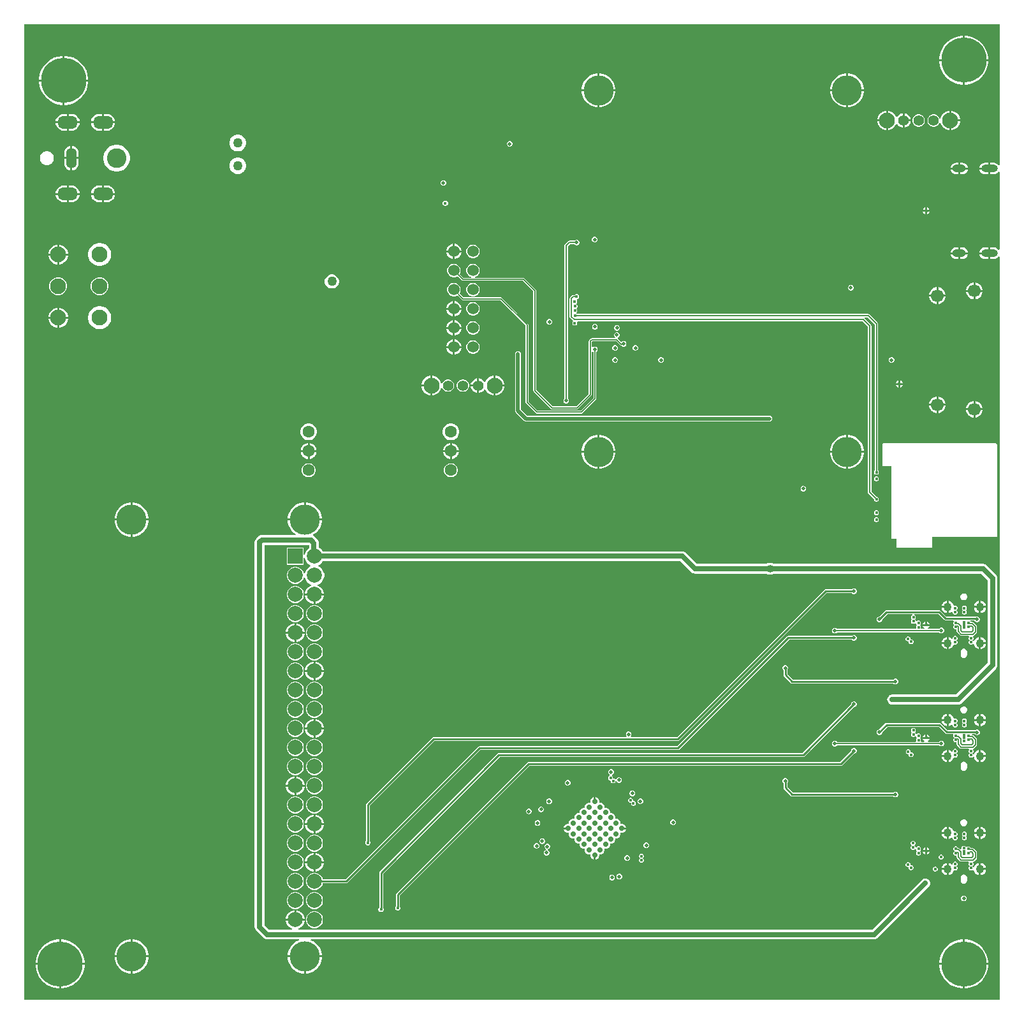
<source format=gbr>
%TF.GenerationSoftware,Altium Limited,Altium Designer,22.1.2 (22)*%
G04 Layer_Physical_Order=6*
G04 Layer_Color=3394611*
%FSLAX26Y26*%
%MOIN*%
%TF.SameCoordinates,747B8C89-0A35-4E4D-912B-25F4ADAE1177*%
%TF.FilePolarity,Positive*%
%TF.FileFunction,Copper,L6,Inr,Signal*%
%TF.Part,Single*%
G01*
G75*
%TA.AperFunction,Conductor*%
%ADD55C,0.006946*%
%ADD58C,0.010000*%
%ADD59C,0.007874*%
%ADD64C,0.019685*%
%ADD66C,0.005000*%
%TA.AperFunction,ComponentPad*%
%ADD67C,0.055118*%
%ADD68C,0.082677*%
%ADD69C,0.157480*%
%ADD70R,0.078740X0.078740*%
%ADD71C,0.078740*%
%ADD72C,0.060000*%
%ADD73O,0.106299X0.066929*%
%ADD74O,0.055118X0.106299*%
%ADD75C,0.102362*%
%ADD76C,0.062992*%
%ADD77C,0.236220*%
%ADD78C,0.066929*%
%ADD79O,0.070866X0.039370*%
%ADD80O,0.086614X0.039370*%
%ADD81C,0.043307*%
%TA.AperFunction,ViaPad*%
%ADD82C,0.017716*%
%ADD83C,0.039370*%
%ADD84C,0.027559*%
%ADD85C,0.015748*%
%ADD86C,0.019685*%
%ADD87C,0.050000*%
%TA.AperFunction,Conductor*%
%ADD88C,0.005906*%
%ADD89C,0.027559*%
G36*
X6092167Y5358325D02*
X6087167Y5356627D01*
X6084164Y5360542D01*
X6077963Y5365300D01*
X6070742Y5368291D01*
X6062992Y5369311D01*
X6044370D01*
Y5339370D01*
Y5309429D01*
X6062992D01*
X6070742Y5310449D01*
X6077963Y5313440D01*
X6084164Y5318198D01*
X6087167Y5322113D01*
X6092167Y5320415D01*
Y4915805D01*
X6087167Y4914108D01*
X6084164Y4918022D01*
X6077963Y4922780D01*
X6070742Y4925771D01*
X6062992Y4926792D01*
X6044370D01*
Y4896850D01*
Y4866909D01*
X6062992D01*
X6070742Y4867929D01*
X6077963Y4870921D01*
X6084164Y4875679D01*
X6087167Y4879593D01*
X6092167Y4877896D01*
Y994447D01*
X994447D01*
Y6092167D01*
X6092167D01*
Y5358325D01*
D02*
G37*
%LPC*%
G36*
X5915594Y6033622D02*
X5910512D01*
Y5910512D01*
X6033622D01*
Y5915594D01*
X6030467Y5935511D01*
X6024236Y5954689D01*
X6015081Y5972656D01*
X6003229Y5988970D01*
X5988970Y6003229D01*
X5972656Y6015081D01*
X5954689Y6024236D01*
X5935511Y6030467D01*
X5915594Y6033622D01*
D02*
G37*
G36*
X5900512D02*
X5895429D01*
X5875513Y6030467D01*
X5856335Y6024236D01*
X5838367Y6015081D01*
X5822054Y6003229D01*
X5807795Y5988970D01*
X5795942Y5972656D01*
X5786788Y5954689D01*
X5780556Y5935511D01*
X5777402Y5915594D01*
Y5910512D01*
X5900512D01*
Y6033622D01*
D02*
G37*
G36*
X1210082Y5928110D02*
X1205000D01*
Y5805000D01*
X1328110D01*
Y5810083D01*
X1324956Y5829999D01*
X1318724Y5849177D01*
X1309570Y5867144D01*
X1297717Y5883458D01*
X1283458Y5897717D01*
X1267144Y5909570D01*
X1249177Y5918724D01*
X1229999Y5924956D01*
X1210082Y5928110D01*
D02*
G37*
G36*
X1195000D02*
X1189918D01*
X1170001Y5924956D01*
X1150823Y5918724D01*
X1132856Y5909570D01*
X1116542Y5897717D01*
X1102283Y5883458D01*
X1090430Y5867144D01*
X1081276Y5849177D01*
X1075044Y5829999D01*
X1071890Y5810083D01*
Y5805000D01*
X1195000D01*
Y5928110D01*
D02*
G37*
G36*
X6033622Y5900512D02*
X5910512D01*
Y5777402D01*
X5915594D01*
X5935511Y5780556D01*
X5954689Y5786788D01*
X5972656Y5795942D01*
X5988970Y5807795D01*
X6003229Y5822054D01*
X6015081Y5838367D01*
X6024236Y5856335D01*
X6030467Y5875513D01*
X6033622Y5895429D01*
Y5900512D01*
D02*
G37*
G36*
X5900512D02*
X5777402D01*
Y5895429D01*
X5780556Y5875513D01*
X5786788Y5856335D01*
X5795942Y5838367D01*
X5807795Y5822054D01*
X5822054Y5807795D01*
X5838367Y5795942D01*
X5856335Y5786788D01*
X5875513Y5780556D01*
X5895429Y5777402D01*
X5900512D01*
Y5900512D01*
D02*
G37*
G36*
X5304016Y5836772D02*
X5300276D01*
Y5753032D01*
X5384016D01*
Y5756772D01*
X5380605Y5773916D01*
X5373916Y5790066D01*
X5364205Y5804600D01*
X5351844Y5816961D01*
X5337310Y5826672D01*
X5321160Y5833361D01*
X5304016Y5836772D01*
D02*
G37*
G36*
X5290276D02*
X5286535D01*
X5269391Y5833361D01*
X5253241Y5826672D01*
X5238707Y5816961D01*
X5226347Y5804600D01*
X5216635Y5790066D01*
X5209946Y5773916D01*
X5206535Y5756772D01*
Y5753032D01*
X5290276D01*
Y5836772D01*
D02*
G37*
G36*
X4004803D02*
X4001063D01*
Y5753031D01*
X4084803D01*
Y5756772D01*
X4081393Y5773916D01*
X4074704Y5790066D01*
X4064992Y5804600D01*
X4052631Y5816961D01*
X4038097Y5826672D01*
X4021948Y5833361D01*
X4004803Y5836772D01*
D02*
G37*
G36*
X3991063D02*
X3987323D01*
X3970178Y5833361D01*
X3954029Y5826672D01*
X3939494Y5816961D01*
X3927134Y5804600D01*
X3917423Y5790066D01*
X3910733Y5773916D01*
X3907323Y5756772D01*
Y5753031D01*
X3991063D01*
Y5836772D01*
D02*
G37*
G36*
X1328110Y5795000D02*
X1205000D01*
Y5671890D01*
X1210082D01*
X1229999Y5675044D01*
X1249177Y5681276D01*
X1267144Y5690430D01*
X1283458Y5702283D01*
X1297717Y5716542D01*
X1309570Y5732856D01*
X1318724Y5750823D01*
X1324956Y5770001D01*
X1328110Y5789917D01*
Y5795000D01*
D02*
G37*
G36*
X1195000D02*
X1071890D01*
Y5789917D01*
X1075044Y5770001D01*
X1081276Y5750823D01*
X1090430Y5732856D01*
X1102283Y5716542D01*
X1116542Y5702283D01*
X1132856Y5690430D01*
X1150823Y5681276D01*
X1170001Y5675044D01*
X1189918Y5671890D01*
X1195000D01*
Y5795000D01*
D02*
G37*
G36*
X5384016Y5743032D02*
X5300276D01*
Y5659291D01*
X5304016D01*
X5321160Y5662702D01*
X5337310Y5669391D01*
X5351844Y5679102D01*
X5364205Y5691463D01*
X5373916Y5705997D01*
X5380605Y5722147D01*
X5384016Y5739291D01*
Y5743032D01*
D02*
G37*
G36*
X5290276D02*
X5206535D01*
Y5739291D01*
X5209946Y5722147D01*
X5216635Y5705997D01*
X5226347Y5691463D01*
X5238707Y5679102D01*
X5253241Y5669391D01*
X5269391Y5662702D01*
X5286535Y5659291D01*
X5290276D01*
Y5743032D01*
D02*
G37*
G36*
X4084803Y5743031D02*
X4001063D01*
Y5659291D01*
X4004803D01*
X4021948Y5662702D01*
X4038097Y5669391D01*
X4052631Y5679102D01*
X4064992Y5691463D01*
X4074704Y5705997D01*
X4081393Y5722147D01*
X4084803Y5739291D01*
Y5743031D01*
D02*
G37*
G36*
X3991063D02*
X3907323D01*
Y5739291D01*
X3910733Y5722147D01*
X3917423Y5705997D01*
X3927134Y5691463D01*
X3939494Y5679102D01*
X3954029Y5669391D01*
X3970178Y5662702D01*
X3987323Y5659291D01*
X3991063D01*
Y5743031D01*
D02*
G37*
G36*
X5829646Y5641890D02*
X5827887D01*
X5814830Y5638391D01*
X5803123Y5631632D01*
X5793565Y5622074D01*
X5786806Y5610367D01*
X5784165Y5600512D01*
X5778989D01*
X5778298Y5603088D01*
X5774022Y5610495D01*
X5767975Y5616542D01*
X5760568Y5620818D01*
X5752308Y5623032D01*
X5743755D01*
X5735495Y5620818D01*
X5728088Y5616542D01*
X5722041Y5610495D01*
X5717765Y5603088D01*
X5715551Y5594827D01*
Y5586275D01*
X5717765Y5578014D01*
X5722041Y5570608D01*
X5728088Y5564560D01*
X5735495Y5560284D01*
X5743755Y5558071D01*
X5752308D01*
X5760568Y5560284D01*
X5767975Y5564560D01*
X5774022Y5570608D01*
X5778298Y5578014D01*
X5778989Y5580590D01*
X5784165D01*
X5786806Y5570735D01*
X5793565Y5559029D01*
X5803123Y5549470D01*
X5814830Y5542711D01*
X5827887Y5539213D01*
X5829646D01*
Y5590551D01*
Y5641890D01*
D02*
G37*
G36*
X5595551Y5628095D02*
Y5595551D01*
X5628095D01*
X5625551Y5605048D01*
X5620606Y5613613D01*
X5613613Y5620606D01*
X5605048Y5625551D01*
X5595551Y5628095D01*
D02*
G37*
G36*
X5841404Y5641890D02*
X5839646D01*
Y5595551D01*
X5885984D01*
Y5597310D01*
X5882486Y5610367D01*
X5875727Y5622074D01*
X5866168Y5631632D01*
X5854462Y5638391D01*
X5841404Y5641890D01*
D02*
G37*
G36*
X5498937D02*
X5497178D01*
X5484121Y5638391D01*
X5472414Y5631632D01*
X5462856Y5622074D01*
X5456097Y5610367D01*
X5452598Y5597310D01*
Y5595551D01*
X5498937D01*
Y5641890D01*
D02*
G37*
G36*
X1425197Y5624548D02*
X1410512D01*
Y5585709D01*
X1468378D01*
X1467543Y5592055D01*
X1463163Y5602628D01*
X1456196Y5611708D01*
X1447117Y5618675D01*
X1436543Y5623055D01*
X1425197Y5624548D01*
D02*
G37*
G36*
X1400512D02*
X1385827D01*
X1374480Y5623055D01*
X1363907Y5618675D01*
X1354827Y5611708D01*
X1347861Y5602628D01*
X1343481Y5592055D01*
X1342645Y5585709D01*
X1400512D01*
Y5624548D01*
D02*
G37*
G36*
X1240158D02*
X1225472D01*
Y5585709D01*
X1283339D01*
X1282503Y5592055D01*
X1278124Y5602628D01*
X1271157Y5611708D01*
X1262077Y5618675D01*
X1251504Y5623055D01*
X1240158Y5624548D01*
D02*
G37*
G36*
X1215472D02*
X1200787D01*
X1189441Y5623055D01*
X1178868Y5618675D01*
X1169788Y5611708D01*
X1162821Y5602628D01*
X1158441Y5592055D01*
X1157606Y5585709D01*
X1215472D01*
Y5624548D01*
D02*
G37*
G36*
X5673567Y5623032D02*
X5665015D01*
X5656754Y5620818D01*
X5649348Y5616542D01*
X5643301Y5610495D01*
X5639025Y5603088D01*
X5636811Y5594827D01*
Y5586275D01*
X5639025Y5578014D01*
X5643301Y5570608D01*
X5649348Y5564560D01*
X5656754Y5560284D01*
X5665015Y5558071D01*
X5673567D01*
X5681828Y5560284D01*
X5689235Y5564560D01*
X5695282Y5570608D01*
X5699558Y5578014D01*
X5701772Y5586275D01*
Y5594827D01*
X5699558Y5603088D01*
X5695282Y5610495D01*
X5689235Y5616542D01*
X5681828Y5620818D01*
X5673567Y5623032D01*
D02*
G37*
G36*
X5628095Y5585551D02*
X5595551D01*
Y5553007D01*
X5605048Y5555552D01*
X5613613Y5560497D01*
X5620606Y5567489D01*
X5625551Y5576054D01*
X5628095Y5585551D01*
D02*
G37*
G36*
X5510696Y5641890D02*
X5508937D01*
Y5590551D01*
Y5539213D01*
X5510696D01*
X5523753Y5542711D01*
X5535460Y5549470D01*
X5545018Y5559029D01*
X5551777Y5570735D01*
X5552117Y5572003D01*
X5557483Y5572710D01*
X5560496Y5567489D01*
X5567489Y5560497D01*
X5576054Y5555552D01*
X5585551Y5553007D01*
Y5590551D01*
X5590551D01*
D01*
X5585551D01*
Y5628095D01*
X5576054Y5625551D01*
X5567489Y5620606D01*
X5560496Y5613613D01*
X5557483Y5608393D01*
X5552117Y5609099D01*
X5551777Y5610367D01*
X5545018Y5622074D01*
X5535460Y5631632D01*
X5523753Y5638391D01*
X5510696Y5641890D01*
D02*
G37*
G36*
X5885984Y5585551D02*
X5839646D01*
Y5539213D01*
X5841404D01*
X5854462Y5542711D01*
X5866168Y5549470D01*
X5875727Y5559029D01*
X5882486Y5570735D01*
X5885984Y5583792D01*
Y5585551D01*
D02*
G37*
G36*
X5498937D02*
X5452598D01*
Y5583792D01*
X5456097Y5570735D01*
X5462856Y5559029D01*
X5472414Y5549470D01*
X5484121Y5542711D01*
X5497178Y5539213D01*
X5498937D01*
Y5585551D01*
D02*
G37*
G36*
X1468378Y5575709D02*
X1410512D01*
Y5536869D01*
X1425197D01*
X1436543Y5538363D01*
X1447117Y5542743D01*
X1456196Y5549709D01*
X1463163Y5558789D01*
X1467543Y5569362D01*
X1468378Y5575709D01*
D02*
G37*
G36*
X1400512D02*
X1342645D01*
X1343481Y5569362D01*
X1347861Y5558789D01*
X1354827Y5549709D01*
X1363907Y5542743D01*
X1374480Y5538363D01*
X1385827Y5536869D01*
X1400512D01*
Y5575709D01*
D02*
G37*
G36*
X1283339Y5575709D02*
X1225472D01*
Y5536869D01*
X1240158D01*
X1251504Y5538363D01*
X1262077Y5542743D01*
X1271157Y5549709D01*
X1278124Y5558789D01*
X1282503Y5569362D01*
X1283339Y5575709D01*
D02*
G37*
G36*
X1215472D02*
X1157606D01*
X1158441Y5569362D01*
X1162821Y5558789D01*
X1169788Y5549709D01*
X1178868Y5542743D01*
X1189441Y5538363D01*
X1200787Y5536869D01*
X1215472D01*
Y5575709D01*
D02*
G37*
G36*
X3534433Y5483268D02*
X3528559D01*
X3523133Y5481020D01*
X3518980Y5476867D01*
X3516732Y5471441D01*
Y5465567D01*
X3518980Y5460141D01*
X3523133Y5455988D01*
X3528559Y5453740D01*
X3534433D01*
X3539859Y5455988D01*
X3544012Y5460141D01*
X3546260Y5465567D01*
Y5471441D01*
X3544012Y5476867D01*
X3539859Y5481020D01*
X3534433Y5483268D01*
D02*
G37*
G36*
X2115990Y5516142D02*
X2104483D01*
X2093368Y5513164D01*
X2083403Y5507410D01*
X2075267Y5499274D01*
X2069514Y5489309D01*
X2066535Y5478194D01*
Y5466688D01*
X2069514Y5455573D01*
X2075267Y5445608D01*
X2083403Y5437472D01*
X2093368Y5431718D01*
X2104483Y5428740D01*
X2115990D01*
X2127104Y5431718D01*
X2137069Y5437472D01*
X2145206Y5445608D01*
X2150959Y5455573D01*
X2153937Y5466688D01*
Y5478194D01*
X2150959Y5489309D01*
X2145206Y5499274D01*
X2137069Y5507410D01*
X2127104Y5513164D01*
X2115990Y5516142D01*
D02*
G37*
G36*
X1245158Y5456516D02*
Y5398701D01*
X1278041D01*
Y5419291D01*
X1276750Y5429096D01*
X1272965Y5438233D01*
X1266945Y5446079D01*
X1259099Y5452099D01*
X1249962Y5455884D01*
X1245158Y5456516D01*
D02*
G37*
G36*
X1235158D02*
X1230353Y5455884D01*
X1221216Y5452099D01*
X1213370Y5446079D01*
X1207350Y5438233D01*
X1203565Y5429096D01*
X1202274Y5419291D01*
Y5398701D01*
X1235158D01*
Y5456516D01*
D02*
G37*
G36*
X1116999Y5430118D02*
X1107410D01*
X1098148Y5427636D01*
X1089844Y5422842D01*
X1083064Y5416061D01*
X1078269Y5407757D01*
X1075787Y5398495D01*
Y5388906D01*
X1078269Y5379644D01*
X1083064Y5371340D01*
X1089844Y5364560D01*
X1098148Y5359765D01*
X1107410Y5357283D01*
X1116999D01*
X1126261Y5359765D01*
X1134565Y5364560D01*
X1141346Y5371340D01*
X1146140Y5379644D01*
X1148622Y5388906D01*
Y5398495D01*
X1146140Y5407757D01*
X1141346Y5416061D01*
X1134565Y5422842D01*
X1126261Y5427636D01*
X1116999Y5430118D01*
D02*
G37*
G36*
X6034370Y5369311D02*
X6015748D01*
X6007999Y5368291D01*
X6000777Y5365300D01*
X5994576Y5360542D01*
X5989818Y5354341D01*
X5986827Y5347119D01*
X5986465Y5344370D01*
X6034370D01*
Y5369311D01*
D02*
G37*
G36*
X5897638D02*
X5886890D01*
Y5344370D01*
X5926921D01*
X5926559Y5347119D01*
X5923568Y5354341D01*
X5918809Y5360542D01*
X5912608Y5365300D01*
X5905387Y5368291D01*
X5897638Y5369311D01*
D02*
G37*
G36*
X5876890D02*
X5866142D01*
X5858392Y5368291D01*
X5851171Y5365300D01*
X5844970Y5360542D01*
X5840212Y5354341D01*
X5837221Y5347119D01*
X5836859Y5344370D01*
X5876890D01*
Y5369311D01*
D02*
G37*
G36*
X1278041Y5388701D02*
X1245158D01*
Y5330885D01*
X1249962Y5331518D01*
X1259099Y5335302D01*
X1266945Y5341323D01*
X1272965Y5349169D01*
X1276750Y5358305D01*
X1278041Y5368110D01*
Y5388701D01*
D02*
G37*
G36*
X1235158D02*
X1202274D01*
Y5368110D01*
X1203565Y5358305D01*
X1207350Y5349169D01*
X1213370Y5341323D01*
X1221216Y5335302D01*
X1230353Y5331518D01*
X1235158Y5330885D01*
Y5388701D01*
D02*
G37*
G36*
X1483261Y5463583D02*
X1469495D01*
X1455994Y5460897D01*
X1443276Y5455629D01*
X1431831Y5447982D01*
X1422097Y5438248D01*
X1414449Y5426802D01*
X1409181Y5414085D01*
X1406496Y5400584D01*
Y5386818D01*
X1409181Y5373317D01*
X1414449Y5360599D01*
X1422097Y5349154D01*
X1431831Y5339420D01*
X1443276Y5331772D01*
X1455994Y5326504D01*
X1469495Y5323819D01*
X1483261D01*
X1496762Y5326504D01*
X1509479Y5331772D01*
X1520925Y5339420D01*
X1530659Y5349154D01*
X1538306Y5360599D01*
X1543574Y5373317D01*
X1546260Y5386818D01*
Y5400584D01*
X1543574Y5414085D01*
X1538306Y5426802D01*
X1530659Y5438248D01*
X1520925Y5447982D01*
X1509479Y5455629D01*
X1496762Y5460897D01*
X1483261Y5463583D01*
D02*
G37*
G36*
X2115990Y5398032D02*
X2104483D01*
X2093368Y5395053D01*
X2083403Y5389300D01*
X2075267Y5381164D01*
X2069514Y5371199D01*
X2066535Y5360084D01*
Y5348577D01*
X2069514Y5337463D01*
X2075267Y5327498D01*
X2083403Y5319361D01*
X2093368Y5313608D01*
X2104483Y5310630D01*
X2115990D01*
X2127104Y5313608D01*
X2137069Y5319361D01*
X2145206Y5327498D01*
X2150959Y5337463D01*
X2153937Y5348577D01*
Y5360084D01*
X2150959Y5371199D01*
X2145206Y5381164D01*
X2137069Y5389300D01*
X2127104Y5395053D01*
X2115990Y5398032D01*
D02*
G37*
G36*
X6034370Y5334370D02*
X5986465D01*
X5986827Y5331621D01*
X5989818Y5324399D01*
X5994576Y5318198D01*
X6000777Y5313440D01*
X6007999Y5310449D01*
X6015748Y5309429D01*
X6034370D01*
Y5334370D01*
D02*
G37*
G36*
X5926921Y5334370D02*
X5886890D01*
Y5309429D01*
X5897638D01*
X5905387Y5310449D01*
X5912608Y5313440D01*
X5918809Y5318198D01*
X5923568Y5324399D01*
X5926559Y5331621D01*
X5926921Y5334370D01*
D02*
G37*
G36*
X5876890D02*
X5836859D01*
X5837221Y5331621D01*
X5840212Y5324399D01*
X5844970Y5318198D01*
X5851171Y5313440D01*
X5858392Y5310449D01*
X5866142Y5309429D01*
X5876890D01*
Y5334370D01*
D02*
G37*
G36*
X3187976Y5278543D02*
X3182103D01*
X3176676Y5276296D01*
X3172523Y5272142D01*
X3170276Y5266716D01*
Y5260843D01*
X3172523Y5255417D01*
X3176676Y5251263D01*
X3182103Y5249016D01*
X3187976D01*
X3193402Y5251263D01*
X3197555Y5255417D01*
X3199803Y5260843D01*
Y5266716D01*
X3197555Y5272142D01*
X3193402Y5276296D01*
X3187976Y5278543D01*
D02*
G37*
G36*
X1240158Y5250533D02*
X1225472D01*
Y5211693D01*
X1283339D01*
X1282503Y5218039D01*
X1278124Y5228613D01*
X1271157Y5237692D01*
X1262077Y5244659D01*
X1251504Y5249039D01*
X1240158Y5250533D01*
D02*
G37*
G36*
X1215472D02*
X1200787D01*
X1189441Y5249039D01*
X1178868Y5244659D01*
X1169788Y5237692D01*
X1162821Y5228613D01*
X1158441Y5218039D01*
X1157606Y5211693D01*
X1215472D01*
Y5250533D01*
D02*
G37*
G36*
X1425197D02*
X1410512D01*
Y5211693D01*
X1468378D01*
X1467543Y5218039D01*
X1463163Y5228613D01*
X1456196Y5237692D01*
X1447117Y5244659D01*
X1436543Y5249039D01*
X1425197Y5250533D01*
D02*
G37*
G36*
X1400512D02*
X1385827D01*
X1374480Y5249039D01*
X1363907Y5244659D01*
X1354827Y5237692D01*
X1347861Y5228613D01*
X1343481Y5218039D01*
X1342645Y5211693D01*
X1400512D01*
Y5250533D01*
D02*
G37*
G36*
X1468378Y5201693D02*
X1410512D01*
Y5162853D01*
X1425197D01*
X1436543Y5164347D01*
X1447117Y5168727D01*
X1456196Y5175694D01*
X1463163Y5184773D01*
X1467543Y5195346D01*
X1468378Y5201693D01*
D02*
G37*
G36*
X1400512D02*
X1342645D01*
X1343481Y5195346D01*
X1347861Y5184773D01*
X1354827Y5175694D01*
X1363907Y5168727D01*
X1374480Y5164347D01*
X1385827Y5162853D01*
X1400512D01*
Y5201693D01*
D02*
G37*
G36*
X1283339Y5201693D02*
X1225472D01*
Y5162853D01*
X1240158D01*
X1251504Y5164347D01*
X1262077Y5168727D01*
X1271157Y5175694D01*
X1278124Y5184773D01*
X1282503Y5195346D01*
X1283339Y5201693D01*
D02*
G37*
G36*
X1215472D02*
X1157606D01*
X1158441Y5195346D01*
X1162821Y5184773D01*
X1169788Y5175694D01*
X1178868Y5168727D01*
X1189441Y5164347D01*
X1200787Y5162853D01*
X1215472D01*
Y5201693D01*
D02*
G37*
G36*
X3197741Y5171779D02*
X3192259D01*
X3187195Y5169682D01*
X3183318Y5165806D01*
X3181220Y5160741D01*
Y5155259D01*
X3183318Y5150194D01*
X3187195Y5146318D01*
X3192259Y5144221D01*
X3197741D01*
X3202805Y5146318D01*
X3206682Y5150194D01*
X3208780Y5155259D01*
Y5160741D01*
X3206682Y5165806D01*
X3202805Y5169682D01*
X3197741Y5171779D01*
D02*
G37*
G36*
X5713661Y5135386D02*
Y5123110D01*
X5725937D01*
X5723814Y5128235D01*
X5718786Y5133263D01*
X5713661Y5135386D01*
D02*
G37*
G36*
X5703661D02*
X5698537Y5133263D01*
X5693508Y5128235D01*
X5691386Y5123110D01*
X5703661D01*
Y5135386D01*
D02*
G37*
G36*
X5725937Y5113110D02*
X5713661D01*
Y5100835D01*
X5718786Y5102957D01*
X5723814Y5107985D01*
X5725937Y5113110D01*
D02*
G37*
G36*
X5703661D02*
X5691386D01*
X5693508Y5107985D01*
X5698537Y5102957D01*
X5703661Y5100835D01*
Y5113110D01*
D02*
G37*
G36*
X3978937Y4982764D02*
X3973063D01*
X3967637Y4980516D01*
X3963484Y4976363D01*
X3961236Y4970937D01*
Y4965063D01*
X3963484Y4959637D01*
X3967637Y4955484D01*
X3973063Y4953236D01*
X3978937D01*
X3984363Y4955484D01*
X3988516Y4959637D01*
X3990764Y4965063D01*
Y4970937D01*
X3988516Y4976363D01*
X3984363Y4980516D01*
X3978937Y4982764D01*
D02*
G37*
G36*
X3884827Y4967520D02*
X3878953D01*
X3873527Y4965272D01*
X3870799Y4962544D01*
X3843276D01*
X3839820Y4961857D01*
X3836890Y4959899D01*
X3820385Y4943394D01*
X3818427Y4940464D01*
X3817740Y4937008D01*
Y4137832D01*
X3814256Y4134347D01*
X3812008Y4128921D01*
Y4123048D01*
X3814256Y4117621D01*
X3818409Y4113468D01*
X3823835Y4111221D01*
X3829708D01*
X3835135Y4113468D01*
X3839288Y4117621D01*
X3841535Y4123048D01*
Y4128921D01*
X3839288Y4134347D01*
X3835803Y4137832D01*
Y4933267D01*
X3847017Y4944481D01*
X3869337D01*
X3869374Y4944393D01*
X3873527Y4940240D01*
X3878953Y4937992D01*
X3884827D01*
X3890253Y4940240D01*
X3894406Y4944393D01*
X3896654Y4949819D01*
Y4955693D01*
X3894406Y4961119D01*
X3890253Y4965272D01*
X3884827Y4967520D01*
D02*
G37*
G36*
X3245227Y4946299D02*
X3244961D01*
Y4911299D01*
X3279961D01*
Y4911565D01*
X3277235Y4921739D01*
X3271969Y4930860D01*
X3264521Y4938307D01*
X3255400Y4943573D01*
X3245227Y4946299D01*
D02*
G37*
G36*
X3234961D02*
X3234695D01*
X3224521Y4943573D01*
X3215400Y4938307D01*
X3207953Y4930860D01*
X3202686Y4921739D01*
X3199961Y4911565D01*
Y4911299D01*
X3234961D01*
Y4946299D01*
D02*
G37*
G36*
X5897638Y4926792D02*
X5886890D01*
Y4901851D01*
X5926921D01*
X5926559Y4904600D01*
X5923568Y4911821D01*
X5918809Y4918022D01*
X5912608Y4922780D01*
X5905387Y4925771D01*
X5897638Y4926792D01*
D02*
G37*
G36*
X5876890D02*
X5866142D01*
X5858392Y4925771D01*
X5851171Y4922780D01*
X5844970Y4918022D01*
X5840212Y4911821D01*
X5837221Y4904600D01*
X5836859Y4901851D01*
X5876890D01*
Y4926792D01*
D02*
G37*
G36*
X6034370D02*
X6015748D01*
X6007999Y4925771D01*
X6000777Y4922780D01*
X5994576Y4918022D01*
X5989818Y4911821D01*
X5986827Y4904600D01*
X5986465Y4901850D01*
X6034370D01*
Y4926792D01*
D02*
G37*
G36*
X1178019Y4941102D02*
X1176260D01*
Y4894764D01*
X1222599D01*
Y4896523D01*
X1219100Y4909580D01*
X1212341Y4921286D01*
X1202783Y4930845D01*
X1191076Y4937604D01*
X1178019Y4941102D01*
D02*
G37*
G36*
X1166260D02*
X1164501D01*
X1151444Y4937604D01*
X1139737Y4930845D01*
X1130179Y4921286D01*
X1123420Y4909580D01*
X1119921Y4896523D01*
Y4894764D01*
X1166260D01*
Y4941102D01*
D02*
G37*
G36*
X3344558Y4941221D02*
X3335363D01*
X3326481Y4938841D01*
X3318518Y4934243D01*
X3312017Y4927741D01*
X3307419Y4919778D01*
X3305039Y4910897D01*
Y4901702D01*
X3307419Y4892820D01*
X3312017Y4884857D01*
X3318518Y4878355D01*
X3326481Y4873758D01*
X3335363Y4871378D01*
X3344558D01*
X3353440Y4873758D01*
X3361403Y4878355D01*
X3367905Y4884857D01*
X3372502Y4892820D01*
X3374882Y4901702D01*
Y4910897D01*
X3372502Y4919778D01*
X3367905Y4927741D01*
X3361403Y4934243D01*
X3353440Y4938841D01*
X3344558Y4941221D01*
D02*
G37*
G36*
X6034370Y4891850D02*
X5986465D01*
X5986827Y4889101D01*
X5989818Y4881880D01*
X5994576Y4875679D01*
X6000777Y4870921D01*
X6007999Y4867929D01*
X6015748Y4866909D01*
X6034370D01*
Y4891850D01*
D02*
G37*
G36*
X5926921Y4891851D02*
X5886890D01*
Y4866909D01*
X5897638D01*
X5905387Y4867929D01*
X5912608Y4870921D01*
X5918809Y4875679D01*
X5923568Y4881880D01*
X5926559Y4889101D01*
X5926921Y4891851D01*
D02*
G37*
G36*
X5876890D02*
X5836859D01*
X5837221Y4889101D01*
X5840212Y4881880D01*
X5844970Y4875679D01*
X5851171Y4870921D01*
X5858392Y4867929D01*
X5866142Y4866909D01*
X5876890D01*
Y4891851D01*
D02*
G37*
G36*
X3279961Y4901299D02*
X3244961D01*
Y4866299D01*
X3245227D01*
X3255400Y4869025D01*
X3264521Y4874291D01*
X3271969Y4881739D01*
X3277235Y4890860D01*
X3279961Y4901033D01*
Y4901299D01*
D02*
G37*
G36*
X3234961D02*
X3199961D01*
Y4901033D01*
X3202686Y4890860D01*
X3207953Y4881739D01*
X3215400Y4874291D01*
X3224521Y4869025D01*
X3234695Y4866299D01*
X3234961D01*
Y4901299D01*
D02*
G37*
G36*
X1222599Y4884764D02*
X1176260D01*
Y4838425D01*
X1178019D01*
X1191076Y4841924D01*
X1202783Y4848683D01*
X1212341Y4858241D01*
X1219100Y4869948D01*
X1222599Y4883005D01*
Y4884764D01*
D02*
G37*
G36*
X1166260D02*
X1119921D01*
Y4883005D01*
X1123420Y4869948D01*
X1130179Y4858241D01*
X1139737Y4848683D01*
X1151444Y4841924D01*
X1164501Y4838425D01*
X1166260D01*
Y4884764D01*
D02*
G37*
G36*
X1393709Y4949803D02*
X1381882D01*
X1370283Y4947496D01*
X1359356Y4942970D01*
X1349522Y4936399D01*
X1341160Y4928037D01*
X1334589Y4918203D01*
X1330063Y4907276D01*
X1327756Y4895677D01*
Y4883850D01*
X1330063Y4872251D01*
X1334589Y4861324D01*
X1341160Y4851491D01*
X1349522Y4843128D01*
X1359356Y4836557D01*
X1370283Y4832032D01*
X1381882Y4829724D01*
X1393709D01*
X1405308Y4832032D01*
X1416235Y4836557D01*
X1426068Y4843128D01*
X1434431Y4851491D01*
X1441002Y4861324D01*
X1445527Y4872251D01*
X1447835Y4883850D01*
Y4895677D01*
X1445527Y4907276D01*
X1441002Y4918203D01*
X1434431Y4928037D01*
X1426068Y4936399D01*
X1416235Y4942970D01*
X1405308Y4947496D01*
X1393709Y4949803D01*
D02*
G37*
G36*
X3344558Y4841221D02*
X3335363D01*
X3326481Y4838841D01*
X3318518Y4834243D01*
X3312017Y4827741D01*
X3307419Y4819778D01*
X3305039Y4810897D01*
Y4801702D01*
X3307419Y4792820D01*
X3312017Y4784857D01*
X3318518Y4778355D01*
X3326481Y4773758D01*
X3330582Y4772659D01*
X3329923Y4767659D01*
X3289302D01*
X3269442Y4787519D01*
X3272502Y4792820D01*
X3274882Y4801702D01*
Y4810897D01*
X3272502Y4819778D01*
X3267905Y4827741D01*
X3261403Y4834243D01*
X3253440Y4838841D01*
X3244558Y4841221D01*
X3235363D01*
X3226481Y4838841D01*
X3218518Y4834243D01*
X3212017Y4827741D01*
X3207419Y4819778D01*
X3205039Y4810897D01*
Y4801702D01*
X3207419Y4792820D01*
X3212017Y4784857D01*
X3218518Y4778355D01*
X3226481Y4773758D01*
X3235363Y4771378D01*
X3244558D01*
X3253440Y4773758D01*
X3258741Y4776818D01*
X3280817Y4754742D01*
X3283272Y4753102D01*
X3286167Y4752526D01*
X3286168Y4752526D01*
X3598978D01*
X3654914Y4696590D01*
Y4178520D01*
X3655490Y4175624D01*
X3657130Y4173169D01*
X3747649Y4082649D01*
X3750104Y4081009D01*
X3753000Y4080433D01*
X3753001Y4080433D01*
X3882448D01*
X3885343Y4081009D01*
X3887798Y4082649D01*
X3958106Y4152957D01*
X3958106Y4152958D01*
X3959747Y4155413D01*
X3960323Y4158308D01*
X3960323Y4158309D01*
Y4381811D01*
X3965010Y4383748D01*
X3966907Y4382293D01*
X3968015Y4381185D01*
X3968748Y4380881D01*
X3968811Y4380832D01*
Y4138512D01*
X3903866Y4073567D01*
X3677134D01*
X3629567Y4121134D01*
Y4522000D01*
X3628991Y4524896D01*
X3627351Y4527350D01*
X3627350Y4527351D01*
X3491351Y4663350D01*
X3488896Y4664991D01*
X3486000Y4665567D01*
X3291394D01*
X3269442Y4687519D01*
X3272502Y4692820D01*
X3274882Y4701702D01*
Y4710897D01*
X3272502Y4719778D01*
X3267905Y4727741D01*
X3261403Y4734243D01*
X3253440Y4738841D01*
X3244558Y4741221D01*
X3235363D01*
X3226481Y4738841D01*
X3218518Y4734243D01*
X3212017Y4727741D01*
X3207419Y4719778D01*
X3205039Y4710897D01*
Y4701702D01*
X3207419Y4692820D01*
X3212017Y4684857D01*
X3218518Y4678355D01*
X3226481Y4673758D01*
X3235363Y4671378D01*
X3244558D01*
X3253440Y4673758D01*
X3258741Y4676818D01*
X3282909Y4652650D01*
X3285364Y4651009D01*
X3288260Y4650433D01*
X3288260Y4650433D01*
X3482866D01*
X3614433Y4518866D01*
Y4118000D01*
X3615009Y4115104D01*
X3616649Y4112650D01*
X3668649Y4060649D01*
X3671104Y4059009D01*
X3674000Y4058433D01*
X3907000D01*
X3909896Y4059009D01*
X3912351Y4060649D01*
X3981729Y4130028D01*
X3983369Y4132482D01*
X3983945Y4135378D01*
Y4380855D01*
X3984741Y4381185D01*
X3988894Y4385338D01*
X3991142Y4390764D01*
Y4396637D01*
X3988894Y4402064D01*
X3984741Y4406217D01*
X3979315Y4408465D01*
X3973441D01*
X3968015Y4406217D01*
X3965323Y4403525D01*
X3960323Y4405590D01*
Y4433874D01*
X3963764Y4437315D01*
X4087417D01*
X4108823Y4415909D01*
X4111278Y4414269D01*
X4114173Y4413693D01*
X4114174Y4413693D01*
X4115561D01*
X4118771Y4410484D01*
X4124197Y4408236D01*
X4130070D01*
X4135497Y4410484D01*
X4139650Y4414637D01*
X4141898Y4420063D01*
Y4425937D01*
X4139650Y4431363D01*
X4135497Y4435516D01*
X4130070Y4437764D01*
X4124197D01*
X4118771Y4435516D01*
X4114694Y4431440D01*
X4095902Y4450232D01*
X4096783Y4455657D01*
X4099776Y4456897D01*
X4103930Y4461050D01*
X4106177Y4466477D01*
Y4472350D01*
X4103930Y4477776D01*
X4099776Y4481929D01*
X4094350Y4484177D01*
X4088477D01*
X4083050Y4481929D01*
X4078897Y4477776D01*
X4076650Y4472350D01*
Y4466477D01*
X4078897Y4461050D01*
X4082499Y4457449D01*
X4082095Y4454858D01*
X4080966Y4452449D01*
X3960630D01*
X3957734Y4451873D01*
X3955279Y4450232D01*
X3947405Y4442358D01*
X3945765Y4439904D01*
X3945189Y4437008D01*
Y4161442D01*
X3879314Y4095567D01*
X3756134D01*
X3670047Y4181654D01*
Y4699724D01*
X3669471Y4702620D01*
X3667831Y4705075D01*
X3667831Y4705075D01*
X3607463Y4765443D01*
X3605008Y4767083D01*
X3602112Y4767659D01*
X3349998D01*
X3349340Y4772659D01*
X3353440Y4773758D01*
X3361403Y4778355D01*
X3367905Y4784857D01*
X3372502Y4792820D01*
X3374882Y4801702D01*
Y4810897D01*
X3372502Y4819778D01*
X3367905Y4827741D01*
X3361403Y4834243D01*
X3353440Y4838841D01*
X3344558Y4841221D01*
D02*
G37*
G36*
X2606846Y4785811D02*
X2597154D01*
X2587791Y4783302D01*
X2579398Y4778456D01*
X2572544Y4771602D01*
X2567698Y4763208D01*
X2565189Y4753846D01*
Y4744154D01*
X2567698Y4734792D01*
X2572544Y4726398D01*
X2579398Y4719544D01*
X2587791Y4714698D01*
X2597154Y4712189D01*
X2606846D01*
X2616209Y4714698D01*
X2624602Y4719544D01*
X2631456Y4726398D01*
X2636302Y4734792D01*
X2638811Y4744154D01*
Y4753846D01*
X2636302Y4763208D01*
X2631456Y4771602D01*
X2624602Y4778456D01*
X2616209Y4783302D01*
X2606846Y4785811D01*
D02*
G37*
G36*
X5966352Y4742283D02*
X5965630D01*
Y4703819D01*
X6004095D01*
Y4704541D01*
X6001132Y4715596D01*
X5995410Y4725507D01*
X5987318Y4733599D01*
X5977407Y4739321D01*
X5966352Y4742283D01*
D02*
G37*
G36*
X5955630D02*
X5954908D01*
X5943853Y4739321D01*
X5933942Y4733599D01*
X5925850Y4725507D01*
X5920127Y4715596D01*
X5917166Y4704541D01*
Y4703819D01*
X5955630D01*
Y4742283D01*
D02*
G37*
G36*
X5317897Y4731299D02*
X5312024D01*
X5306598Y4729051D01*
X5302444Y4724898D01*
X5300197Y4719472D01*
Y4713599D01*
X5302444Y4708172D01*
X5306598Y4704019D01*
X5312024Y4701772D01*
X5317897D01*
X5323324Y4704019D01*
X5327477Y4708172D01*
X5329724Y4713599D01*
Y4719472D01*
X5327477Y4724898D01*
X5323324Y4729051D01*
X5317897Y4731299D01*
D02*
G37*
G36*
X5773439Y4718661D02*
X5772717D01*
Y4680197D01*
X5811181D01*
Y4680919D01*
X5808219Y4691974D01*
X5802497Y4701885D01*
X5794404Y4709977D01*
X5784493Y4715699D01*
X5773439Y4718661D01*
D02*
G37*
G36*
X5762717D02*
X5761994D01*
X5750940Y4715699D01*
X5741029Y4709977D01*
X5732936Y4701885D01*
X5727214Y4691974D01*
X5724252Y4680919D01*
Y4680197D01*
X5762717D01*
Y4718661D01*
D02*
G37*
G36*
X1393886Y4770669D02*
X1381705D01*
X1369940Y4767517D01*
X1359391Y4761427D01*
X1350778Y4752814D01*
X1344688Y4742265D01*
X1341535Y4730500D01*
Y4718319D01*
X1344688Y4706554D01*
X1350778Y4696005D01*
X1359391Y4687392D01*
X1369940Y4681302D01*
X1381705Y4678150D01*
X1393886D01*
X1405651Y4681302D01*
X1416200Y4687392D01*
X1424812Y4696005D01*
X1430903Y4706554D01*
X1434055Y4718319D01*
Y4730500D01*
X1430903Y4742265D01*
X1424812Y4752814D01*
X1416200Y4761427D01*
X1405651Y4767517D01*
X1393886Y4770669D01*
D02*
G37*
G36*
X1177350D02*
X1165170D01*
X1153404Y4767517D01*
X1142856Y4761427D01*
X1134243Y4752814D01*
X1128152Y4742265D01*
X1125000Y4730500D01*
Y4718319D01*
X1128152Y4706554D01*
X1134243Y4696005D01*
X1142856Y4687392D01*
X1153404Y4681302D01*
X1165170Y4678150D01*
X1177350D01*
X1189116Y4681302D01*
X1199664Y4687392D01*
X1208277Y4696005D01*
X1214367Y4706554D01*
X1217520Y4718319D01*
Y4730500D01*
X1214367Y4742265D01*
X1208277Y4752814D01*
X1199664Y4761427D01*
X1189116Y4767517D01*
X1177350Y4770669D01*
D02*
G37*
G36*
X3344558Y4741221D02*
X3335363D01*
X3326481Y4738841D01*
X3318518Y4734243D01*
X3312017Y4727741D01*
X3307419Y4719778D01*
X3305039Y4710897D01*
Y4701702D01*
X3307419Y4692820D01*
X3312017Y4684857D01*
X3318518Y4678355D01*
X3326481Y4673758D01*
X3335363Y4671378D01*
X3344558D01*
X3353440Y4673758D01*
X3361403Y4678355D01*
X3367905Y4684857D01*
X3372502Y4692820D01*
X3374882Y4701702D01*
Y4710897D01*
X3372502Y4719778D01*
X3367905Y4727741D01*
X3361403Y4734243D01*
X3353440Y4738841D01*
X3344558Y4741221D01*
D02*
G37*
G36*
X6004095Y4693819D02*
X5965630D01*
Y4655354D01*
X5966352D01*
X5977407Y4658316D01*
X5987318Y4664039D01*
X5995410Y4672131D01*
X6001132Y4682042D01*
X6004095Y4693097D01*
Y4693819D01*
D02*
G37*
G36*
X5955630D02*
X5917166D01*
Y4693097D01*
X5920127Y4682042D01*
X5925850Y4672131D01*
X5933942Y4664039D01*
X5943853Y4658316D01*
X5954908Y4655354D01*
X5955630D01*
Y4693819D01*
D02*
G37*
G36*
X5811181Y4670197D02*
X5772717D01*
Y4631732D01*
X5773439D01*
X5784493Y4634694D01*
X5794404Y4640417D01*
X5802497Y4648509D01*
X5808219Y4658420D01*
X5811181Y4669475D01*
Y4670197D01*
D02*
G37*
G36*
X5762717D02*
X5724252D01*
Y4669475D01*
X5727214Y4658420D01*
X5732936Y4648509D01*
X5741029Y4640417D01*
X5750940Y4634694D01*
X5761994Y4631732D01*
X5762717D01*
Y4670197D01*
D02*
G37*
G36*
X3245227Y4646299D02*
X3244961D01*
Y4611299D01*
X3279961D01*
Y4611565D01*
X3277235Y4621739D01*
X3271969Y4630860D01*
X3264521Y4638307D01*
X3255400Y4643573D01*
X3245227Y4646299D01*
D02*
G37*
G36*
X3234961D02*
X3234695D01*
X3224521Y4643573D01*
X3215400Y4638307D01*
X3207953Y4630860D01*
X3202686Y4621739D01*
X3199961Y4611565D01*
Y4611299D01*
X3234961D01*
Y4646299D01*
D02*
G37*
G36*
X3344558Y4641221D02*
X3335363D01*
X3326481Y4638841D01*
X3318518Y4634243D01*
X3312017Y4627741D01*
X3307419Y4619778D01*
X3305039Y4610897D01*
Y4601702D01*
X3307419Y4592820D01*
X3312017Y4584857D01*
X3318518Y4578355D01*
X3326481Y4573758D01*
X3335363Y4571378D01*
X3344558D01*
X3353440Y4573758D01*
X3361403Y4578355D01*
X3367905Y4584857D01*
X3372502Y4592820D01*
X3374882Y4601702D01*
Y4610897D01*
X3372502Y4619778D01*
X3367905Y4627741D01*
X3361403Y4634243D01*
X3353440Y4638841D01*
X3344558Y4641221D01*
D02*
G37*
G36*
X3279961Y4601299D02*
X3244961D01*
Y4566299D01*
X3245227D01*
X3255400Y4569025D01*
X3264521Y4574291D01*
X3271969Y4581739D01*
X3277235Y4590860D01*
X3279961Y4601033D01*
Y4601299D01*
D02*
G37*
G36*
X3234961D02*
X3199961D01*
Y4601033D01*
X3202686Y4590860D01*
X3207953Y4581739D01*
X3215400Y4574291D01*
X3224521Y4569025D01*
X3234695Y4566299D01*
X3234961D01*
Y4601299D01*
D02*
G37*
G36*
X1178019Y4610394D02*
X1176260D01*
Y4564055D01*
X1222599D01*
Y4565814D01*
X1219100Y4578871D01*
X1212341Y4590578D01*
X1202783Y4600136D01*
X1191076Y4606895D01*
X1178019Y4610394D01*
D02*
G37*
G36*
X1166260D02*
X1164501D01*
X1151444Y4606895D01*
X1139737Y4600136D01*
X1130179Y4590578D01*
X1123420Y4578871D01*
X1119921Y4565814D01*
Y4564055D01*
X1166260D01*
Y4610394D01*
D02*
G37*
G36*
X3742110Y4552165D02*
X3736236D01*
X3730810Y4549918D01*
X3726657Y4545765D01*
X3724409Y4540338D01*
Y4534465D01*
X3726657Y4529039D01*
X3730810Y4524886D01*
X3736236Y4522638D01*
X3742110D01*
X3747536Y4524886D01*
X3751689Y4529039D01*
X3753937Y4534465D01*
Y4540338D01*
X3751689Y4545765D01*
X3747536Y4549918D01*
X3742110Y4552165D01*
D02*
G37*
G36*
X3245227Y4546299D02*
X3244961D01*
Y4511299D01*
X3279961D01*
Y4511565D01*
X3277235Y4521739D01*
X3271969Y4530860D01*
X3264521Y4538307D01*
X3255400Y4543573D01*
X3245227Y4546299D01*
D02*
G37*
G36*
X3234961D02*
X3234695D01*
X3224521Y4543573D01*
X3215400Y4538307D01*
X3207953Y4530860D01*
X3202686Y4521739D01*
X3199961Y4511565D01*
Y4511299D01*
X3234961D01*
Y4546299D01*
D02*
G37*
G36*
X1222599Y4554055D02*
X1176260D01*
Y4507717D01*
X1178019D01*
X1191076Y4511215D01*
X1202783Y4517974D01*
X1212341Y4527533D01*
X1219100Y4539239D01*
X1222599Y4552296D01*
Y4554055D01*
D02*
G37*
G36*
X1166260D02*
X1119921D01*
Y4552296D01*
X1123420Y4539239D01*
X1130179Y4527533D01*
X1139737Y4517974D01*
X1151444Y4511215D01*
X1164501Y4507717D01*
X1166260D01*
Y4554055D01*
D02*
G37*
G36*
X1393709Y4619095D02*
X1381882D01*
X1370283Y4616787D01*
X1359356Y4612261D01*
X1349522Y4605691D01*
X1341160Y4597328D01*
X1334589Y4587494D01*
X1330063Y4576568D01*
X1327756Y4564968D01*
Y4553142D01*
X1330063Y4541542D01*
X1334589Y4530616D01*
X1341160Y4520782D01*
X1349522Y4512419D01*
X1359356Y4505849D01*
X1370283Y4501323D01*
X1381882Y4499016D01*
X1393709D01*
X1405308Y4501323D01*
X1416235Y4505849D01*
X1426068Y4512419D01*
X1434431Y4520782D01*
X1441002Y4530616D01*
X1445527Y4541542D01*
X1447835Y4553142D01*
Y4564968D01*
X1445527Y4576568D01*
X1441002Y4587494D01*
X1434431Y4597328D01*
X1426068Y4605691D01*
X1416235Y4612261D01*
X1405308Y4616787D01*
X1393709Y4619095D01*
D02*
G37*
G36*
X3979937Y4526764D02*
X3974063D01*
X3968637Y4524516D01*
X3964484Y4520363D01*
X3962236Y4514937D01*
Y4509063D01*
X3964484Y4503637D01*
X3968637Y4499484D01*
X3974063Y4497236D01*
X3979937D01*
X3985363Y4499484D01*
X3989516Y4503637D01*
X3991764Y4509063D01*
Y4514937D01*
X3989516Y4520363D01*
X3985363Y4524516D01*
X3979937Y4526764D01*
D02*
G37*
G36*
X4094993Y4520993D02*
X4089119D01*
X4083693Y4518745D01*
X4079540Y4514592D01*
X4077292Y4509166D01*
Y4503293D01*
X4079540Y4497866D01*
X4083693Y4493713D01*
X4089119Y4491466D01*
X4094993D01*
X4100419Y4493713D01*
X4104572Y4497866D01*
X4106820Y4503293D01*
Y4509166D01*
X4104572Y4514592D01*
X4100419Y4518745D01*
X4094993Y4520993D01*
D02*
G37*
G36*
X3344558Y4541221D02*
X3335363D01*
X3326481Y4538841D01*
X3318518Y4534243D01*
X3312017Y4527741D01*
X3307419Y4519778D01*
X3305039Y4510897D01*
Y4501702D01*
X3307419Y4492820D01*
X3312017Y4484857D01*
X3318518Y4478355D01*
X3326481Y4473758D01*
X3335363Y4471378D01*
X3344558D01*
X3353440Y4473758D01*
X3361403Y4478355D01*
X3367905Y4484857D01*
X3372502Y4492820D01*
X3374882Y4501702D01*
Y4510897D01*
X3372502Y4519778D01*
X3367905Y4527741D01*
X3361403Y4534243D01*
X3353440Y4538841D01*
X3344558Y4541221D01*
D02*
G37*
G36*
X3279961Y4501299D02*
X3244961D01*
Y4466299D01*
X3245227D01*
X3255400Y4469025D01*
X3264521Y4474291D01*
X3271969Y4481739D01*
X3277235Y4490860D01*
X3279961Y4501033D01*
Y4501299D01*
D02*
G37*
G36*
X3234961D02*
X3199961D01*
Y4501033D01*
X3202686Y4490860D01*
X3207953Y4481739D01*
X3215400Y4474291D01*
X3224521Y4469025D01*
X3234695Y4466299D01*
X3234961D01*
Y4501299D01*
D02*
G37*
G36*
X3245227Y4446299D02*
X3244961D01*
Y4411299D01*
X3279961D01*
Y4411565D01*
X3277235Y4421739D01*
X3271969Y4430860D01*
X3264521Y4438307D01*
X3255400Y4443573D01*
X3245227Y4446299D01*
D02*
G37*
G36*
X3234961D02*
X3234695D01*
X3224521Y4443573D01*
X3215400Y4438307D01*
X3207953Y4430860D01*
X3202686Y4421739D01*
X3199961Y4411565D01*
Y4411299D01*
X3234961D01*
Y4446299D01*
D02*
G37*
G36*
X4191913Y4416339D02*
X4186040D01*
X4180613Y4414091D01*
X4176460Y4409938D01*
X4174213Y4404511D01*
Y4398638D01*
X4176460Y4393212D01*
X4180613Y4389059D01*
X4186040Y4386811D01*
X4191913D01*
X4197339Y4389059D01*
X4201493Y4393212D01*
X4203740Y4398638D01*
Y4404511D01*
X4201493Y4409938D01*
X4197339Y4414091D01*
X4191913Y4416339D01*
D02*
G37*
G36*
X4085614D02*
X4079740D01*
X4074314Y4414091D01*
X4070161Y4409938D01*
X4067913Y4404511D01*
Y4398638D01*
X4070161Y4393212D01*
X4074314Y4389059D01*
X4079740Y4386811D01*
X4085614D01*
X4091040Y4389059D01*
X4095193Y4393212D01*
X4097441Y4398638D01*
Y4404511D01*
X4095193Y4409938D01*
X4091040Y4414091D01*
X4085614Y4416339D01*
D02*
G37*
G36*
X3344558Y4441221D02*
X3335363D01*
X3326481Y4438841D01*
X3318518Y4434243D01*
X3312017Y4427741D01*
X3307419Y4419778D01*
X3305039Y4410897D01*
Y4401702D01*
X3307419Y4392820D01*
X3312017Y4384857D01*
X3318518Y4378355D01*
X3326481Y4373758D01*
X3335363Y4371378D01*
X3344558D01*
X3353440Y4373758D01*
X3361403Y4378355D01*
X3367905Y4384857D01*
X3372502Y4392820D01*
X3374882Y4401702D01*
Y4410897D01*
X3372502Y4419778D01*
X3367905Y4427741D01*
X3361403Y4434243D01*
X3353440Y4438841D01*
X3344558Y4441221D01*
D02*
G37*
G36*
X3279961Y4401299D02*
X3244961D01*
Y4366299D01*
X3245227D01*
X3255400Y4369025D01*
X3264521Y4374291D01*
X3271969Y4381739D01*
X3277235Y4390860D01*
X3279961Y4401033D01*
Y4401299D01*
D02*
G37*
G36*
X3234961D02*
X3199961D01*
Y4401033D01*
X3202686Y4390860D01*
X3207953Y4381739D01*
X3215400Y4374291D01*
X3224521Y4369025D01*
X3234695Y4366299D01*
X3234961D01*
Y4401299D01*
D02*
G37*
G36*
X5530496Y4353346D02*
X5524622D01*
X5519196Y4351099D01*
X5515043Y4346946D01*
X5512795Y4341519D01*
Y4335646D01*
X5515043Y4330220D01*
X5519196Y4326067D01*
X5524622Y4323819D01*
X5530496D01*
X5535922Y4326067D01*
X5540075Y4330220D01*
X5542323Y4335646D01*
Y4341519D01*
X5540075Y4346946D01*
X5535922Y4351099D01*
X5530496Y4353346D01*
D02*
G37*
G36*
X4325771D02*
X4319898D01*
X4314472Y4351099D01*
X4310319Y4346946D01*
X4308071Y4341519D01*
Y4335646D01*
X4310319Y4330220D01*
X4314472Y4326067D01*
X4319898Y4323819D01*
X4325771D01*
X4331198Y4326067D01*
X4335351Y4330220D01*
X4337598Y4335646D01*
Y4341519D01*
X4335351Y4346946D01*
X4331198Y4351099D01*
X4325771Y4353346D01*
D02*
G37*
G36*
X4085614D02*
X4079740D01*
X4074314Y4351099D01*
X4070161Y4346946D01*
X4067913Y4341519D01*
Y4335646D01*
X4070161Y4330220D01*
X4074314Y4326067D01*
X4079740Y4323819D01*
X4085614D01*
X4091040Y4326067D01*
X4095193Y4330220D01*
X4097441Y4335646D01*
Y4341519D01*
X4095193Y4346946D01*
X4091040Y4351099D01*
X4085614Y4353346D01*
D02*
G37*
G36*
X3447756Y4256063D02*
X3445997D01*
X3432940Y4252564D01*
X3421233Y4245806D01*
X3411675Y4236247D01*
X3404916Y4224540D01*
X3404576Y4223272D01*
X3399210Y4222566D01*
X3396197Y4227786D01*
X3389204Y4234779D01*
X3380639Y4239724D01*
X3371142Y4242269D01*
Y4204724D01*
Y4167180D01*
X3380639Y4169725D01*
X3389204Y4174670D01*
X3396197Y4181663D01*
X3399210Y4186883D01*
X3404576Y4186176D01*
X3404916Y4184908D01*
X3411675Y4173202D01*
X3421233Y4163643D01*
X3432940Y4156884D01*
X3445997Y4153386D01*
X3447756D01*
Y4204724D01*
Y4256063D01*
D02*
G37*
G36*
X5573000Y4231341D02*
Y4218000D01*
X5586341D01*
X5583987Y4223682D01*
X5578682Y4228987D01*
X5573000Y4231341D01*
D02*
G37*
G36*
X5563000D02*
X5557318Y4228987D01*
X5552013Y4223682D01*
X5549659Y4218000D01*
X5563000D01*
Y4231341D01*
D02*
G37*
G36*
X3459515Y4256063D02*
X3457756D01*
Y4209724D01*
X3504095D01*
Y4211483D01*
X3500596Y4224540D01*
X3493837Y4236247D01*
X3484278Y4245806D01*
X3472572Y4252564D01*
X3459515Y4256063D01*
D02*
G37*
G36*
X3361142Y4242269D02*
X3351645Y4239724D01*
X3343080Y4234779D01*
X3336087Y4227786D01*
X3331142Y4219222D01*
X3328598Y4209724D01*
X3361142D01*
Y4242269D01*
D02*
G37*
G36*
X3117047Y4256063D02*
X3115288D01*
X3102231Y4252564D01*
X3090525Y4245806D01*
X3080966Y4236247D01*
X3074207Y4224540D01*
X3070709Y4211483D01*
Y4209724D01*
X3117047D01*
Y4256063D01*
D02*
G37*
G36*
X5586341Y4208000D02*
X5573000D01*
Y4194659D01*
X5578682Y4197013D01*
X5583987Y4202318D01*
X5586341Y4208000D01*
D02*
G37*
G36*
X5563000D02*
X5549659D01*
X5552013Y4202318D01*
X5557318Y4197013D01*
X5563000Y4194659D01*
Y4208000D01*
D02*
G37*
G36*
X3291678Y4237205D02*
X3283126D01*
X3274865Y4234991D01*
X3267458Y4230715D01*
X3261411Y4224668D01*
X3257135Y4217261D01*
X3254921Y4209001D01*
Y4200448D01*
X3257135Y4192188D01*
X3261411Y4184781D01*
X3267458Y4178734D01*
X3274865Y4174458D01*
X3283126Y4172244D01*
X3291678D01*
X3299939Y4174458D01*
X3307345Y4178734D01*
X3313392Y4184781D01*
X3317668Y4192188D01*
X3319882Y4200448D01*
Y4209001D01*
X3317668Y4217261D01*
X3313392Y4224668D01*
X3307345Y4230715D01*
X3299939Y4234991D01*
X3291678Y4237205D01*
D02*
G37*
G36*
X3128806Y4256063D02*
X3127047D01*
Y4204724D01*
Y4153386D01*
X3128806D01*
X3141863Y4156884D01*
X3153570Y4163643D01*
X3163128Y4173202D01*
X3169887Y4184908D01*
X3172528Y4194764D01*
X3177704D01*
X3178395Y4192188D01*
X3182671Y4184781D01*
X3188718Y4178734D01*
X3196124Y4174458D01*
X3204385Y4172244D01*
X3212938D01*
X3221198Y4174458D01*
X3228605Y4178734D01*
X3234652Y4184781D01*
X3238928Y4192188D01*
X3241142Y4200448D01*
Y4209001D01*
X3238928Y4217261D01*
X3234652Y4224668D01*
X3228605Y4230715D01*
X3221198Y4234991D01*
X3212938Y4237205D01*
X3204385D01*
X3196124Y4234991D01*
X3188718Y4230715D01*
X3182671Y4224668D01*
X3178395Y4217261D01*
X3177704Y4214685D01*
X3172528D01*
X3169887Y4224540D01*
X3163128Y4236247D01*
X3153570Y4245806D01*
X3141863Y4252564D01*
X3128806Y4256063D01*
D02*
G37*
G36*
X3361142Y4199724D02*
X3328598D01*
X3331142Y4190227D01*
X3336087Y4181663D01*
X3343080Y4174670D01*
X3351645Y4169725D01*
X3361142Y4167180D01*
Y4199724D01*
D02*
G37*
G36*
X3504095D02*
X3457756D01*
Y4153386D01*
X3459515D01*
X3472572Y4156884D01*
X3484278Y4163643D01*
X3493837Y4173202D01*
X3500596Y4184908D01*
X3504095Y4197966D01*
Y4199724D01*
D02*
G37*
G36*
X3117047D02*
X3070709D01*
Y4197966D01*
X3074207Y4184908D01*
X3080966Y4173202D01*
X3090525Y4163643D01*
X3102231Y4156884D01*
X3115288Y4153386D01*
X3117047D01*
Y4199724D01*
D02*
G37*
G36*
X5773439Y4147795D02*
X5772717D01*
Y4109331D01*
X5811181D01*
Y4110053D01*
X5808219Y4121107D01*
X5802497Y4131019D01*
X5794404Y4139111D01*
X5784493Y4144833D01*
X5773439Y4147795D01*
D02*
G37*
G36*
X5762717D02*
X5761994D01*
X5750940Y4144833D01*
X5741029Y4139111D01*
X5732936Y4131019D01*
X5727214Y4121107D01*
X5724252Y4110053D01*
Y4109331D01*
X5762717D01*
Y4147795D01*
D02*
G37*
G36*
X5966352Y4124173D02*
X5965630D01*
Y4085709D01*
X6004095D01*
Y4086431D01*
X6001132Y4097485D01*
X5995410Y4107397D01*
X5987318Y4115489D01*
X5977407Y4121211D01*
X5966352Y4124173D01*
D02*
G37*
G36*
X5955630D02*
X5954908D01*
X5943853Y4121211D01*
X5933942Y4115489D01*
X5925850Y4107397D01*
X5920127Y4097485D01*
X5917166Y4086431D01*
Y4085709D01*
X5955630D01*
Y4124173D01*
D02*
G37*
G36*
X5811181Y4099331D02*
X5772717D01*
Y4060866D01*
X5773439D01*
X5784493Y4063828D01*
X5794404Y4069550D01*
X5802497Y4077643D01*
X5808219Y4087554D01*
X5811181Y4098609D01*
Y4099331D01*
D02*
G37*
G36*
X5762717D02*
X5724252D01*
Y4098609D01*
X5727214Y4087554D01*
X5732936Y4077643D01*
X5741029Y4069550D01*
X5750940Y4063828D01*
X5761994Y4060866D01*
X5762717D01*
Y4099331D01*
D02*
G37*
G36*
X6004095Y4075709D02*
X5965630D01*
Y4037244D01*
X5966352D01*
X5977407Y4040206D01*
X5987318Y4045928D01*
X5995410Y4054021D01*
X6001132Y4063932D01*
X6004095Y4074986D01*
Y4075709D01*
D02*
G37*
G36*
X5955630D02*
X5917166D01*
Y4074986D01*
X5920127Y4063932D01*
X5925850Y4054021D01*
X5933942Y4045928D01*
X5943853Y4040206D01*
X5954908Y4037244D01*
X5955630D01*
Y4075709D01*
D02*
G37*
G36*
X3574803Y4385132D02*
X3573349Y4384842D01*
X3571866D01*
X3570497Y4384275D01*
X3569043Y4383986D01*
X3567810Y4383162D01*
X3566440Y4382595D01*
X3565392Y4381547D01*
X3564159Y4380723D01*
X3563335Y4379490D01*
X3562287Y4378442D01*
X3561720Y4377072D01*
X3560896Y4375839D01*
X3560607Y4374385D01*
X3560039Y4373015D01*
Y4371533D01*
X3559750Y4370079D01*
Y4074803D01*
X3560896Y4069043D01*
X3564159Y4064159D01*
X3607466Y4020852D01*
X3612350Y4017589D01*
X3618110Y4016443D01*
X4889764D01*
X4891218Y4016732D01*
X4892700D01*
X4894070Y4017300D01*
X4895524Y4017589D01*
X4896757Y4018413D01*
X4898127Y4018980D01*
X4899175Y4020028D01*
X4900408Y4020852D01*
X4901232Y4022085D01*
X4902280Y4023133D01*
X4902847Y4024503D01*
X4903671Y4025736D01*
X4903960Y4027190D01*
X4904528Y4028559D01*
Y4030042D01*
X4904817Y4031496D01*
X4904528Y4032950D01*
Y4034433D01*
X4903960Y4035802D01*
X4903671Y4037257D01*
X4902847Y4038489D01*
X4902280Y4039859D01*
X4901232Y4040907D01*
X4900408Y4042140D01*
X4899175Y4042964D01*
X4898127Y4044012D01*
X4896757Y4044579D01*
X4895524Y4045403D01*
X4894070Y4045693D01*
X4892700Y4046260D01*
X4891218D01*
X4889764Y4046549D01*
X3624345D01*
X3589856Y4081038D01*
Y4370079D01*
X3589567Y4371533D01*
Y4373015D01*
X3588999Y4374385D01*
X3588710Y4375839D01*
X3587887Y4377072D01*
X3587319Y4378442D01*
X3586271Y4379490D01*
X3585447Y4380723D01*
X3584214Y4381547D01*
X3583166Y4382595D01*
X3581796Y4383162D01*
X3580564Y4383986D01*
X3579110Y4384275D01*
X3577740Y4384842D01*
X3576257D01*
X3574803Y4385132D01*
D02*
G37*
G36*
X3230111Y4005512D02*
X3218708D01*
X3207693Y4002560D01*
X3197818Y3996859D01*
X3189755Y3988796D01*
X3184054Y3978921D01*
X3181102Y3967906D01*
Y3956503D01*
X3184054Y3945489D01*
X3189755Y3935614D01*
X3197818Y3927550D01*
X3207693Y3921849D01*
X3218708Y3918898D01*
X3230111D01*
X3241125Y3921849D01*
X3251001Y3927550D01*
X3259064Y3935614D01*
X3264765Y3945489D01*
X3267716Y3956503D01*
Y3967906D01*
X3264765Y3978921D01*
X3259064Y3988796D01*
X3251001Y3996859D01*
X3241125Y4002560D01*
X3230111Y4005512D01*
D02*
G37*
G36*
X2486017D02*
X2474613D01*
X2463599Y4002560D01*
X2453724Y3996859D01*
X2445661Y3988796D01*
X2439959Y3978921D01*
X2437008Y3967906D01*
Y3956503D01*
X2439959Y3945489D01*
X2445661Y3935614D01*
X2453724Y3927550D01*
X2463599Y3921849D01*
X2474613Y3918898D01*
X2486017D01*
X2497031Y3921849D01*
X2506906Y3927550D01*
X2514969Y3935614D01*
X2520671Y3945489D01*
X2523622Y3956503D01*
Y3967906D01*
X2520671Y3978921D01*
X2514969Y3988796D01*
X2506906Y3996859D01*
X2497031Y4002560D01*
X2486017Y4005512D01*
D02*
G37*
G36*
X3229872Y3903701D02*
X3229409D01*
Y3867205D01*
X3265905D01*
Y3867668D01*
X3263077Y3878222D01*
X3257615Y3887684D01*
X3249889Y3895410D01*
X3240426Y3900873D01*
X3229872Y3903701D01*
D02*
G37*
G36*
X2485778D02*
X2485315D01*
Y3867205D01*
X2521811D01*
Y3867668D01*
X2518983Y3878222D01*
X2513520Y3887684D01*
X2505794Y3895410D01*
X2496332Y3900873D01*
X2485778Y3903701D01*
D02*
G37*
G36*
X3219409D02*
X3218946D01*
X3208392Y3900873D01*
X3198930Y3895410D01*
X3191204Y3887684D01*
X3185741Y3878222D01*
X3182913Y3867668D01*
Y3867205D01*
X3219409D01*
Y3903701D01*
D02*
G37*
G36*
X2475315D02*
X2474852D01*
X2464298Y3900873D01*
X2454836Y3895410D01*
X2447110Y3887684D01*
X2441647Y3878222D01*
X2438819Y3867668D01*
Y3867205D01*
X2475315D01*
Y3903701D01*
D02*
G37*
G36*
X5304016Y3947008D02*
X5300275D01*
Y3863268D01*
X5384016D01*
Y3867008D01*
X5380605Y3884152D01*
X5373916Y3900302D01*
X5364205Y3914836D01*
X5351844Y3927197D01*
X5337310Y3936908D01*
X5321160Y3943598D01*
X5304016Y3947008D01*
D02*
G37*
G36*
X5290275D02*
X5286535D01*
X5269391Y3943598D01*
X5253241Y3936908D01*
X5238707Y3927197D01*
X5226347Y3914836D01*
X5216635Y3900302D01*
X5209946Y3884152D01*
X5206535Y3867008D01*
Y3863268D01*
X5290275D01*
Y3947008D01*
D02*
G37*
G36*
X4004803D02*
X4001063D01*
Y3863267D01*
X4084803D01*
Y3867008D01*
X4081393Y3884152D01*
X4074704Y3900302D01*
X4064992Y3914836D01*
X4052631Y3927197D01*
X4038097Y3936908D01*
X4021948Y3943598D01*
X4004803Y3947008D01*
D02*
G37*
G36*
X3991063D02*
X3987323D01*
X3970178Y3943598D01*
X3954029Y3936908D01*
X3939494Y3927197D01*
X3927134Y3914836D01*
X3917423Y3900302D01*
X3910733Y3884152D01*
X3907323Y3867008D01*
Y3863267D01*
X3991063D01*
Y3947008D01*
D02*
G37*
G36*
X3265905Y3857205D02*
X3229409D01*
Y3820709D01*
X3229872D01*
X3240426Y3823537D01*
X3249889Y3829000D01*
X3257615Y3836726D01*
X3263077Y3846188D01*
X3265905Y3856742D01*
Y3857205D01*
D02*
G37*
G36*
X3219409D02*
X3182913D01*
Y3856742D01*
X3185741Y3846188D01*
X3191204Y3836726D01*
X3198930Y3829000D01*
X3208392Y3823537D01*
X3218946Y3820709D01*
X3219409D01*
Y3857205D01*
D02*
G37*
G36*
X2521811D02*
X2485315D01*
Y3820709D01*
X2485778D01*
X2496332Y3823537D01*
X2505794Y3829000D01*
X2513520Y3836726D01*
X2518983Y3846188D01*
X2521811Y3856742D01*
Y3857205D01*
D02*
G37*
G36*
X2475315D02*
X2438819D01*
Y3856742D01*
X2441647Y3846188D01*
X2447110Y3836726D01*
X2454836Y3829000D01*
X2464298Y3823537D01*
X2474852Y3820709D01*
X2475315D01*
Y3857205D01*
D02*
G37*
G36*
X5384016Y3853268D02*
X5300275D01*
Y3769528D01*
X5304016D01*
X5321160Y3772938D01*
X5337310Y3779627D01*
X5351844Y3789339D01*
X5364205Y3801699D01*
X5373916Y3816233D01*
X5380605Y3832383D01*
X5384016Y3849528D01*
Y3853268D01*
D02*
G37*
G36*
X5290275D02*
X5206535D01*
Y3849528D01*
X5209946Y3832383D01*
X5216635Y3816233D01*
X5226347Y3801699D01*
X5238707Y3789339D01*
X5253241Y3779627D01*
X5269391Y3772938D01*
X5286535Y3769528D01*
X5290275D01*
Y3853268D01*
D02*
G37*
G36*
X4084803Y3853267D02*
X4001063D01*
Y3769528D01*
X4004803D01*
X4021948Y3772938D01*
X4038097Y3779627D01*
X4052631Y3789339D01*
X4064992Y3801699D01*
X4074704Y3816233D01*
X4081393Y3832383D01*
X4084803Y3849528D01*
Y3853267D01*
D02*
G37*
G36*
X3991063D02*
X3907323D01*
Y3849528D01*
X3910733Y3832383D01*
X3917423Y3816233D01*
X3927134Y3801699D01*
X3939494Y3789339D01*
X3954029Y3779627D01*
X3970178Y3772938D01*
X3987323Y3769528D01*
X3991063D01*
Y3853267D01*
D02*
G37*
G36*
X3884435Y4682087D02*
X3879345D01*
X3874642Y4680139D01*
X3872826Y4678323D01*
X3862205D01*
X3858748Y4677636D01*
X3855818Y4675678D01*
X3847944Y4667804D01*
X3845986Y4664874D01*
X3845299Y4661417D01*
Y4564669D01*
X3845986Y4561213D01*
X3847944Y4558283D01*
X3863613Y4542614D01*
X3863672Y4542015D01*
X3860611Y4538953D01*
X3858663Y4534250D01*
Y4529160D01*
X3860611Y4524457D01*
X3864210Y4520858D01*
X3868913Y4518910D01*
X3874003D01*
X3878706Y4520858D01*
X3882305Y4524457D01*
X3884253Y4529160D01*
Y4534250D01*
X3883956Y4534968D01*
X3887297Y4539968D01*
X5376393D01*
X5404354Y4512007D01*
Y3645669D01*
X5405042Y3642213D01*
X5406999Y3639283D01*
X5436024Y3610259D01*
Y3607691D01*
X5437971Y3602988D01*
X5441571Y3599389D01*
X5446274Y3597441D01*
X5451364D01*
X5456067Y3599389D01*
X5459666Y3602988D01*
X5461614Y3607691D01*
Y3612781D01*
X5459666Y3617484D01*
X5456067Y3621084D01*
X5451364Y3623032D01*
X5448797D01*
X5422418Y3649410D01*
Y4515748D01*
X5421730Y4519204D01*
X5419772Y4522135D01*
X5386520Y4555386D01*
X5385824Y4555851D01*
X5387341Y4560851D01*
X5402754D01*
X5439787Y4523818D01*
Y3761032D01*
X5437971Y3759216D01*
X5436024Y3754514D01*
Y3749423D01*
X5437971Y3744720D01*
X5441571Y3741121D01*
X5446274Y3739173D01*
X5451364D01*
X5456067Y3741121D01*
X5459666Y3744720D01*
X5461614Y3749423D01*
Y3754514D01*
X5459666Y3759216D01*
X5457851Y3761032D01*
Y4527559D01*
X5457163Y4531015D01*
X5455205Y4533945D01*
X5412881Y4576270D01*
X5409951Y4578228D01*
X5406495Y4578915D01*
X3882711D01*
X3880896Y4580731D01*
X3880749Y4581125D01*
X3880431Y4586335D01*
X3882847Y4588752D01*
X3884795Y4593455D01*
Y4598545D01*
X3882847Y4603248D01*
X3882362Y4603734D01*
X3880313Y4608017D01*
X3882362Y4610266D01*
X3883847Y4611752D01*
X3885795Y4616455D01*
Y4621545D01*
X3883847Y4626248D01*
X3881057Y4629038D01*
X3880312Y4630811D01*
X3880600Y4635114D01*
X3882724Y4637238D01*
X3884672Y4641941D01*
Y4647031D01*
X3882724Y4651734D01*
X3883379Y4653557D01*
X3884858Y4656671D01*
X3889138Y4658444D01*
X3892737Y4662043D01*
X3894685Y4666746D01*
Y4671836D01*
X3892737Y4676539D01*
X3889138Y4680139D01*
X3884435Y4682087D01*
D02*
G37*
G36*
X3229204Y3798622D02*
X3219615D01*
X3210353Y3796140D01*
X3202049Y3791346D01*
X3195268Y3784565D01*
X3190474Y3776261D01*
X3187992Y3766999D01*
Y3757410D01*
X3190474Y3748148D01*
X3195268Y3739844D01*
X3202049Y3733064D01*
X3210353Y3728269D01*
X3219615Y3725787D01*
X3229204D01*
X3238466Y3728269D01*
X3246770Y3733064D01*
X3253550Y3739844D01*
X3258345Y3748148D01*
X3260827Y3757410D01*
Y3766999D01*
X3258345Y3776261D01*
X3253550Y3784565D01*
X3246770Y3791346D01*
X3238466Y3796140D01*
X3229204Y3798622D01*
D02*
G37*
G36*
X2485109D02*
X2475521D01*
X2466258Y3796140D01*
X2457954Y3791346D01*
X2451174Y3784565D01*
X2446380Y3776261D01*
X2443898Y3766999D01*
Y3757410D01*
X2446380Y3748148D01*
X2451174Y3739844D01*
X2457954Y3733064D01*
X2466258Y3728269D01*
X2475521Y3725787D01*
X2485109D01*
X2494372Y3728269D01*
X2502676Y3733064D01*
X2509456Y3739844D01*
X2514251Y3748148D01*
X2516732Y3757410D01*
Y3766999D01*
X2514251Y3776261D01*
X2509456Y3784565D01*
X2502676Y3791346D01*
X2494372Y3796140D01*
X2485109Y3798622D01*
D02*
G37*
G36*
X5451364Y3729331D02*
X5446274D01*
X5441571Y3727383D01*
X5437971Y3723783D01*
X5436024Y3719081D01*
Y3713990D01*
X5437971Y3709287D01*
X5441571Y3705688D01*
X5446274Y3703740D01*
X5451364D01*
X5456067Y3705688D01*
X5459666Y3709287D01*
X5461614Y3713990D01*
Y3719081D01*
X5459666Y3723783D01*
X5456067Y3727383D01*
X5451364Y3729331D01*
D02*
G37*
G36*
X5069866Y3680118D02*
X5063992D01*
X5058566Y3677870D01*
X5054413Y3673717D01*
X5052165Y3668291D01*
Y3662418D01*
X5054413Y3656991D01*
X5058566Y3652838D01*
X5063992Y3650590D01*
X5069866D01*
X5075292Y3652838D01*
X5079445Y3656991D01*
X5081693Y3662418D01*
Y3668291D01*
X5079445Y3673717D01*
X5075292Y3677870D01*
X5069866Y3680118D01*
D02*
G37*
G36*
X5451364Y3552165D02*
X5446274D01*
X5441571Y3550218D01*
X5437971Y3546618D01*
X5436024Y3541915D01*
Y3536825D01*
X5437971Y3532122D01*
X5441571Y3528523D01*
X5446274Y3526575D01*
X5451364D01*
X5456067Y3528523D01*
X5459666Y3532122D01*
X5461614Y3536825D01*
Y3541915D01*
X5459666Y3546618D01*
X5456067Y3550218D01*
X5451364Y3552165D01*
D02*
G37*
G36*
X1563858Y3592677D02*
X1560118D01*
Y3508937D01*
X1643858D01*
Y3512677D01*
X1640448Y3529822D01*
X1633759Y3545971D01*
X1624047Y3560506D01*
X1611687Y3572866D01*
X1597152Y3582577D01*
X1581003Y3589267D01*
X1563858Y3592677D01*
D02*
G37*
G36*
X1550118D02*
X1546378D01*
X1529234Y3589267D01*
X1513084Y3582577D01*
X1498550Y3572866D01*
X1486189Y3560506D01*
X1476478Y3545971D01*
X1469788Y3529822D01*
X1466378Y3512677D01*
Y3508937D01*
X1550118D01*
Y3592677D01*
D02*
G37*
G36*
X2469370D02*
X2465630D01*
Y3508937D01*
X2549370D01*
Y3512677D01*
X2545960Y3529822D01*
X2539270Y3545971D01*
X2529559Y3560506D01*
X2517198Y3572866D01*
X2502664Y3582577D01*
X2486514Y3589267D01*
X2469370Y3592677D01*
D02*
G37*
G36*
X2455630D02*
X2451890D01*
X2434745Y3589267D01*
X2418596Y3582577D01*
X2404061Y3572866D01*
X2391701Y3560506D01*
X2381989Y3545971D01*
X2375300Y3529822D01*
X2371890Y3512677D01*
Y3508937D01*
X2455630D01*
Y3592677D01*
D02*
G37*
G36*
X5451364Y3516732D02*
X5446274D01*
X5441571Y3514784D01*
X5437971Y3511185D01*
X5436024Y3506482D01*
Y3501392D01*
X5437971Y3496689D01*
X5441571Y3493090D01*
X5446274Y3491142D01*
X5451364D01*
X5456067Y3493090D01*
X5459666Y3496689D01*
X5461614Y3501392D01*
Y3506482D01*
X5459666Y3511185D01*
X5456067Y3514784D01*
X5451364Y3516732D01*
D02*
G37*
G36*
X1643858Y3498937D02*
X1560118D01*
Y3415197D01*
X1563858D01*
X1581003Y3418607D01*
X1597152Y3425296D01*
X1611687Y3435008D01*
X1624047Y3447369D01*
X1633759Y3461903D01*
X1640448Y3478052D01*
X1643858Y3495197D01*
Y3498937D01*
D02*
G37*
G36*
X1550118D02*
X1466378D01*
Y3495197D01*
X1469788Y3478052D01*
X1476478Y3461903D01*
X1486189Y3447369D01*
X1498550Y3435008D01*
X1513084Y3425296D01*
X1529234Y3418607D01*
X1546378Y3415197D01*
X1550118D01*
Y3498937D01*
D02*
G37*
G36*
X6074803Y3902965D02*
X5484252D01*
X5480485Y3901404D01*
X5478925Y3897638D01*
Y3787402D01*
X5480485Y3783635D01*
X5484252Y3782075D01*
X5526169D01*
Y3409449D01*
X5527729Y3405682D01*
X5531496Y3404122D01*
X5553728D01*
Y3362205D01*
X5555288Y3358438D01*
X5559055Y3356878D01*
X5736220D01*
X5739987Y3358438D01*
X5741547Y3362205D01*
Y3411996D01*
X6074803D01*
X6078570Y3413556D01*
X6080130Y3417323D01*
Y3897638D01*
X6078570Y3901404D01*
X6074803Y3902965D01*
D02*
G37*
G36*
X2549370Y3498937D02*
X2460630D01*
X2371890D01*
Y3495197D01*
X2375300Y3478052D01*
X2381989Y3461903D01*
X2391701Y3447369D01*
X2404061Y3435008D01*
X2413877Y3428449D01*
X2412361Y3423449D01*
X2236220D01*
X2229540Y3422570D01*
X2223315Y3419991D01*
X2217969Y3415889D01*
X2206158Y3404078D01*
X2202056Y3398732D01*
X2199478Y3392507D01*
X2198598Y3385827D01*
Y1374016D01*
X2199478Y1367335D01*
X2202056Y1361110D01*
X2206158Y1355764D01*
X2245528Y1316394D01*
X2250874Y1312292D01*
X2257099Y1309714D01*
X2263779Y1308834D01*
X2429000D01*
X2429994Y1303834D01*
X2418596Y1299113D01*
X2404061Y1289401D01*
X2391701Y1277041D01*
X2381989Y1262507D01*
X2375300Y1246357D01*
X2371890Y1229213D01*
Y1225472D01*
X2460630D01*
X2549370D01*
Y1229213D01*
X2545960Y1246357D01*
X2539270Y1262507D01*
X2529559Y1277041D01*
X2517198Y1289401D01*
X2502664Y1299113D01*
X2491265Y1303834D01*
X2492260Y1308834D01*
X5437008D01*
X5443688Y1309714D01*
X5449913Y1312292D01*
X5455259Y1316394D01*
X5722976Y1584111D01*
X5727078Y1589457D01*
X5729656Y1595682D01*
X5730536Y1602362D01*
X5729656Y1609043D01*
X5727078Y1615268D01*
X5722976Y1620613D01*
X5717630Y1624716D01*
X5711405Y1627294D01*
X5704724Y1628173D01*
X5698044Y1627294D01*
X5691819Y1624716D01*
X5686473Y1620613D01*
X5426317Y1360457D01*
X2427811D01*
X2427153Y1365457D01*
X2429922Y1366199D01*
X2441180Y1372699D01*
X2450372Y1381891D01*
X2456872Y1393149D01*
X2460236Y1405705D01*
Y1407205D01*
X2410866D01*
X2361496D01*
Y1405705D01*
X2364860Y1393149D01*
X2371360Y1381891D01*
X2380552Y1372699D01*
X2391810Y1366199D01*
X2394579Y1365457D01*
X2393921Y1360457D01*
X2274471D01*
X2250221Y1384707D01*
Y3371827D01*
X2481435D01*
X2482063Y3371199D01*
Y3354674D01*
X2479440Y3353160D01*
X2469911Y3343631D01*
X2463173Y3331960D01*
X2460157Y3320706D01*
X2455157Y3321365D01*
Y3356496D01*
X2366575D01*
Y3267913D01*
X2455157D01*
Y3303045D01*
X2460157Y3303703D01*
X2463173Y3292450D01*
X2469911Y3280779D01*
X2479440Y3271250D01*
X2490445Y3264896D01*
X2490804Y3262205D01*
X2490445Y3259514D01*
X2479440Y3253160D01*
X2469911Y3243631D01*
X2463173Y3231960D01*
X2461128Y3224329D01*
X2455172Y3221420D01*
X2454133Y3221860D01*
X2452139Y3229300D01*
X2446308Y3239400D01*
X2438062Y3247647D01*
X2427962Y3253478D01*
X2416697Y3256496D01*
X2405035D01*
X2393770Y3253478D01*
X2383671Y3247647D01*
X2375424Y3239400D01*
X2369593Y3229300D01*
X2366575Y3218036D01*
Y3206374D01*
X2369593Y3195109D01*
X2375424Y3185009D01*
X2383671Y3176763D01*
X2393770Y3170932D01*
X2405035Y3167913D01*
X2416697D01*
X2427962Y3170932D01*
X2438062Y3176763D01*
X2446308Y3185009D01*
X2452139Y3195109D01*
X2454133Y3202549D01*
X2455172Y3202989D01*
X2461128Y3200080D01*
X2463173Y3192450D01*
X2469911Y3180779D01*
X2479440Y3171250D01*
X2491111Y3164512D01*
X2493889Y3163767D01*
Y3158767D01*
X2491810Y3158210D01*
X2480552Y3151711D01*
X2471360Y3142519D01*
X2464860Y3131261D01*
X2461496Y3118704D01*
Y3117205D01*
X2510866D01*
X2560236D01*
Y3118704D01*
X2556872Y3131261D01*
X2550372Y3142519D01*
X2541180Y3151711D01*
X2529922Y3158210D01*
X2527844Y3158767D01*
Y3163767D01*
X2530621Y3164512D01*
X2542292Y3171250D01*
X2551821Y3180779D01*
X2558559Y3192450D01*
X2562047Y3205467D01*
Y3218943D01*
X2558559Y3231960D01*
X2551821Y3243631D01*
X2542292Y3253160D01*
X2531287Y3259514D01*
X2530929Y3262205D01*
X2531287Y3264896D01*
X2542292Y3271250D01*
X2551821Y3280779D01*
X2555063Y3286393D01*
X4424104D01*
X4481749Y3228749D01*
X4487094Y3224647D01*
X4493319Y3222068D01*
X4500000Y3221189D01*
X4874714D01*
X4880843Y3217650D01*
X4888854Y3215504D01*
X4897146D01*
X4905157Y3217650D01*
X4911286Y3221189D01*
X5996309D01*
X6030189Y3187309D01*
Y2753691D01*
X5865309Y2588811D01*
X5531000D01*
X5524319Y2587932D01*
X5518094Y2585353D01*
X5512749Y2581251D01*
X5508647Y2575906D01*
X5506068Y2569680D01*
X5505189Y2563000D01*
X5506068Y2556320D01*
X5508647Y2550094D01*
X5512749Y2544749D01*
X5518094Y2540647D01*
X5524319Y2538068D01*
X5531000Y2537189D01*
X5876000D01*
X5882681Y2538068D01*
X5888906Y2540647D01*
X5894251Y2544749D01*
X6074251Y2724749D01*
X6078353Y2730094D01*
X6080932Y2736320D01*
X6081811Y2743000D01*
Y3198000D01*
X6080932Y3204680D01*
X6078353Y3210906D01*
X6074251Y3216251D01*
X6025251Y3265251D01*
X6019906Y3269353D01*
X6013681Y3271932D01*
X6007000Y3272811D01*
X4911286D01*
X4905157Y3276350D01*
X4897146Y3278496D01*
X4888854D01*
X4880843Y3276350D01*
X4874714Y3272811D01*
X4510691D01*
X4453047Y3330456D01*
X4447701Y3334558D01*
X4441476Y3337137D01*
X4434795Y3338016D01*
X2555063D01*
X2551821Y3343631D01*
X2542292Y3353160D01*
X2533685Y3358129D01*
Y3381890D01*
X2532806Y3388570D01*
X2530227Y3394796D01*
X2526125Y3400141D01*
X2510377Y3415889D01*
X2505032Y3419991D01*
X2503977Y3420428D01*
X2503420Y3422493D01*
X2503669Y3425968D01*
X2517198Y3435008D01*
X2529559Y3447369D01*
X2539270Y3461903D01*
X2545960Y3478052D01*
X2549370Y3495197D01*
Y3498937D01*
D02*
G37*
G36*
X5333645Y3144685D02*
X5327772D01*
X5322346Y3142437D01*
X5319945Y3140037D01*
X5182921D01*
X5179050Y3139267D01*
X5175768Y3137074D01*
X4405810Y2367116D01*
X4166719D01*
X4164648Y2372116D01*
X4166059Y2373527D01*
X4168307Y2378953D01*
Y2384827D01*
X4166059Y2390253D01*
X4161906Y2394406D01*
X4156480Y2396654D01*
X4150607D01*
X4145180Y2394406D01*
X4141027Y2390253D01*
X4138779Y2384827D01*
Y2378953D01*
X4141027Y2373527D01*
X4142438Y2372116D01*
X4140367Y2367116D01*
X3134001D01*
X3134000Y2367116D01*
X3130129Y2366346D01*
X3126847Y2364153D01*
X2782847Y2020153D01*
X2780654Y2016871D01*
X2779884Y2013000D01*
Y1824371D01*
X2778318Y1822805D01*
X2776220Y1817741D01*
Y1812259D01*
X2778318Y1807195D01*
X2782195Y1803318D01*
X2787259Y1801220D01*
X2792741D01*
X2797805Y1803318D01*
X2801682Y1807195D01*
X2803780Y1812259D01*
Y1817741D01*
X2801682Y1822805D01*
X2800116Y1824371D01*
Y2008810D01*
X3138190Y2346884D01*
X4410000D01*
X4413871Y2347654D01*
X4417153Y2349847D01*
X5187111Y3119806D01*
X5319945D01*
X5322346Y3117405D01*
X5327772Y3115157D01*
X5333645D01*
X5339072Y3117405D01*
X5343225Y3121558D01*
X5345472Y3126985D01*
Y3132858D01*
X5343225Y3138284D01*
X5339072Y3142437D01*
X5333645Y3144685D01*
D02*
G37*
G36*
X5909075Y3118307D02*
X5901949D01*
X5895365Y3115580D01*
X5890326Y3110541D01*
X5887598Y3103957D01*
Y3096831D01*
X5890326Y3090247D01*
X5895365Y3085207D01*
X5901949Y3082480D01*
X5909075D01*
X5915659Y3085207D01*
X5920698Y3090247D01*
X5923425Y3096831D01*
Y3103957D01*
X5920698Y3110541D01*
X5915659Y3115580D01*
X5909075Y3118307D01*
D02*
G37*
G36*
X2416697Y3156496D02*
X2405035D01*
X2393770Y3153478D01*
X2383671Y3147647D01*
X2375424Y3139400D01*
X2369593Y3129300D01*
X2366575Y3118036D01*
Y3106374D01*
X2369593Y3095109D01*
X2375424Y3085009D01*
X2383671Y3076763D01*
X2393770Y3070932D01*
X2405035Y3067913D01*
X2416697D01*
X2427962Y3070932D01*
X2438062Y3076763D01*
X2446308Y3085009D01*
X2452139Y3095109D01*
X2455157Y3106374D01*
Y3118036D01*
X2452139Y3129300D01*
X2446308Y3139400D01*
X2438062Y3147647D01*
X2427962Y3153478D01*
X2416697Y3156496D01*
D02*
G37*
G36*
X2560236Y3107205D02*
X2515866D01*
Y3062835D01*
X2517366D01*
X2529922Y3066199D01*
X2541180Y3072699D01*
X2550372Y3081891D01*
X2556872Y3093149D01*
X2560236Y3105705D01*
Y3107205D01*
D02*
G37*
G36*
X2505866D02*
X2461496D01*
Y3105705D01*
X2464860Y3093149D01*
X2471360Y3081891D01*
X2480552Y3072699D01*
X2491810Y3066199D01*
X2504366Y3062835D01*
X2505866D01*
Y3107205D01*
D02*
G37*
G36*
X5815866Y3078674D02*
X5808648Y3076740D01*
X5801430Y3072573D01*
X5795537Y3066680D01*
X5791370Y3059462D01*
X5789436Y3052244D01*
X5815866D01*
Y3078674D01*
D02*
G37*
G36*
X5995158Y3078675D02*
Y3052244D01*
X6021588D01*
X6019654Y3059462D01*
X6015487Y3066680D01*
X6009593Y3072573D01*
X6002375Y3076740D01*
X5995158Y3078675D01*
D02*
G37*
G36*
X5985158D02*
X5977940Y3076740D01*
X5970722Y3072573D01*
X5964828Y3066680D01*
X5960661Y3059462D01*
X5958727Y3052244D01*
X5985158D01*
Y3078675D01*
D02*
G37*
G36*
X5815866Y3042244D02*
X5789436D01*
X5791370Y3035026D01*
X5795537Y3027808D01*
X5801430Y3021915D01*
X5808648Y3017748D01*
X5815866Y3015814D01*
Y3042244D01*
D02*
G37*
G36*
X6021588Y3042244D02*
X5995158D01*
Y3015814D01*
X6002375Y3017748D01*
X6009593Y3021915D01*
X6015487Y3027808D01*
X6019654Y3035026D01*
X6021588Y3042244D01*
D02*
G37*
G36*
X5985158D02*
X5958727D01*
X5960661Y3035026D01*
X5964828Y3027808D01*
X5970722Y3021915D01*
X5977940Y3017748D01*
X5985158Y3015814D01*
Y3042244D01*
D02*
G37*
G36*
X5910876Y3054528D02*
X5905786D01*
X5901083Y3052580D01*
X5897483Y3048980D01*
X5895535Y3044277D01*
Y3039187D01*
X5897483Y3034484D01*
X5900668Y3031299D01*
X5897483Y3028114D01*
X5895535Y3023411D01*
Y3018321D01*
X5897483Y3013618D01*
X5901083Y3010019D01*
X5905786Y3008071D01*
X5910876D01*
X5915579Y3010019D01*
X5919178Y3013618D01*
X5921126Y3018321D01*
Y3023411D01*
X5919178Y3028114D01*
X5915993Y3031299D01*
X5919178Y3034484D01*
X5921126Y3039187D01*
Y3044277D01*
X5919178Y3048980D01*
X5915579Y3052580D01*
X5910876Y3054528D01*
D02*
G37*
G36*
X5825866Y3078675D02*
Y3047244D01*
Y3015814D01*
X5833084Y3017748D01*
X5840302Y3021915D01*
X5842821Y3024435D01*
X5843166Y3024358D01*
X5847441Y3021983D01*
Y3018321D01*
X5849389Y3013618D01*
X5852988Y3010019D01*
X5857691Y3008071D01*
X5862781D01*
X5867484Y3010019D01*
X5871084Y3013618D01*
X5873032Y3018321D01*
Y3023411D01*
X5871084Y3028114D01*
X5867899Y3031299D01*
X5871084Y3034484D01*
X5873032Y3039187D01*
Y3044277D01*
X5871084Y3048980D01*
X5867484Y3052580D01*
X5862781Y3054528D01*
X5857691D01*
X5856944Y3054218D01*
X5850991Y3057115D01*
X5850362Y3059462D01*
X5846195Y3066680D01*
X5840302Y3072573D01*
X5833084Y3076740D01*
X5825866Y3078675D01*
D02*
G37*
G36*
X2516697Y3056496D02*
X2505035D01*
X2493770Y3053478D01*
X2483671Y3047647D01*
X2475424Y3039400D01*
X2469593Y3029300D01*
X2466575Y3018036D01*
Y3006374D01*
X2469593Y2995109D01*
X2475424Y2985009D01*
X2483671Y2976763D01*
X2493770Y2970932D01*
X2505035Y2967913D01*
X2516697D01*
X2527962Y2970932D01*
X2538062Y2976763D01*
X2546308Y2985009D01*
X2552139Y2995109D01*
X2555157Y3006374D01*
Y3018036D01*
X2552139Y3029300D01*
X2546308Y3039400D01*
X2538062Y3047647D01*
X2527962Y3053478D01*
X2516697Y3056496D01*
D02*
G37*
G36*
X2416697D02*
X2405035D01*
X2393770Y3053478D01*
X2383671Y3047647D01*
X2375424Y3039400D01*
X2369593Y3029300D01*
X2366575Y3018036D01*
Y3006374D01*
X2369593Y2995109D01*
X2375424Y2985009D01*
X2383671Y2976763D01*
X2393770Y2970932D01*
X2405035Y2967913D01*
X2416697D01*
X2427962Y2970932D01*
X2438062Y2976763D01*
X2446308Y2985009D01*
X2452139Y2995109D01*
X2455157Y3006374D01*
Y3018036D01*
X2452139Y3029300D01*
X2446308Y3039400D01*
X2438062Y3047647D01*
X2427962Y3053478D01*
X2416697Y3056496D01*
D02*
G37*
G36*
X5777000Y3030116D02*
X5501449D01*
X5497578Y3029346D01*
X5494296Y3027153D01*
X5464458Y2997315D01*
X5461063D01*
X5455637Y2995067D01*
X5451484Y2990914D01*
X5449236Y2985488D01*
Y2979615D01*
X5451484Y2974188D01*
X5455637Y2970035D01*
X5461063Y2967787D01*
X5466937D01*
X5472363Y2970035D01*
X5476516Y2974188D01*
X5478764Y2979615D01*
Y2983009D01*
X5505639Y3009884D01*
X5636198D01*
X5637193Y3004884D01*
X5634956Y3003958D01*
X5631356Y3000358D01*
X5629408Y2995655D01*
Y2990565D01*
X5631356Y2985862D01*
X5634541Y2982677D01*
X5631356Y2979492D01*
X5629408Y2974789D01*
Y2969699D01*
X5631356Y2964996D01*
X5634956Y2961397D01*
X5639658Y2959449D01*
X5644749D01*
X5649452Y2961397D01*
X5650883Y2962828D01*
X5655883Y2960757D01*
Y2960250D01*
X5657831Y2955547D01*
X5661016Y2952362D01*
X5657831Y2949177D01*
X5655883Y2944474D01*
Y2939384D01*
X5656710Y2937386D01*
X5653593Y2932386D01*
X5243044D01*
X5239363Y2936067D01*
X5233937Y2938315D01*
X5228063D01*
X5222637Y2936067D01*
X5218484Y2931914D01*
X5216236Y2926488D01*
Y2920615D01*
X5218484Y2915188D01*
X5222637Y2911035D01*
X5228063Y2908787D01*
X5233937D01*
X5239363Y2911035D01*
X5243516Y2915188D01*
X5243549Y2915268D01*
X5775956D01*
X5779637Y2911586D01*
X5785063Y2909339D01*
X5790937D01*
X5796363Y2911586D01*
X5800516Y2915739D01*
X5802764Y2921166D01*
Y2927039D01*
X5800516Y2932465D01*
X5796363Y2936619D01*
X5790937Y2938866D01*
X5785063D01*
X5779637Y2936619D01*
X5775484Y2932465D01*
X5775451Y2932386D01*
X5719256D01*
X5718262Y2937386D01*
X5718786Y2937603D01*
X5723814Y2942631D01*
X5725937Y2947756D01*
X5691386D01*
X5693508Y2942631D01*
X5698537Y2937603D01*
X5699061Y2937386D01*
X5698066Y2932386D01*
X5683763D01*
X5680646Y2937386D01*
X5681473Y2939384D01*
Y2944474D01*
X5679525Y2949177D01*
X5676340Y2952362D01*
X5679525Y2955547D01*
X5681473Y2960250D01*
Y2965340D01*
X5679525Y2970043D01*
X5675926Y2973643D01*
X5671223Y2975591D01*
X5666133D01*
X5661430Y2973643D01*
X5659999Y2972212D01*
X5654999Y2974283D01*
Y2974789D01*
X5653051Y2979492D01*
X5649866Y2982677D01*
X5653051Y2985862D01*
X5654999Y2990565D01*
Y2995655D01*
X5653051Y3000358D01*
X5649452Y3003958D01*
X5647214Y3004884D01*
X5648209Y3009884D01*
X5772810D01*
X5801847Y2980847D01*
X5805129Y2978654D01*
X5809000Y2977884D01*
X5851230D01*
X5853301Y2972884D01*
X5852153Y2971736D01*
X5850205Y2967033D01*
Y2961943D01*
X5852153Y2957240D01*
X5855259Y2954134D01*
X5852153Y2951028D01*
X5850205Y2946325D01*
Y2941234D01*
X5852153Y2936532D01*
X5855752Y2932932D01*
X5860455Y2930984D01*
X5865545D01*
X5868546Y2928979D01*
Y2919773D01*
X5869158Y2916701D01*
X5870898Y2914096D01*
X5885860Y2899134D01*
X5888465Y2897394D01*
X5891537Y2896783D01*
X5891538Y2896783D01*
X5930922D01*
X5932993Y2891783D01*
X5932711Y2891500D01*
X5930763Y2886797D01*
Y2881707D01*
X5932711Y2877004D01*
X5935797Y2873917D01*
X5932711Y2870831D01*
X5930763Y2866128D01*
Y2861038D01*
X5932711Y2856335D01*
X5936310Y2852735D01*
X5941013Y2850787D01*
X5946103D01*
X5950806Y2852735D01*
X5953504Y2855433D01*
X5957912Y2854309D01*
X5958546Y2853943D01*
X5960661Y2846050D01*
X5964828Y2838832D01*
X5970722Y2832939D01*
X5977940Y2828771D01*
X5985158Y2826837D01*
Y2858267D01*
Y2889698D01*
X5977940Y2887764D01*
X5970722Y2883597D01*
X5964828Y2877703D01*
X5960661Y2870485D01*
X5960386Y2869458D01*
X5955117Y2869113D01*
X5954406Y2870831D01*
X5951319Y2873917D01*
X5954406Y2877004D01*
X5956354Y2881707D01*
Y2886797D01*
X5954406Y2891500D01*
X5953930Y2891976D01*
X5953928Y2891991D01*
X5955741Y2897236D01*
X5956535Y2897394D01*
X5959140Y2899134D01*
X5972866Y2912860D01*
X5974606Y2915465D01*
X5975217Y2918537D01*
X5975217Y2918537D01*
Y2944463D01*
X5974606Y2947535D01*
X5972866Y2950140D01*
X5972866Y2950140D01*
X5956600Y2966405D01*
X5953996Y2968146D01*
X5950924Y2968757D01*
X5942082D01*
X5940847Y2971736D01*
X5939699Y2972884D01*
X5941770Y2977884D01*
X5960767D01*
X5962484Y2973739D01*
X5966637Y2969586D01*
X5972063Y2967339D01*
X5977937D01*
X5983363Y2969586D01*
X5987516Y2973739D01*
X5989764Y2979166D01*
Y2985039D01*
X5987516Y2990465D01*
X5983363Y2994619D01*
X5977937Y2996866D01*
X5972063D01*
X5971450Y2996612D01*
X5970353Y2997346D01*
X5966482Y2998116D01*
X5813190D01*
X5784153Y3027153D01*
X5780871Y3029346D01*
X5777000Y3030116D01*
D02*
G37*
G36*
X5713661Y2970032D02*
Y2957756D01*
X5725937D01*
X5723814Y2962881D01*
X5718786Y2967909D01*
X5713661Y2970032D01*
D02*
G37*
G36*
X5703661D02*
X5698537Y2967909D01*
X5693508Y2962881D01*
X5691386Y2957756D01*
X5703661D01*
Y2970032D01*
D02*
G37*
G36*
X2417366Y2961575D02*
X2415866D01*
Y2917205D01*
X2460236D01*
Y2918704D01*
X2456872Y2931261D01*
X2450372Y2942519D01*
X2441180Y2951711D01*
X2429922Y2958210D01*
X2417366Y2961575D01*
D02*
G37*
G36*
X2405866D02*
X2404366D01*
X2391810Y2958210D01*
X2380552Y2951711D01*
X2371360Y2942519D01*
X2364860Y2931261D01*
X2361496Y2918704D01*
Y2917205D01*
X2405866D01*
Y2961575D01*
D02*
G37*
G36*
X5862781Y2897047D02*
X5857691D01*
X5852988Y2895099D01*
X5849389Y2891500D01*
X5847441Y2886797D01*
Y2883529D01*
X5842617Y2881282D01*
X5840302Y2883597D01*
X5833084Y2887764D01*
X5825866Y2889698D01*
Y2858268D01*
Y2826837D01*
X5833084Y2828771D01*
X5840302Y2832939D01*
X5846195Y2838832D01*
X5850362Y2846050D01*
X5850950Y2848241D01*
X5856896Y2851117D01*
X5857691Y2850787D01*
X5862781D01*
X5867484Y2852735D01*
X5871084Y2856335D01*
X5873032Y2861038D01*
Y2866128D01*
X5871084Y2870831D01*
X5867997Y2873917D01*
X5871084Y2877004D01*
X5873032Y2881707D01*
Y2886797D01*
X5871084Y2891500D01*
X5867484Y2895099D01*
X5862781Y2897047D01*
D02*
G37*
G36*
X5333645Y2900591D02*
X5327772D01*
X5322346Y2898343D01*
X5319945Y2895943D01*
X4987874D01*
X4984003Y2895173D01*
X4980721Y2892980D01*
X4406857Y2319116D01*
X3373001D01*
X3373000Y2319116D01*
X3369129Y2318346D01*
X3365847Y2316153D01*
X2672015Y1622320D01*
X2554009D01*
X2552139Y1629301D01*
X2546308Y1639400D01*
X2538062Y1647647D01*
X2527962Y1653478D01*
X2516697Y1656496D01*
X2505035D01*
X2493770Y1653478D01*
X2483671Y1647647D01*
X2475424Y1639400D01*
X2469593Y1629301D01*
X2466575Y1618036D01*
Y1606374D01*
X2469593Y1595109D01*
X2475424Y1585009D01*
X2483671Y1576763D01*
X2493770Y1570932D01*
X2505035Y1567913D01*
X2516697D01*
X2527962Y1570932D01*
X2538062Y1576763D01*
X2546308Y1585009D01*
X2552139Y1595109D01*
X2554009Y1602089D01*
X2676205D01*
X2680076Y1602859D01*
X2683358Y1605052D01*
X3377190Y2298884D01*
X4411047D01*
X4414918Y2299654D01*
X4418200Y2301847D01*
X4992064Y2875711D01*
X5319945D01*
X5322346Y2873311D01*
X5327772Y2871063D01*
X5333645D01*
X5339072Y2873311D01*
X5343225Y2877464D01*
X5345472Y2882890D01*
Y2888764D01*
X5343225Y2894190D01*
X5339072Y2898343D01*
X5333645Y2900591D01*
D02*
G37*
G36*
X2516697Y2956496D02*
X2505035D01*
X2493770Y2953478D01*
X2483671Y2947647D01*
X2475424Y2939400D01*
X2469593Y2929300D01*
X2466575Y2918036D01*
Y2906374D01*
X2469593Y2895109D01*
X2475424Y2885009D01*
X2483671Y2876763D01*
X2493770Y2870932D01*
X2505035Y2867913D01*
X2516697D01*
X2527962Y2870932D01*
X2538062Y2876763D01*
X2546308Y2885009D01*
X2552139Y2895109D01*
X2555157Y2906374D01*
Y2918036D01*
X2552139Y2929300D01*
X2546308Y2939400D01*
X2538062Y2947647D01*
X2527962Y2953478D01*
X2516697Y2956496D01*
D02*
G37*
G36*
X5815866Y2889698D02*
X5808648Y2887764D01*
X5801430Y2883597D01*
X5795537Y2877703D01*
X5791370Y2870485D01*
X5789436Y2863268D01*
X5815866D01*
Y2889698D01*
D02*
G37*
G36*
X5995158Y2889698D02*
Y2863267D01*
X6021588D01*
X6019654Y2870485D01*
X6015487Y2877703D01*
X6009593Y2883597D01*
X6002375Y2887764D01*
X5995158Y2889698D01*
D02*
G37*
G36*
X2460236Y2907205D02*
X2415866D01*
Y2862835D01*
X2417366D01*
X2429922Y2866199D01*
X2441180Y2872699D01*
X2450372Y2881891D01*
X2456872Y2893149D01*
X2460236Y2905705D01*
Y2907205D01*
D02*
G37*
G36*
X2405866D02*
X2361496D01*
Y2905705D01*
X2364860Y2893149D01*
X2371360Y2881891D01*
X2380552Y2872699D01*
X2391810Y2866199D01*
X2404366Y2862835D01*
X2405866D01*
Y2907205D01*
D02*
G37*
G36*
X5617270Y2893701D02*
X5612179D01*
X5607476Y2891753D01*
X5603877Y2888153D01*
X5601929Y2883451D01*
Y2878360D01*
X5603877Y2873657D01*
X5607476Y2870058D01*
X5612179Y2868110D01*
X5616535D01*
Y2863203D01*
X5618483Y2858500D01*
X5622083Y2854901D01*
X5626786Y2852953D01*
X5631876D01*
X5636579Y2854901D01*
X5640178Y2858500D01*
X5642126Y2863203D01*
Y2868293D01*
X5640178Y2872996D01*
X5636579Y2876595D01*
X5631876Y2878543D01*
X5627520D01*
Y2883451D01*
X5625572Y2888153D01*
X5621972Y2891753D01*
X5617270Y2893701D01*
D02*
G37*
G36*
X5815866Y2853268D02*
X5789436D01*
X5791370Y2846050D01*
X5795537Y2838832D01*
X5801430Y2832939D01*
X5808648Y2828771D01*
X5815866Y2826837D01*
Y2853268D01*
D02*
G37*
G36*
X6021588Y2853267D02*
X5995158D01*
Y2826837D01*
X6002375Y2828771D01*
X6009593Y2832939D01*
X6015487Y2838832D01*
X6019654Y2846050D01*
X6021588Y2853267D01*
D02*
G37*
G36*
X5905512Y2830044D02*
X5899137Y2828776D01*
X5893732Y2825165D01*
X5890121Y2819761D01*
X5888853Y2813386D01*
Y2796850D01*
X5890121Y2790475D01*
X5893732Y2785071D01*
X5899137Y2781460D01*
X5905512Y2780192D01*
X5911887Y2781460D01*
X5917291Y2785071D01*
X5920902Y2790475D01*
X5922171Y2796850D01*
Y2813386D01*
X5920902Y2819761D01*
X5917291Y2825165D01*
X5911887Y2828776D01*
X5905512Y2830044D01*
D02*
G37*
G36*
X2516697Y2856496D02*
X2505035D01*
X2493770Y2853478D01*
X2483671Y2847647D01*
X2475424Y2839400D01*
X2469593Y2829300D01*
X2466575Y2818036D01*
Y2806374D01*
X2469593Y2795109D01*
X2475424Y2785009D01*
X2483671Y2776763D01*
X2493770Y2770932D01*
X2505035Y2767913D01*
X2516697D01*
X2527962Y2770932D01*
X2538062Y2776763D01*
X2546308Y2785009D01*
X2552139Y2795109D01*
X2555157Y2806374D01*
Y2818036D01*
X2552139Y2829300D01*
X2546308Y2839400D01*
X2538062Y2847647D01*
X2527962Y2853478D01*
X2516697Y2856496D01*
D02*
G37*
G36*
X2416697D02*
X2405035D01*
X2393770Y2853478D01*
X2383671Y2847647D01*
X2375424Y2839400D01*
X2369593Y2829300D01*
X2366575Y2818036D01*
Y2806374D01*
X2369593Y2795109D01*
X2375424Y2785009D01*
X2383671Y2776763D01*
X2393770Y2770932D01*
X2405035Y2767913D01*
X2416697D01*
X2427962Y2770932D01*
X2438062Y2776763D01*
X2446308Y2785009D01*
X2452139Y2795109D01*
X2455157Y2806374D01*
Y2818036D01*
X2452139Y2829300D01*
X2446308Y2839400D01*
X2438062Y2847647D01*
X2427962Y2853478D01*
X2416697Y2856496D01*
D02*
G37*
G36*
X2517366Y2761575D02*
X2515866D01*
Y2717205D01*
X2560236D01*
Y2718704D01*
X2556872Y2731261D01*
X2550372Y2742519D01*
X2541180Y2751711D01*
X2529922Y2758210D01*
X2517366Y2761575D01*
D02*
G37*
G36*
X2505866D02*
X2504366D01*
X2491810Y2758210D01*
X2480552Y2751711D01*
X2471360Y2742519D01*
X2464860Y2731261D01*
X2461496Y2718704D01*
Y2717205D01*
X2505866D01*
Y2761575D01*
D02*
G37*
G36*
X2416697Y2756496D02*
X2405035D01*
X2393770Y2753478D01*
X2383671Y2747647D01*
X2375424Y2739400D01*
X2369593Y2729300D01*
X2366575Y2718036D01*
Y2706374D01*
X2369593Y2695109D01*
X2375424Y2685009D01*
X2383671Y2676763D01*
X2393770Y2670932D01*
X2405035Y2667913D01*
X2416697D01*
X2427962Y2670932D01*
X2438062Y2676763D01*
X2446308Y2685009D01*
X2452139Y2695109D01*
X2455157Y2706374D01*
Y2718036D01*
X2452139Y2729300D01*
X2446308Y2739400D01*
X2438062Y2747647D01*
X2427962Y2753478D01*
X2416697Y2756496D01*
D02*
G37*
G36*
X2560236Y2707205D02*
X2515866D01*
Y2662835D01*
X2517366D01*
X2529922Y2666199D01*
X2541180Y2672699D01*
X2550372Y2681891D01*
X2556872Y2693149D01*
X2560236Y2705705D01*
Y2707205D01*
D02*
G37*
G36*
X2505866D02*
X2461496D01*
Y2705705D01*
X2464860Y2693149D01*
X2471360Y2681891D01*
X2480552Y2672699D01*
X2491810Y2666199D01*
X2504366Y2662835D01*
X2505866D01*
Y2707205D01*
D02*
G37*
G36*
X4975378Y2743110D02*
X4969504D01*
X4964078Y2740863D01*
X4959925Y2736709D01*
X4957677Y2731283D01*
Y2725410D01*
X4959925Y2719983D01*
X4962325Y2717583D01*
Y2692914D01*
X4963095Y2689042D01*
X4965288Y2685761D01*
X5000721Y2650327D01*
X5004003Y2648135D01*
X5007874Y2647365D01*
X5536481D01*
X5538881Y2644964D01*
X5544307Y2642716D01*
X5550181D01*
X5555607Y2644964D01*
X5559760Y2649117D01*
X5562008Y2654544D01*
Y2660417D01*
X5559760Y2665843D01*
X5555607Y2669996D01*
X5550181Y2672244D01*
X5544307D01*
X5538881Y2669996D01*
X5536481Y2667596D01*
X5012064D01*
X4982557Y2697104D01*
Y2717583D01*
X4984957Y2719983D01*
X4987205Y2725410D01*
Y2731283D01*
X4984957Y2736709D01*
X4980804Y2740863D01*
X4975378Y2743110D01*
D02*
G37*
G36*
X2516697Y2656496D02*
X2505035D01*
X2493770Y2653478D01*
X2483671Y2647647D01*
X2475424Y2639400D01*
X2469593Y2629300D01*
X2466575Y2618036D01*
Y2606374D01*
X2469593Y2595109D01*
X2475424Y2585009D01*
X2483671Y2576763D01*
X2493770Y2570932D01*
X2505035Y2567913D01*
X2516697D01*
X2527962Y2570932D01*
X2538062Y2576763D01*
X2546308Y2585009D01*
X2552139Y2595109D01*
X2555157Y2606374D01*
Y2618036D01*
X2552139Y2629300D01*
X2546308Y2639400D01*
X2538062Y2647647D01*
X2527962Y2653478D01*
X2516697Y2656496D01*
D02*
G37*
G36*
X2416697D02*
X2405035D01*
X2393770Y2653478D01*
X2383671Y2647647D01*
X2375424Y2639400D01*
X2369593Y2629300D01*
X2366575Y2618036D01*
Y2606374D01*
X2369593Y2595109D01*
X2375424Y2585009D01*
X2383671Y2576763D01*
X2393770Y2570932D01*
X2405035Y2567913D01*
X2416697D01*
X2427962Y2570932D01*
X2438062Y2576763D01*
X2446308Y2585009D01*
X2452139Y2595109D01*
X2455157Y2606374D01*
Y2618036D01*
X2452139Y2629300D01*
X2446308Y2639400D01*
X2438062Y2647647D01*
X2427962Y2653478D01*
X2416697Y2656496D01*
D02*
G37*
G36*
X5909075Y2527756D02*
X5901949D01*
X5895365Y2525029D01*
X5890326Y2519990D01*
X5887598Y2513406D01*
Y2506279D01*
X5890326Y2499695D01*
X5895365Y2494656D01*
X5901949Y2491929D01*
X5909075D01*
X5915659Y2494656D01*
X5920698Y2499695D01*
X5923425Y2506279D01*
Y2513406D01*
X5920698Y2519990D01*
X5915659Y2525029D01*
X5909075Y2527756D01*
D02*
G37*
G36*
X2516697Y2556496D02*
X2505035D01*
X2493770Y2553478D01*
X2483671Y2547647D01*
X2475424Y2539400D01*
X2469593Y2529300D01*
X2466575Y2518036D01*
Y2506374D01*
X2469593Y2495109D01*
X2475424Y2485009D01*
X2483671Y2476763D01*
X2493770Y2470932D01*
X2505035Y2467913D01*
X2516697D01*
X2527962Y2470932D01*
X2538062Y2476763D01*
X2546308Y2485009D01*
X2552139Y2495109D01*
X2555157Y2506374D01*
Y2518036D01*
X2552139Y2529300D01*
X2546308Y2539400D01*
X2538062Y2547647D01*
X2527962Y2553478D01*
X2516697Y2556496D01*
D02*
G37*
G36*
X2416697D02*
X2405035D01*
X2393770Y2553478D01*
X2383671Y2547647D01*
X2375424Y2539400D01*
X2369593Y2529300D01*
X2366575Y2518036D01*
Y2506374D01*
X2369593Y2495109D01*
X2375424Y2485009D01*
X2383671Y2476763D01*
X2393770Y2470932D01*
X2405035Y2467913D01*
X2416697D01*
X2427962Y2470932D01*
X2438062Y2476763D01*
X2446308Y2485009D01*
X2452139Y2495109D01*
X2455157Y2506374D01*
Y2518036D01*
X2452139Y2529300D01*
X2446308Y2539400D01*
X2438062Y2547647D01*
X2427962Y2553478D01*
X2416697Y2556496D01*
D02*
G37*
G36*
X5815866Y2488123D02*
X5808648Y2486189D01*
X5801430Y2482022D01*
X5795537Y2476129D01*
X5791370Y2468911D01*
X5789436Y2461693D01*
X5815866D01*
Y2488123D01*
D02*
G37*
G36*
X5995158Y2488123D02*
Y2461693D01*
X6021588D01*
X6019654Y2468911D01*
X6015487Y2476129D01*
X6009593Y2482022D01*
X6002375Y2486189D01*
X5995158Y2488123D01*
D02*
G37*
G36*
X5985158D02*
X5977940Y2486189D01*
X5970722Y2482022D01*
X5964828Y2476129D01*
X5960661Y2468911D01*
X5958727Y2461693D01*
X5985158D01*
Y2488123D01*
D02*
G37*
G36*
X5815866Y2451693D02*
X5789436D01*
X5791370Y2444475D01*
X5795537Y2437257D01*
X5801430Y2431364D01*
X5808648Y2427197D01*
X5815866Y2425263D01*
Y2451693D01*
D02*
G37*
G36*
X6021588Y2451693D02*
X5995158D01*
Y2425262D01*
X6002375Y2427197D01*
X6009593Y2431364D01*
X6015487Y2437257D01*
X6019654Y2444475D01*
X6021588Y2451693D01*
D02*
G37*
G36*
X5985158D02*
X5958727D01*
X5960661Y2444475D01*
X5964828Y2437257D01*
X5970722Y2431364D01*
X5977940Y2427197D01*
X5985158Y2425262D01*
Y2451693D01*
D02*
G37*
G36*
X5910876Y2464370D02*
X5905786D01*
X5901083Y2462422D01*
X5897483Y2458823D01*
X5895535Y2454120D01*
Y2449030D01*
X5897483Y2444327D01*
X5900668Y2441142D01*
X5897483Y2437957D01*
X5895535Y2433254D01*
Y2428164D01*
X5897483Y2423461D01*
X5901083Y2419861D01*
X5905786Y2417913D01*
X5910876D01*
X5915579Y2419861D01*
X5919178Y2423461D01*
X5921126Y2428164D01*
Y2433254D01*
X5919178Y2437957D01*
X5915993Y2441142D01*
X5919178Y2444327D01*
X5921126Y2449030D01*
Y2454120D01*
X5919178Y2458823D01*
X5915579Y2462422D01*
X5910876Y2464370D01*
D02*
G37*
G36*
X5825866Y2488123D02*
Y2456693D01*
Y2425262D01*
X5833084Y2427197D01*
X5840302Y2431364D01*
X5842617Y2433679D01*
X5847441Y2431432D01*
Y2428164D01*
X5849389Y2423461D01*
X5852988Y2419861D01*
X5857691Y2417913D01*
X5862781D01*
X5867484Y2419861D01*
X5871084Y2423461D01*
X5873032Y2428164D01*
Y2433254D01*
X5871084Y2437957D01*
X5867899Y2441142D01*
X5871084Y2444327D01*
X5873032Y2449030D01*
Y2454120D01*
X5871084Y2458823D01*
X5867484Y2462422D01*
X5862781Y2464370D01*
X5857691D01*
X5856849Y2464021D01*
X5850908Y2466875D01*
X5850362Y2468911D01*
X5846195Y2476129D01*
X5840302Y2482022D01*
X5833084Y2486189D01*
X5825866Y2488123D01*
D02*
G37*
G36*
X2517366Y2461575D02*
X2515866D01*
Y2417205D01*
X2560236D01*
Y2418704D01*
X2556872Y2431261D01*
X2550372Y2442519D01*
X2541180Y2451711D01*
X2529922Y2458210D01*
X2517366Y2461575D01*
D02*
G37*
G36*
X2505866D02*
X2504366D01*
X2491810Y2458210D01*
X2480552Y2451711D01*
X2471360Y2442519D01*
X2464860Y2431261D01*
X2461496Y2418704D01*
Y2417205D01*
X2505866D01*
Y2461575D01*
D02*
G37*
G36*
X5777964Y2441971D02*
X5502413D01*
X5498542Y2441201D01*
X5495260Y2439008D01*
X5463015Y2406764D01*
X5461063D01*
X5455637Y2404516D01*
X5451484Y2400363D01*
X5449236Y2394937D01*
Y2389063D01*
X5451484Y2383637D01*
X5455637Y2379484D01*
X5461063Y2377236D01*
X5466937D01*
X5472363Y2379484D01*
X5476516Y2383637D01*
X5478764Y2389063D01*
Y2393901D01*
X5506603Y2421740D01*
X5773774D01*
X5808709Y2386805D01*
X5811990Y2384612D01*
X5815862Y2383842D01*
X5849182D01*
X5851557Y2378842D01*
X5850205Y2375577D01*
Y2370486D01*
X5852153Y2365784D01*
X5855338Y2362598D01*
X5852153Y2359413D01*
X5850205Y2354711D01*
Y2349620D01*
X5852153Y2344917D01*
X5855752Y2341318D01*
X5860455Y2339370D01*
X5865545D01*
X5868546Y2337365D01*
Y2329222D01*
X5869158Y2326150D01*
X5870898Y2323545D01*
X5885860Y2308583D01*
X5888465Y2306843D01*
X5891537Y2306231D01*
X5891538Y2306231D01*
X5930726D01*
X5932797Y2301231D01*
X5932711Y2301146D01*
X5930763Y2296443D01*
Y2291352D01*
X5932711Y2286650D01*
X5936191Y2283169D01*
X5932711Y2279689D01*
X5930763Y2274986D01*
Y2269896D01*
X5932711Y2265193D01*
X5936310Y2261593D01*
X5941013Y2259646D01*
X5946103D01*
X5950806Y2261593D01*
X5953504Y2264291D01*
X5956992Y2263773D01*
X5957228Y2263693D01*
X5958671Y2262926D01*
X5960661Y2255499D01*
X5964828Y2248281D01*
X5970722Y2242387D01*
X5977940Y2238220D01*
X5985158Y2236286D01*
Y2267716D01*
Y2299147D01*
X5977940Y2297213D01*
X5970722Y2293046D01*
X5964828Y2287152D01*
X5960661Y2279934D01*
X5960290Y2278549D01*
X5955021Y2278203D01*
X5954406Y2279689D01*
X5950925Y2283169D01*
X5954406Y2286650D01*
X5956354Y2291352D01*
Y2296443D01*
X5954406Y2301146D01*
X5954170Y2301381D01*
X5955905Y2306717D01*
X5956535Y2306843D01*
X5959140Y2308583D01*
X5972866Y2322309D01*
X5974606Y2324914D01*
X5975217Y2327986D01*
X5975217Y2327986D01*
Y2353912D01*
X5974606Y2356984D01*
X5972866Y2359589D01*
X5972866Y2359589D01*
X5956600Y2375854D01*
X5953996Y2377594D01*
X5950924Y2378206D01*
X5946676D01*
X5946273Y2378842D01*
X5949028Y2383842D01*
X5962213D01*
X5962484Y2383188D01*
X5966637Y2379035D01*
X5972063Y2376787D01*
X5977937D01*
X5983363Y2379035D01*
X5987516Y2383188D01*
X5989764Y2388615D01*
Y2394488D01*
X5987516Y2399914D01*
X5983363Y2404067D01*
X5977937Y2406315D01*
X5972063D01*
X5966653Y2404074D01*
X5820052D01*
X5785117Y2439008D01*
X5781835Y2441201D01*
X5777964Y2441971D01*
D02*
G37*
G36*
X2416697Y2456496D02*
X2405035D01*
X2393770Y2453478D01*
X2383671Y2447647D01*
X2375424Y2439400D01*
X2369593Y2429300D01*
X2366575Y2418036D01*
Y2406374D01*
X2369593Y2395109D01*
X2375424Y2385009D01*
X2383671Y2376763D01*
X2393770Y2370932D01*
X2405035Y2367913D01*
X2416697D01*
X2427962Y2370932D01*
X2438062Y2376763D01*
X2446308Y2385009D01*
X2452139Y2395109D01*
X2455157Y2406374D01*
Y2418036D01*
X2452139Y2429300D01*
X2446308Y2439400D01*
X2438062Y2447647D01*
X2427962Y2453478D01*
X2416697Y2456496D01*
D02*
G37*
G36*
X5713661Y2379480D02*
Y2367205D01*
X5725937D01*
X5723814Y2372329D01*
X5718786Y2377358D01*
X5713661Y2379480D01*
D02*
G37*
G36*
X5703661D02*
X5698537Y2377358D01*
X5693508Y2372329D01*
X5691386Y2367205D01*
X5703661D01*
Y2379480D01*
D02*
G37*
G36*
X2560236Y2407205D02*
X2515866D01*
Y2362835D01*
X2517366D01*
X2529922Y2366199D01*
X2541180Y2372699D01*
X2550372Y2381891D01*
X2556872Y2393149D01*
X2560236Y2405705D01*
Y2407205D01*
D02*
G37*
G36*
X2505866D02*
X2461496D01*
Y2405705D01*
X2464860Y2393149D01*
X2471360Y2381891D01*
X2480552Y2372699D01*
X2491810Y2366199D01*
X2504366Y2362835D01*
X2505866D01*
Y2407205D01*
D02*
G37*
G36*
X5644749Y2414961D02*
X5639658D01*
X5634956Y2413013D01*
X5631356Y2409413D01*
X5629408Y2404711D01*
Y2399620D01*
X5631356Y2394917D01*
X5634541Y2391732D01*
X5631356Y2388547D01*
X5629408Y2383844D01*
Y2378754D01*
X5631356Y2374051D01*
X5634956Y2370452D01*
X5639658Y2368504D01*
X5644749D01*
X5649452Y2370452D01*
X5650883Y2371883D01*
X5655883Y2370289D01*
X5657831Y2365587D01*
X5661016Y2362402D01*
X5657831Y2359216D01*
X5655883Y2354514D01*
Y2349423D01*
X5656955Y2346835D01*
X5654184Y2341835D01*
X5243044D01*
X5239363Y2345516D01*
X5233937Y2347764D01*
X5228063D01*
X5222637Y2345516D01*
X5218484Y2341363D01*
X5216236Y2335937D01*
Y2330063D01*
X5218484Y2324637D01*
X5222637Y2320484D01*
X5228063Y2318236D01*
X5233937D01*
X5239363Y2320484D01*
X5243516Y2324637D01*
X5243549Y2324717D01*
X5775956D01*
X5779637Y2321035D01*
X5785063Y2318787D01*
X5790937D01*
X5796363Y2321035D01*
X5800516Y2325188D01*
X5802764Y2330615D01*
Y2336488D01*
X5800516Y2341914D01*
X5796363Y2346067D01*
X5790937Y2348315D01*
X5785063D01*
X5779637Y2346067D01*
X5775484Y2341914D01*
X5775451Y2341835D01*
X5719256D01*
X5718262Y2346835D01*
X5718786Y2347052D01*
X5723814Y2352080D01*
X5725937Y2357205D01*
X5691386D01*
X5693508Y2352080D01*
X5698537Y2347052D01*
X5699061Y2346835D01*
X5698066Y2341835D01*
X5683172D01*
X5680401Y2346835D01*
X5681473Y2349423D01*
Y2354514D01*
X5679525Y2359216D01*
X5676340Y2362402D01*
X5679525Y2365587D01*
X5681473Y2370289D01*
Y2375380D01*
X5679525Y2380083D01*
X5675926Y2383682D01*
X5671223Y2385630D01*
X5666133D01*
X5661430Y2383682D01*
X5659999Y2382251D01*
X5654999Y2383844D01*
X5653051Y2388547D01*
X5649866Y2391732D01*
X5653051Y2394917D01*
X5654999Y2399620D01*
Y2404711D01*
X5653051Y2409413D01*
X5649452Y2413013D01*
X5644749Y2414961D01*
D02*
G37*
G36*
X5862781Y2306693D02*
X5857691D01*
X5852988Y2304745D01*
X5849389Y2301146D01*
X5847441Y2296443D01*
Y2292978D01*
X5842756Y2290591D01*
X5840302Y2293046D01*
X5833084Y2297213D01*
X5825866Y2299147D01*
Y2267716D01*
Y2236286D01*
X5833084Y2238220D01*
X5840302Y2242387D01*
X5846195Y2248281D01*
X5850362Y2255499D01*
X5850825Y2257224D01*
X5856754Y2260034D01*
X5857691Y2259646D01*
X5862781D01*
X5867484Y2261593D01*
X5871084Y2265193D01*
X5873032Y2269896D01*
Y2274986D01*
X5871084Y2279689D01*
X5867603Y2283169D01*
X5871084Y2286650D01*
X5873032Y2291352D01*
Y2296443D01*
X5871084Y2301146D01*
X5867484Y2304745D01*
X5862781Y2306693D01*
D02*
G37*
G36*
X5333645Y2554134D02*
X5327772D01*
X5322346Y2551886D01*
X5318193Y2547733D01*
X5315945Y2542307D01*
Y2538912D01*
X5061149Y2284116D01*
X3475001D01*
X3475000Y2284116D01*
X3471129Y2283346D01*
X3467847Y2281153D01*
X3467847Y2281153D01*
X2851847Y1665153D01*
X2849654Y1661871D01*
X2848884Y1658000D01*
Y1475371D01*
X2847318Y1473805D01*
X2845220Y1468741D01*
Y1463259D01*
X2847318Y1458195D01*
X2851195Y1454318D01*
X2856259Y1452220D01*
X2861741D01*
X2866805Y1454318D01*
X2870682Y1458195D01*
X2872780Y1463259D01*
Y1468741D01*
X2870682Y1473805D01*
X2869116Y1475371D01*
Y1653810D01*
X3479190Y2263884D01*
X5065339D01*
X5069210Y2264654D01*
X5072492Y2266847D01*
X5330251Y2524606D01*
X5333645D01*
X5339072Y2526854D01*
X5343225Y2531007D01*
X5345472Y2536433D01*
Y2542307D01*
X5343225Y2547733D01*
X5339072Y2551886D01*
X5333645Y2554134D01*
D02*
G37*
G36*
X5815866Y2299147D02*
X5808648Y2297213D01*
X5801430Y2293046D01*
X5795537Y2287152D01*
X5791370Y2279934D01*
X5789436Y2272716D01*
X5815866D01*
Y2299147D01*
D02*
G37*
G36*
X5995158Y2299147D02*
Y2272716D01*
X6021588D01*
X6019654Y2279934D01*
X6015487Y2287152D01*
X6009593Y2293046D01*
X6002375Y2297213D01*
X5995158Y2299147D01*
D02*
G37*
G36*
X2516697Y2356496D02*
X2505035D01*
X2493770Y2353478D01*
X2483671Y2347647D01*
X2475424Y2339400D01*
X2469593Y2329300D01*
X2466575Y2318036D01*
Y2306374D01*
X2469593Y2295109D01*
X2475424Y2285009D01*
X2483671Y2276763D01*
X2493770Y2270932D01*
X2505035Y2267913D01*
X2516697D01*
X2527962Y2270932D01*
X2538062Y2276763D01*
X2546308Y2285009D01*
X2552139Y2295109D01*
X2555157Y2306374D01*
Y2318036D01*
X2552139Y2329300D01*
X2546308Y2339400D01*
X2538062Y2347647D01*
X2527962Y2353478D01*
X2516697Y2356496D01*
D02*
G37*
G36*
X2416697D02*
X2405035D01*
X2393770Y2353478D01*
X2383671Y2347647D01*
X2375424Y2339400D01*
X2369593Y2329300D01*
X2366575Y2318036D01*
Y2306374D01*
X2369593Y2295109D01*
X2375424Y2285009D01*
X2383671Y2276763D01*
X2393770Y2270932D01*
X2405035Y2267913D01*
X2416697D01*
X2427962Y2270932D01*
X2438062Y2276763D01*
X2446308Y2285009D01*
X2452139Y2295109D01*
X2455157Y2306374D01*
Y2318036D01*
X2452139Y2329300D01*
X2446308Y2339400D01*
X2438062Y2347647D01*
X2427962Y2353478D01*
X2416697Y2356496D01*
D02*
G37*
G36*
X5617348Y2303071D02*
X5612258D01*
X5607555Y2301123D01*
X5603956Y2297524D01*
X5602008Y2292821D01*
Y2287731D01*
X5603956Y2283028D01*
X5607555Y2279428D01*
X5612258Y2277480D01*
X5616457D01*
Y2272731D01*
X5618405Y2268028D01*
X5622004Y2264428D01*
X5626707Y2262480D01*
X5631797D01*
X5636500Y2264428D01*
X5640099Y2268028D01*
X5642047Y2272731D01*
Y2277821D01*
X5640099Y2282524D01*
X5636500Y2286123D01*
X5631797Y2288071D01*
X5627598D01*
Y2292821D01*
X5625650Y2297524D01*
X5622051Y2301123D01*
X5617348Y2303071D01*
D02*
G37*
G36*
X5815866Y2262716D02*
X5789436D01*
X5791370Y2255499D01*
X5795537Y2248281D01*
X5801430Y2242387D01*
X5808648Y2238220D01*
X5815866Y2236286D01*
Y2262716D01*
D02*
G37*
G36*
X6021588Y2262716D02*
X5995158D01*
Y2236286D01*
X6002375Y2238220D01*
X6009593Y2242387D01*
X6015487Y2248281D01*
X6019654Y2255499D01*
X6021588Y2262716D01*
D02*
G37*
G36*
X5905512Y2239493D02*
X5899137Y2238225D01*
X5893732Y2234614D01*
X5890121Y2229210D01*
X5888853Y2222835D01*
Y2206299D01*
X5890121Y2199924D01*
X5893732Y2194520D01*
X5899137Y2190909D01*
X5905512Y2189640D01*
X5911887Y2190909D01*
X5917291Y2194520D01*
X5920902Y2199924D01*
X5922171Y2206299D01*
Y2222835D01*
X5920902Y2229210D01*
X5917291Y2234614D01*
X5911887Y2238225D01*
X5905512Y2239493D01*
D02*
G37*
G36*
X2516697Y2256496D02*
X2505035D01*
X2493770Y2253478D01*
X2483671Y2247647D01*
X2475424Y2239400D01*
X2469593Y2229300D01*
X2466575Y2218036D01*
Y2206374D01*
X2469593Y2195109D01*
X2475424Y2185009D01*
X2483671Y2176763D01*
X2493770Y2170932D01*
X2505035Y2167913D01*
X2516697D01*
X2527962Y2170932D01*
X2538062Y2176763D01*
X2546308Y2185009D01*
X2552139Y2195109D01*
X2555157Y2206374D01*
Y2218036D01*
X2552139Y2229300D01*
X2546308Y2239400D01*
X2538062Y2247647D01*
X2527962Y2253478D01*
X2516697Y2256496D01*
D02*
G37*
G36*
X2416697D02*
X2405035D01*
X2393770Y2253478D01*
X2383671Y2247647D01*
X2375424Y2239400D01*
X2369593Y2229300D01*
X2366575Y2218036D01*
Y2206374D01*
X2369593Y2195109D01*
X2375424Y2185009D01*
X2383671Y2176763D01*
X2393770Y2170932D01*
X2405035Y2167913D01*
X2416697D01*
X2427962Y2170932D01*
X2438062Y2176763D01*
X2446308Y2185009D01*
X2452139Y2195109D01*
X2455157Y2206374D01*
Y2218036D01*
X2452139Y2229300D01*
X2446308Y2239400D01*
X2438062Y2247647D01*
X2427962Y2253478D01*
X2416697Y2256496D01*
D02*
G37*
G36*
X4064581Y2199119D02*
X4058708D01*
X4053282Y2196872D01*
X4049128Y2192718D01*
X4046881Y2187292D01*
Y2181419D01*
X4049128Y2175992D01*
X4053282Y2171839D01*
X4054295Y2171420D01*
X4054295Y2166008D01*
X4051532Y2164863D01*
X4047932Y2161264D01*
X4045984Y2156561D01*
Y2151471D01*
X4047932Y2146768D01*
X4051532Y2143168D01*
X4054908Y2141770D01*
X4056234Y2141220D01*
X4059528Y2136988D01*
Y2135762D01*
X4061475Y2131059D01*
X4065075Y2127460D01*
X4069778Y2125512D01*
X4074868D01*
X4079571Y2127460D01*
X4083170Y2131059D01*
X4084980Y2135429D01*
X4086197Y2135833D01*
X4090118Y2136090D01*
X4090887Y2134234D01*
X4095040Y2130081D01*
X4100466Y2127833D01*
X4106340D01*
X4111766Y2130081D01*
X4115919Y2134234D01*
X4118167Y2139660D01*
Y2145534D01*
X4115919Y2150960D01*
X4111766Y2155113D01*
X4106340Y2157361D01*
X4100466D01*
X4095040Y2155113D01*
X4090887Y2150960D01*
X4088639Y2145534D01*
Y2145418D01*
X4083639Y2144423D01*
X4083170Y2145555D01*
X4079571Y2149155D01*
X4076194Y2150553D01*
X4076194Y2150553D01*
X4074868Y2151103D01*
X4071677Y2155203D01*
X4071575Y2155444D01*
Y2156561D01*
X4069627Y2161264D01*
X4066028Y2164863D01*
X4065764Y2164972D01*
X4066129Y2170233D01*
X4070008Y2171839D01*
X4074161Y2175992D01*
X4076408Y2181419D01*
Y2187292D01*
X4074161Y2192718D01*
X4070008Y2196872D01*
X4064581Y2199119D01*
D02*
G37*
G36*
X2417366Y2161575D02*
X2415866D01*
Y2117205D01*
X2460236D01*
Y2118704D01*
X2456872Y2131261D01*
X2450372Y2142519D01*
X2441180Y2151711D01*
X2429922Y2158210D01*
X2417366Y2161575D01*
D02*
G37*
G36*
X2405866D02*
X2404366D01*
X2391810Y2158210D01*
X2380552Y2151711D01*
X2371360Y2142519D01*
X2364860Y2131261D01*
X2361496Y2118704D01*
Y2117205D01*
X2405866D01*
Y2161575D01*
D02*
G37*
G36*
X3837837Y2142908D02*
X3831963D01*
X3826537Y2140660D01*
X3822384Y2136507D01*
X3820136Y2131081D01*
Y2125207D01*
X3822384Y2119781D01*
X3826537Y2115628D01*
X3831963Y2113380D01*
X3837837D01*
X3843263Y2115628D01*
X3847416Y2119781D01*
X3849664Y2125207D01*
Y2131081D01*
X3847416Y2136507D01*
X3843263Y2140660D01*
X3837837Y2142908D01*
D02*
G37*
G36*
X2516697Y2156496D02*
X2505035D01*
X2493770Y2153478D01*
X2483671Y2147647D01*
X2475424Y2139400D01*
X2469593Y2129300D01*
X2466575Y2118036D01*
Y2106374D01*
X2469593Y2095109D01*
X2475424Y2085009D01*
X2483671Y2076763D01*
X2493770Y2070932D01*
X2505035Y2067913D01*
X2516697D01*
X2527962Y2070932D01*
X2538062Y2076763D01*
X2546308Y2085009D01*
X2552139Y2095109D01*
X2555157Y2106374D01*
Y2118036D01*
X2552139Y2129300D01*
X2546308Y2139400D01*
X2538062Y2147647D01*
X2527962Y2153478D01*
X2516697Y2156496D01*
D02*
G37*
G36*
X2460236Y2107205D02*
X2415866D01*
Y2062835D01*
X2417366D01*
X2429922Y2066199D01*
X2441180Y2072699D01*
X2450372Y2081891D01*
X2456872Y2093149D01*
X2460236Y2105705D01*
Y2107205D01*
D02*
G37*
G36*
X2405866D02*
X2361496D01*
Y2105705D01*
X2364860Y2093149D01*
X2371360Y2081891D01*
X2380552Y2072699D01*
X2391810Y2066199D01*
X2404366Y2062835D01*
X2405866D01*
Y2107205D01*
D02*
G37*
G36*
X4175937Y2087764D02*
X4170063D01*
X4164637Y2085516D01*
X4160484Y2081363D01*
X4158236Y2075937D01*
Y2070063D01*
X4160484Y2064637D01*
X4164637Y2060484D01*
X4170063Y2058236D01*
X4175937D01*
X4181363Y2060484D01*
X4185516Y2064637D01*
X4187764Y2070063D01*
Y2075937D01*
X4185516Y2081363D01*
X4181363Y2085516D01*
X4175937Y2087764D01*
D02*
G37*
G36*
X4975378Y2152559D02*
X4969504D01*
X4964078Y2150311D01*
X4959925Y2146158D01*
X4957677Y2140732D01*
Y2134859D01*
X4959925Y2129432D01*
X4962325Y2127032D01*
Y2102362D01*
X4963095Y2098491D01*
X4965288Y2095209D01*
X5000721Y2059776D01*
X5004003Y2057583D01*
X5007874Y2056813D01*
X5536481D01*
X5538881Y2054413D01*
X5544307Y2052165D01*
X5550181D01*
X5555607Y2054413D01*
X5559760Y2058566D01*
X5562008Y2063992D01*
Y2069866D01*
X5559760Y2075292D01*
X5555607Y2079445D01*
X5550181Y2081693D01*
X5544307D01*
X5538881Y2079445D01*
X5536481Y2077045D01*
X5012064D01*
X4982557Y2106552D01*
Y2127032D01*
X4984957Y2129432D01*
X4987205Y2134859D01*
Y2140732D01*
X4984957Y2146158D01*
X4980804Y2150311D01*
X4975378Y2152559D01*
D02*
G37*
G36*
X3981378Y2052626D02*
Y2028958D01*
X3971378D01*
Y2052626D01*
X3962908Y2049117D01*
X3956219Y2042428D01*
X3952599Y2033688D01*
Y2024899D01*
X3943809D01*
X3935069Y2021278D01*
X3928380Y2014589D01*
X3924760Y2005849D01*
Y1997060D01*
X3915970D01*
X3907230Y1993440D01*
X3900541Y1986750D01*
X3896921Y1978010D01*
Y1969221D01*
X3888131D01*
X3879392Y1965601D01*
X3872702Y1958911D01*
X3869082Y1950171D01*
Y1941382D01*
X3860293D01*
X3851553Y1937762D01*
X3844863Y1931073D01*
X3841243Y1922333D01*
Y1913543D01*
X3832454D01*
X3823714Y1909923D01*
X3817024Y1903234D01*
X3813516Y1894764D01*
X3837184D01*
Y1884764D01*
X3813516D01*
X3817024Y1876294D01*
X3823714Y1869604D01*
X3832454Y1865984D01*
X3841243D01*
Y1857195D01*
X3844863Y1848455D01*
X3851553Y1841766D01*
X3860293Y1838145D01*
X3869082D01*
Y1829356D01*
X3872702Y1820616D01*
X3879392Y1813927D01*
X3888131Y1810307D01*
X3896921D01*
Y1801517D01*
X3900541Y1792777D01*
X3907230Y1786088D01*
X3915970Y1782468D01*
X3924760D01*
Y1773678D01*
X3928380Y1764938D01*
X3935069Y1758249D01*
X3943809Y1754629D01*
X3952599D01*
Y1745840D01*
X3956219Y1737100D01*
X3962908Y1730410D01*
X3971378Y1726902D01*
Y1750570D01*
X3981378D01*
Y1726902D01*
X3989848Y1730410D01*
X3996537Y1737100D01*
X4000157Y1745840D01*
Y1754629D01*
X4008947D01*
X4017687Y1758249D01*
X4024376Y1764938D01*
X4027996Y1773678D01*
Y1782468D01*
X4036786D01*
X4045526Y1786088D01*
X4052215Y1792777D01*
X4055835Y1801517D01*
Y1810307D01*
X4064624D01*
X4073365Y1813927D01*
X4080054Y1820616D01*
X4083674Y1829356D01*
Y1838145D01*
X4092463D01*
X4101203Y1841766D01*
X4107893Y1848455D01*
X4111513Y1857195D01*
Y1865984D01*
X4120302D01*
X4129042Y1869604D01*
X4135732Y1876294D01*
X4139240Y1884764D01*
X4115572D01*
Y1894764D01*
X4139240D01*
X4135732Y1903234D01*
X4129042Y1909923D01*
X4120302Y1913543D01*
X4111513D01*
Y1922333D01*
X4107893Y1931073D01*
X4101203Y1937762D01*
X4092463Y1941382D01*
X4083674D01*
Y1950171D01*
X4080054Y1958911D01*
X4073365Y1965601D01*
X4064624Y1969221D01*
X4055835D01*
Y1978010D01*
X4052215Y1986750D01*
X4045526Y1993440D01*
X4036786Y1997060D01*
X4027996D01*
Y2005849D01*
X4024376Y2014589D01*
X4017687Y2021278D01*
X4008947Y2024899D01*
X4000157D01*
Y2033688D01*
X3996537Y2042428D01*
X3989848Y2049117D01*
X3981378Y2052626D01*
D02*
G37*
G36*
X4217695Y2046005D02*
X4211822D01*
X4206395Y2043758D01*
X4202242Y2039605D01*
X4199994Y2034178D01*
Y2028305D01*
X4202242Y2022879D01*
X4206395Y2018726D01*
X4211822Y2016478D01*
X4217695D01*
X4223121Y2018726D01*
X4227274Y2022879D01*
X4229522Y2028305D01*
Y2034178D01*
X4227274Y2039605D01*
X4223121Y2043758D01*
X4217695Y2046005D01*
D02*
G37*
G36*
X3740401Y2045472D02*
X3734527D01*
X3729101Y2043224D01*
X3724948Y2039071D01*
X3722700Y2033645D01*
Y2027771D01*
X3724948Y2022345D01*
X3729101Y2018192D01*
X3734527Y2015944D01*
X3740401D01*
X3745827Y2018192D01*
X3749980Y2022345D01*
X3752228Y2027771D01*
Y2033645D01*
X3749980Y2039071D01*
X3745827Y2043224D01*
X3740401Y2045472D01*
D02*
G37*
G36*
X4165484Y2048787D02*
X4160394D01*
X4155691Y2046839D01*
X4152092Y2043239D01*
X4150144Y2038537D01*
Y2033446D01*
X4152092Y2028744D01*
X4155691Y2025144D01*
X4160394Y2023196D01*
X4165425D01*
Y2018305D01*
X4167373Y2013602D01*
X4170972Y2010002D01*
X4175675Y2008054D01*
X4180765D01*
X4185468Y2010002D01*
X4189067Y2013602D01*
X4191015Y2018305D01*
Y2023395D01*
X4189067Y2028098D01*
X4185468Y2031697D01*
X4180765Y2033645D01*
X4175734D01*
Y2038537D01*
X4173786Y2043239D01*
X4170187Y2046839D01*
X4165484Y2048787D01*
D02*
G37*
G36*
X3698642Y2003714D02*
X3692769D01*
X3687343Y2001466D01*
X3683190Y1997313D01*
X3680942Y1991887D01*
Y1986013D01*
X3683190Y1980587D01*
X3687343Y1976434D01*
X3692769Y1974186D01*
X3698642D01*
X3704069Y1976434D01*
X3708222Y1980587D01*
X3710470Y1986013D01*
Y1991887D01*
X3708222Y1997313D01*
X3704069Y2001466D01*
X3698642Y2003714D01*
D02*
G37*
G36*
X2516697Y2056496D02*
X2505035D01*
X2493770Y2053478D01*
X2483671Y2047647D01*
X2475424Y2039400D01*
X2469593Y2029301D01*
X2466575Y2018036D01*
Y2006374D01*
X2469593Y1995109D01*
X2475424Y1985009D01*
X2483671Y1976763D01*
X2493770Y1970932D01*
X2505035Y1967913D01*
X2516697D01*
X2527962Y1970932D01*
X2538062Y1976763D01*
X2546308Y1985009D01*
X2552139Y1995109D01*
X2555157Y2006374D01*
Y2018036D01*
X2552139Y2029301D01*
X2546308Y2039400D01*
X2538062Y2047647D01*
X2527962Y2053478D01*
X2516697Y2056496D01*
D02*
G37*
G36*
X2416697D02*
X2405035D01*
X2393770Y2053478D01*
X2383671Y2047647D01*
X2375424Y2039400D01*
X2369593Y2029301D01*
X2366575Y2018036D01*
Y2006374D01*
X2369593Y1995109D01*
X2375424Y1985009D01*
X2383671Y1976763D01*
X2393770Y1970932D01*
X2405035Y1967913D01*
X2416697D01*
X2427962Y1970932D01*
X2438062Y1976763D01*
X2446308Y1985009D01*
X2452139Y1995109D01*
X2455157Y2006374D01*
Y2018036D01*
X2452139Y2029301D01*
X2446308Y2039400D01*
X2438062Y2047647D01*
X2427962Y2053478D01*
X2416697Y2056496D01*
D02*
G37*
G36*
X3634827Y1993110D02*
X3628953D01*
X3623527Y1990863D01*
X3619374Y1986709D01*
X3617126Y1981283D01*
Y1975410D01*
X3619374Y1969984D01*
X3623527Y1965830D01*
X3628953Y1963583D01*
X3634827D01*
X3640253Y1965830D01*
X3644406Y1969984D01*
X3646654Y1975410D01*
Y1981283D01*
X3644406Y1986709D01*
X3640253Y1990863D01*
X3634827Y1993110D01*
D02*
G37*
G36*
X2517366Y1961575D02*
X2515866D01*
Y1917205D01*
X2560236D01*
Y1918704D01*
X2556872Y1931261D01*
X2550372Y1942519D01*
X2541180Y1951711D01*
X2529922Y1958210D01*
X2517366Y1961575D01*
D02*
G37*
G36*
X2505866D02*
X2504366D01*
X2491810Y1958210D01*
X2480552Y1951711D01*
X2471360Y1942519D01*
X2464860Y1931261D01*
X2461496Y1918704D01*
Y1917205D01*
X2505866D01*
Y1961575D01*
D02*
G37*
G36*
X4388764Y1936024D02*
X4382890D01*
X4377464Y1933776D01*
X4373311Y1929623D01*
X4371063Y1924197D01*
Y1918323D01*
X4373311Y1912897D01*
X4377464Y1908744D01*
X4382890Y1906496D01*
X4388764D01*
X4394190Y1908744D01*
X4398343Y1912897D01*
X4400591Y1918323D01*
Y1924197D01*
X4398343Y1929623D01*
X4394190Y1933776D01*
X4388764Y1936024D01*
D02*
G37*
G36*
X3680102Y1932087D02*
X3674229D01*
X3668802Y1929839D01*
X3664649Y1925686D01*
X3662402Y1920259D01*
Y1914386D01*
X3664649Y1908960D01*
X3668802Y1904807D01*
X3674229Y1902559D01*
X3680102D01*
X3685528Y1904807D01*
X3689682Y1908960D01*
X3691929Y1914386D01*
Y1920259D01*
X3689682Y1925686D01*
X3685528Y1929839D01*
X3680102Y1932087D01*
D02*
G37*
G36*
X5909075Y1937205D02*
X5901949D01*
X5895365Y1934477D01*
X5890326Y1929438D01*
X5887598Y1922854D01*
Y1915728D01*
X5890326Y1909144D01*
X5895365Y1904105D01*
X5901949Y1901378D01*
X5909075D01*
X5915659Y1904105D01*
X5920698Y1909144D01*
X5923425Y1915728D01*
Y1922854D01*
X5920698Y1929438D01*
X5915659Y1934477D01*
X5909075Y1937205D01*
D02*
G37*
G36*
X5815866Y1897572D02*
X5808648Y1895638D01*
X5801430Y1891471D01*
X5795537Y1885577D01*
X5791370Y1878360D01*
X5789436Y1871142D01*
X5815866D01*
Y1897572D01*
D02*
G37*
G36*
X5995158Y1897572D02*
Y1871141D01*
X6021588D01*
X6019654Y1878360D01*
X6015487Y1885577D01*
X6009593Y1891471D01*
X6002375Y1895638D01*
X5995158Y1897572D01*
D02*
G37*
G36*
X5985158D02*
X5977940Y1895638D01*
X5970722Y1891471D01*
X5964828Y1885577D01*
X5960661Y1878360D01*
X5958727Y1871141D01*
X5985158D01*
Y1897572D01*
D02*
G37*
G36*
X2416697Y1956496D02*
X2405035D01*
X2393770Y1953478D01*
X2383671Y1947647D01*
X2375424Y1939400D01*
X2369593Y1929301D01*
X2366575Y1918036D01*
Y1906374D01*
X2369593Y1895109D01*
X2375424Y1885009D01*
X2383671Y1876763D01*
X2393770Y1870932D01*
X2405035Y1867913D01*
X2416697D01*
X2427962Y1870932D01*
X2438062Y1876763D01*
X2446308Y1885009D01*
X2452139Y1895109D01*
X2455157Y1906374D01*
Y1918036D01*
X2452139Y1929301D01*
X2446308Y1939400D01*
X2438062Y1947647D01*
X2427962Y1953478D01*
X2416697Y1956496D01*
D02*
G37*
G36*
X2560236Y1907205D02*
X2515866D01*
Y1862835D01*
X2517366D01*
X2529922Y1866199D01*
X2541180Y1872699D01*
X2550372Y1881891D01*
X2556872Y1893149D01*
X2560236Y1905705D01*
Y1907205D01*
D02*
G37*
G36*
X2505866D02*
X2461496D01*
Y1905705D01*
X2464860Y1893149D01*
X2471360Y1881891D01*
X2480552Y1872699D01*
X2491810Y1866199D01*
X2504366Y1862835D01*
X2505866D01*
Y1907205D01*
D02*
G37*
G36*
X5815866Y1861142D02*
X5789436D01*
X5791370Y1853924D01*
X5795537Y1846706D01*
X5801430Y1840813D01*
X5808648Y1836645D01*
X5815866Y1834711D01*
Y1861142D01*
D02*
G37*
G36*
X6021588Y1861141D02*
X5995158D01*
Y1834711D01*
X6002375Y1836645D01*
X6009593Y1840813D01*
X6015487Y1846706D01*
X6019654Y1853924D01*
X6021588Y1861141D01*
D02*
G37*
G36*
X5985158D02*
X5958727D01*
X5960661Y1853924D01*
X5964828Y1846706D01*
X5970722Y1840813D01*
X5977940Y1836645D01*
X5985158Y1834711D01*
Y1861141D01*
D02*
G37*
G36*
X5910876Y1873622D02*
X5905786D01*
X5901083Y1871674D01*
X5897483Y1868075D01*
X5895535Y1863372D01*
Y1858282D01*
X5897483Y1853579D01*
X5900668Y1850394D01*
X5897483Y1847209D01*
X5895535Y1842506D01*
Y1837416D01*
X5897483Y1832713D01*
X5901083Y1829113D01*
X5905786Y1827165D01*
X5910876D01*
X5915579Y1829113D01*
X5919178Y1832713D01*
X5921126Y1837416D01*
Y1842506D01*
X5919178Y1847209D01*
X5915993Y1850394D01*
X5919178Y1853579D01*
X5921126Y1858282D01*
Y1863372D01*
X5919178Y1868075D01*
X5915579Y1871674D01*
X5910876Y1873622D01*
D02*
G37*
G36*
X5825866Y1897572D02*
Y1866142D01*
Y1834711D01*
X5833084Y1836645D01*
X5840302Y1840813D01*
X5842756Y1843267D01*
X5847441Y1840881D01*
Y1837416D01*
X5849389Y1832713D01*
X5852988Y1829113D01*
X5857691Y1827165D01*
X5862781D01*
X5867484Y1829113D01*
X5871084Y1832713D01*
X5873032Y1837416D01*
Y1842506D01*
X5871084Y1847209D01*
X5867899Y1850394D01*
X5871084Y1853579D01*
X5873032Y1858282D01*
Y1863372D01*
X5871084Y1868075D01*
X5867484Y1871674D01*
X5862781Y1873622D01*
X5857691D01*
X5856896Y1873293D01*
X5850949Y1876168D01*
X5850362Y1878360D01*
X5846195Y1885577D01*
X5840302Y1891471D01*
X5833084Y1895638D01*
X5825866Y1897572D01*
D02*
G37*
G36*
X3704708Y1837598D02*
X3698835D01*
X3693409Y1835351D01*
X3689256Y1831198D01*
X3687008Y1825771D01*
Y1819898D01*
X3689256Y1814472D01*
X3693409Y1810319D01*
X3698835Y1808071D01*
X3704708D01*
X3710135Y1810319D01*
X3714288Y1814472D01*
X3716535Y1819898D01*
Y1825771D01*
X3714288Y1831198D01*
X3710135Y1835351D01*
X3704708Y1837598D01*
D02*
G37*
G36*
X4248937Y1815764D02*
X4243063D01*
X4237637Y1813516D01*
X4233484Y1809363D01*
X4231236Y1803937D01*
Y1798063D01*
X4233484Y1792637D01*
X4237637Y1788484D01*
X4243063Y1786236D01*
X4248937D01*
X4254363Y1788484D01*
X4258516Y1792637D01*
X4260764Y1798063D01*
Y1803937D01*
X4258516Y1809363D01*
X4254363Y1813516D01*
X4248937Y1815764D01*
D02*
G37*
G36*
X3674937Y1812764D02*
X3669063D01*
X3663637Y1810516D01*
X3659484Y1806363D01*
X3657236Y1800937D01*
Y1795063D01*
X3659484Y1789637D01*
X3663637Y1785484D01*
X3669063Y1783236D01*
X3674937D01*
X3680363Y1785484D01*
X3684516Y1789637D01*
X3686764Y1795063D01*
Y1800937D01*
X3684516Y1806363D01*
X3680363Y1810516D01*
X3674937Y1812764D01*
D02*
G37*
G36*
X5908057Y1798228D02*
X5902967D01*
X5898264Y1796281D01*
X5894664Y1792681D01*
X5892717Y1787978D01*
Y1782888D01*
X5892841Y1782589D01*
X5888602Y1779756D01*
X5883055Y1785303D01*
X5880450Y1787043D01*
X5877378Y1787654D01*
X5874762D01*
X5873847Y1789862D01*
X5870248Y1793462D01*
X5865545Y1795409D01*
X5860455D01*
X5855752Y1793462D01*
X5852153Y1789862D01*
X5850205Y1785159D01*
Y1780069D01*
X5852153Y1775366D01*
X5855700Y1771819D01*
X5852153Y1768272D01*
X5850205Y1763569D01*
Y1758478D01*
X5852153Y1753776D01*
X5855752Y1750176D01*
X5860455Y1748228D01*
X5865545D01*
X5868546Y1746223D01*
Y1738671D01*
X5869158Y1735599D01*
X5870898Y1732994D01*
X5885860Y1718032D01*
X5888465Y1716291D01*
X5891537Y1715680D01*
X5891538Y1715680D01*
X5930135D01*
X5931623Y1713084D01*
X5932502Y1710680D01*
X5930763Y1706482D01*
Y1701392D01*
X5932711Y1696689D01*
X5933062Y1696337D01*
X5936292Y1693071D01*
X5933062Y1689804D01*
X5932711Y1689453D01*
X5930763Y1684750D01*
Y1679660D01*
X5932711Y1674957D01*
X5936310Y1671357D01*
X5941013Y1669409D01*
X5946103D01*
X5950806Y1671357D01*
X5953504Y1674055D01*
X5957577Y1673194D01*
X5958605Y1672623D01*
X5960661Y1664947D01*
X5964828Y1657730D01*
X5970722Y1651836D01*
X5977940Y1647669D01*
X5985158Y1645735D01*
Y1677165D01*
Y1708596D01*
X5977940Y1706662D01*
X5970722Y1702494D01*
X5964828Y1696601D01*
X5960661Y1689383D01*
X5960341Y1688189D01*
X5955072Y1687843D01*
X5954406Y1689453D01*
X5954054Y1689804D01*
X5950825Y1693071D01*
X5954054Y1696337D01*
X5954406Y1696689D01*
X5956354Y1701392D01*
Y1706482D01*
X5954565Y1710801D01*
X5954504Y1711436D01*
X5956398Y1716264D01*
X5956535Y1716291D01*
X5959140Y1718032D01*
X5972866Y1731758D01*
X5974606Y1734362D01*
X5975217Y1737435D01*
X5975217Y1737435D01*
Y1763361D01*
X5974606Y1766433D01*
X5972866Y1769037D01*
X5972866Y1769038D01*
X5956600Y1785303D01*
X5953996Y1787043D01*
X5950924Y1787654D01*
X5941706D01*
X5940847Y1789728D01*
X5937248Y1793328D01*
X5932545Y1795276D01*
X5927455D01*
X5922752Y1793328D01*
X5921869Y1792445D01*
X5916359Y1792681D01*
X5912760Y1796281D01*
X5908057Y1798228D01*
D02*
G37*
G36*
X5713661Y1788929D02*
Y1776653D01*
X5725937D01*
X5723814Y1781778D01*
X5718786Y1786806D01*
X5713661Y1788929D01*
D02*
G37*
G36*
X5703661D02*
X5698537Y1786806D01*
X5693508Y1781778D01*
X5691386Y1776653D01*
X5703661D01*
Y1788929D01*
D02*
G37*
G36*
X2516697Y1856496D02*
X2505035D01*
X2493770Y1853478D01*
X2483671Y1847647D01*
X2475424Y1839400D01*
X2469593Y1829301D01*
X2466575Y1818036D01*
Y1806374D01*
X2469593Y1795109D01*
X2475424Y1785009D01*
X2483671Y1776763D01*
X2493770Y1770932D01*
X2505035Y1767913D01*
X2516697D01*
X2527962Y1770932D01*
X2538062Y1776763D01*
X2546308Y1785009D01*
X2552139Y1795109D01*
X2555157Y1806374D01*
Y1818036D01*
X2552139Y1829301D01*
X2546308Y1839400D01*
X2538062Y1847647D01*
X2527962Y1853478D01*
X2516697Y1856496D01*
D02*
G37*
G36*
X2416697D02*
X2405035D01*
X2393770Y1853478D01*
X2383671Y1847647D01*
X2375424Y1839400D01*
X2369593Y1829301D01*
X2366575Y1818036D01*
Y1806374D01*
X2369593Y1795109D01*
X2375424Y1785009D01*
X2383671Y1776763D01*
X2393770Y1770932D01*
X2405035Y1767913D01*
X2416697D01*
X2427962Y1770932D01*
X2438062Y1776763D01*
X2446308Y1785009D01*
X2452139Y1795109D01*
X2455157Y1806374D01*
Y1818036D01*
X2452139Y1829301D01*
X2446308Y1839400D01*
X2438062Y1847647D01*
X2427962Y1853478D01*
X2416697Y1856496D01*
D02*
G37*
G36*
X5725937Y1766653D02*
X5713661D01*
Y1754378D01*
X5718786Y1756501D01*
X5723814Y1761529D01*
X5725937Y1766653D01*
D02*
G37*
G36*
X5703661D02*
X5691386D01*
X5693508Y1761529D01*
X5698537Y1756501D01*
X5703661Y1754378D01*
Y1766653D01*
D02*
G37*
G36*
X5643532Y1825000D02*
X5638441D01*
X5633739Y1823052D01*
X5630139Y1819453D01*
X5628191Y1814750D01*
Y1809660D01*
X5630139Y1804957D01*
X5630352Y1804744D01*
X5632752Y1800611D01*
X5629153Y1797012D01*
X5627205Y1792309D01*
Y1787219D01*
X5629153Y1782516D01*
X5632752Y1778916D01*
X5637455Y1776968D01*
X5642545D01*
X5647248Y1778916D01*
X5650847Y1782516D01*
X5650883Y1782601D01*
X5655883Y1781606D01*
Y1780132D01*
X5657831Y1775429D01*
X5658340Y1774920D01*
X5661272Y1771653D01*
X5658340Y1768387D01*
X5657831Y1767878D01*
X5655883Y1763175D01*
Y1758085D01*
X5657831Y1753382D01*
X5661430Y1749783D01*
X5666133Y1747835D01*
X5671223D01*
X5675926Y1749783D01*
X5679525Y1753382D01*
X5681473Y1758085D01*
Y1763175D01*
X5679525Y1767878D01*
X5679016Y1768387D01*
X5676084Y1771654D01*
X5679016Y1774920D01*
X5679525Y1775429D01*
X5681473Y1780132D01*
Y1785222D01*
X5679525Y1789925D01*
X5675926Y1793525D01*
X5671223Y1795473D01*
X5666133D01*
X5661430Y1793525D01*
X5657831Y1789925D01*
X5657795Y1789840D01*
X5652795Y1790835D01*
Y1792309D01*
X5650847Y1797012D01*
X5650635Y1797225D01*
X5648235Y1801357D01*
X5651834Y1804957D01*
X5653782Y1809660D01*
Y1814750D01*
X5651834Y1819453D01*
X5648234Y1823052D01*
X5643532Y1825000D01*
D02*
G37*
G36*
X3731283Y1810039D02*
X3725410D01*
X3719983Y1807792D01*
X3715830Y1803639D01*
X3713583Y1798212D01*
Y1792339D01*
X3715830Y1786913D01*
X3719983Y1782759D01*
X3721892Y1781969D01*
X3721208Y1777409D01*
X3721019Y1776918D01*
X3715715Y1774721D01*
X3711562Y1770568D01*
X3709314Y1765142D01*
Y1759269D01*
X3711562Y1753842D01*
X3715715Y1749689D01*
X3721142Y1747441D01*
X3727015D01*
X3732441Y1749689D01*
X3736594Y1753842D01*
X3738842Y1759269D01*
Y1765142D01*
X3736594Y1770568D01*
X3732441Y1774721D01*
X3730533Y1775512D01*
X3731217Y1780072D01*
X3731405Y1780562D01*
X3736709Y1782759D01*
X3740863Y1786913D01*
X3743110Y1792339D01*
Y1798212D01*
X3740863Y1803639D01*
X3736709Y1807792D01*
X3731283Y1810039D01*
D02*
G37*
G36*
X5789947Y1752953D02*
X5784856D01*
X5780154Y1751005D01*
X5776554Y1747406D01*
X5774606Y1742703D01*
Y1737612D01*
X5776554Y1732909D01*
X5780154Y1729310D01*
X5784856Y1727362D01*
X5789947D01*
X5794650Y1729310D01*
X5798249Y1732909D01*
X5800197Y1737612D01*
Y1742703D01*
X5798249Y1747406D01*
X5794650Y1751005D01*
X5789947Y1752953D01*
D02*
G37*
G36*
X4148937Y1748764D02*
X4143063D01*
X4137637Y1746516D01*
X4133484Y1742363D01*
X4131236Y1736937D01*
Y1731063D01*
X4133484Y1725637D01*
X4137637Y1721484D01*
X4143063Y1719236D01*
X4148937D01*
X4154363Y1721484D01*
X4158516Y1725637D01*
X4160764Y1731063D01*
Y1736937D01*
X4158516Y1742363D01*
X4154363Y1746516D01*
X4148937Y1748764D01*
D02*
G37*
G36*
X2517366Y1761575D02*
X2515866D01*
Y1717205D01*
X2560236D01*
Y1718704D01*
X2556872Y1731261D01*
X2550372Y1742519D01*
X2541180Y1751711D01*
X2529922Y1758210D01*
X2517366Y1761575D01*
D02*
G37*
G36*
X2505866D02*
X2504366D01*
X2491810Y1758210D01*
X2480552Y1751711D01*
X2471360Y1742519D01*
X2464860Y1731261D01*
X2461496Y1718704D01*
Y1717205D01*
X2505866D01*
Y1761575D01*
D02*
G37*
G36*
X4223017Y1757480D02*
X4217927D01*
X4213224Y1755532D01*
X4209625Y1751933D01*
X4207677Y1747230D01*
Y1742140D01*
X4209625Y1737437D01*
X4212712Y1734350D01*
X4209625Y1731264D01*
X4207677Y1726561D01*
Y1721471D01*
X4209625Y1716768D01*
X4213224Y1713168D01*
X4217927Y1711220D01*
X4223017D01*
X4227720Y1713168D01*
X4231320Y1716768D01*
X4233268Y1721471D01*
Y1726561D01*
X4231320Y1731264D01*
X4228233Y1734350D01*
X4231320Y1737437D01*
X4233268Y1742140D01*
Y1747230D01*
X4231320Y1751933D01*
X4227720Y1755532D01*
X4223017Y1757480D01*
D02*
G37*
G36*
X5862781Y1716732D02*
X5857691D01*
X5852988Y1714784D01*
X5849389Y1711185D01*
X5847441Y1706482D01*
Y1702426D01*
X5844488Y1700486D01*
X5842821Y1699975D01*
X5840302Y1702494D01*
X5833084Y1706662D01*
X5825866Y1708596D01*
Y1677165D01*
Y1645735D01*
X5833084Y1647669D01*
X5840302Y1651836D01*
X5846195Y1657730D01*
X5850362Y1664947D01*
X5850891Y1666921D01*
X5856830Y1669766D01*
X5857691Y1669409D01*
X5862781D01*
X5867484Y1671357D01*
X5871084Y1674957D01*
X5873032Y1679660D01*
Y1684750D01*
X5871084Y1689453D01*
X5870732Y1689804D01*
X5867503Y1693071D01*
X5870732Y1696337D01*
X5871084Y1696689D01*
X5873032Y1701392D01*
Y1706482D01*
X5871084Y1711185D01*
X5867484Y1714784D01*
X5862781Y1716732D01*
D02*
G37*
G36*
X5815866Y1708596D02*
X5808648Y1706662D01*
X5801430Y1702494D01*
X5795537Y1696601D01*
X5791370Y1689383D01*
X5789436Y1682165D01*
X5815866D01*
Y1708596D01*
D02*
G37*
G36*
X5995158D02*
Y1682165D01*
X6021588D01*
X6019654Y1689383D01*
X6015487Y1696601D01*
X6009593Y1702494D01*
X6002375Y1706662D01*
X5995158Y1708596D01*
D02*
G37*
G36*
X5617270Y1712598D02*
X5612179D01*
X5607476Y1710650D01*
X5603877Y1707051D01*
X5601929Y1702348D01*
Y1697258D01*
X5603877Y1692555D01*
X5607476Y1688956D01*
X5612179Y1687008D01*
X5616535D01*
Y1682101D01*
X5618483Y1677398D01*
X5622083Y1673798D01*
X5626786Y1671850D01*
X5631876D01*
X5636579Y1673798D01*
X5640178Y1677398D01*
X5642126Y1682101D01*
Y1687191D01*
X5640178Y1691894D01*
X5636579Y1695493D01*
X5631876Y1697441D01*
X5627520D01*
Y1702348D01*
X5625572Y1707051D01*
X5621972Y1710650D01*
X5617270Y1712598D01*
D02*
G37*
G36*
X2416697Y1756496D02*
X2405035D01*
X2393770Y1753478D01*
X2383671Y1747647D01*
X2375424Y1739400D01*
X2369593Y1729301D01*
X2366575Y1718036D01*
Y1706374D01*
X2369593Y1695109D01*
X2375424Y1685009D01*
X2383671Y1676763D01*
X2393770Y1670932D01*
X2405035Y1667913D01*
X2416697D01*
X2427962Y1670932D01*
X2438062Y1676763D01*
X2446308Y1685009D01*
X2452139Y1695109D01*
X2455157Y1706374D01*
Y1718036D01*
X2452139Y1729301D01*
X2446308Y1739400D01*
X2438062Y1747647D01*
X2427962Y1753478D01*
X2416697Y1756496D01*
D02*
G37*
G36*
X5758451Y1689961D02*
X5753360D01*
X5748658Y1688013D01*
X5745058Y1684413D01*
X5743110Y1679710D01*
Y1674620D01*
X5745058Y1669917D01*
X5748658Y1666318D01*
X5753360Y1664370D01*
X5758451D01*
X5763154Y1666318D01*
X5766753Y1669917D01*
X5768701Y1674620D01*
Y1679710D01*
X5766753Y1684413D01*
X5763154Y1688013D01*
X5758451Y1689961D01*
D02*
G37*
G36*
X2560236Y1707205D02*
X2515866D01*
Y1662835D01*
X2517366D01*
X2529922Y1666199D01*
X2541180Y1672699D01*
X2550372Y1681891D01*
X2556872Y1693149D01*
X2560236Y1705705D01*
Y1707205D01*
D02*
G37*
G36*
X2505866D02*
X2461496D01*
Y1705705D01*
X2464860Y1693149D01*
X2471360Y1681891D01*
X2480552Y1672699D01*
X2491810Y1666199D01*
X2504366Y1662835D01*
X2505866D01*
Y1707205D01*
D02*
G37*
G36*
X6021588Y1672165D02*
X5995158D01*
Y1645735D01*
X6002375Y1647669D01*
X6009593Y1651836D01*
X6015487Y1657730D01*
X6019654Y1664947D01*
X6021588Y1672165D01*
D02*
G37*
G36*
X5815866Y1672165D02*
X5789436D01*
X5791370Y1664947D01*
X5795537Y1657730D01*
X5801430Y1651836D01*
X5808648Y1647669D01*
X5815866Y1645735D01*
Y1672165D01*
D02*
G37*
G36*
X4106873Y1652228D02*
X4101000D01*
X4095573Y1649980D01*
X4091420Y1645827D01*
X4089173Y1640401D01*
Y1634527D01*
X4091420Y1629101D01*
X4095573Y1624948D01*
X4101000Y1622700D01*
X4106873D01*
X4112300Y1624948D01*
X4116453Y1629101D01*
X4118700Y1634527D01*
Y1640401D01*
X4116453Y1645827D01*
X4112300Y1649980D01*
X4106873Y1652228D01*
D02*
G37*
G36*
X4069866Y1647716D02*
X4063992D01*
X4058566Y1645469D01*
X4054413Y1641316D01*
X4052165Y1635889D01*
Y1630016D01*
X4054413Y1624590D01*
X4058566Y1620437D01*
X4063992Y1618189D01*
X4069866D01*
X4075292Y1620437D01*
X4079445Y1624590D01*
X4081693Y1630016D01*
Y1635889D01*
X4079445Y1641316D01*
X4075292Y1645469D01*
X4069866Y1647716D01*
D02*
G37*
G36*
X5905512Y1648942D02*
X5899137Y1647674D01*
X5893732Y1644063D01*
X5890121Y1638658D01*
X5888853Y1632283D01*
Y1615748D01*
X5890121Y1609373D01*
X5893732Y1603968D01*
X5899137Y1600357D01*
X5905512Y1599089D01*
X5911887Y1600357D01*
X5917291Y1603968D01*
X5920902Y1609373D01*
X5922171Y1615748D01*
Y1632283D01*
X5920902Y1638658D01*
X5917291Y1644063D01*
X5911887Y1647674D01*
X5905512Y1648942D01*
D02*
G37*
G36*
X2416697Y1656496D02*
X2405035D01*
X2393770Y1653478D01*
X2383671Y1647647D01*
X2375424Y1639400D01*
X2369593Y1629301D01*
X2366575Y1618036D01*
Y1606374D01*
X2369593Y1595109D01*
X2375424Y1585009D01*
X2383671Y1576763D01*
X2393770Y1570932D01*
X2405035Y1567913D01*
X2416697D01*
X2427962Y1570932D01*
X2438062Y1576763D01*
X2446308Y1585009D01*
X2452139Y1595109D01*
X2455157Y1606374D01*
Y1618036D01*
X2452139Y1629301D01*
X2446308Y1639400D01*
X2438062Y1647647D01*
X2427962Y1653478D01*
X2416697Y1656496D01*
D02*
G37*
G36*
X5908449Y1538386D02*
X5902575D01*
X5897149Y1536138D01*
X5892996Y1531985D01*
X5890748Y1526559D01*
Y1520685D01*
X5892996Y1515259D01*
X5897149Y1511106D01*
X5902575Y1508858D01*
X5908449D01*
X5913875Y1511106D01*
X5918028Y1515259D01*
X5920276Y1520685D01*
Y1526559D01*
X5918028Y1531985D01*
X5913875Y1536138D01*
X5908449Y1538386D01*
D02*
G37*
G36*
X2516697Y1556496D02*
X2505035D01*
X2493770Y1553478D01*
X2483671Y1547647D01*
X2475424Y1539400D01*
X2469593Y1529301D01*
X2466575Y1518036D01*
Y1506374D01*
X2469593Y1495109D01*
X2475424Y1485009D01*
X2483671Y1476763D01*
X2493770Y1470932D01*
X2505035Y1467913D01*
X2516697D01*
X2527962Y1470932D01*
X2538062Y1476763D01*
X2546308Y1485009D01*
X2552139Y1495109D01*
X2555157Y1506374D01*
Y1518036D01*
X2552139Y1529301D01*
X2546308Y1539400D01*
X2538062Y1547647D01*
X2527962Y1553478D01*
X2516697Y1556496D01*
D02*
G37*
G36*
X2416697D02*
X2405035D01*
X2393770Y1553478D01*
X2383671Y1547647D01*
X2375424Y1539400D01*
X2369593Y1529301D01*
X2366575Y1518036D01*
Y1506374D01*
X2369593Y1495109D01*
X2375424Y1485009D01*
X2383671Y1476763D01*
X2393770Y1470932D01*
X2405035Y1467913D01*
X2416697D01*
X2427962Y1470932D01*
X2438062Y1476763D01*
X2446308Y1485009D01*
X2452139Y1495109D01*
X2455157Y1506374D01*
Y1518036D01*
X2452139Y1529301D01*
X2446308Y1539400D01*
X2438062Y1547647D01*
X2427962Y1553478D01*
X2416697Y1556496D01*
D02*
G37*
G36*
X5333645Y2310039D02*
X5327772D01*
X5322346Y2307792D01*
X5318193Y2303639D01*
X5315945Y2298212D01*
Y2294818D01*
X5258243Y2237116D01*
X3631000D01*
X3627129Y2236346D01*
X3623847Y2234153D01*
X2938847Y1549153D01*
X2936654Y1545871D01*
X2935884Y1542000D01*
Y1483371D01*
X2934318Y1481805D01*
X2932220Y1476741D01*
Y1471259D01*
X2934318Y1466195D01*
X2938195Y1462318D01*
X2943259Y1460220D01*
X2948741D01*
X2953805Y1462318D01*
X2957682Y1466195D01*
X2959780Y1471259D01*
Y1476741D01*
X2957682Y1481805D01*
X2956116Y1483371D01*
Y1537810D01*
X3635190Y2216884D01*
X5262433D01*
X5266304Y2217654D01*
X5269586Y2219847D01*
X5330251Y2280512D01*
X5333645D01*
X5339072Y2282760D01*
X5343225Y2286913D01*
X5345472Y2292339D01*
Y2298212D01*
X5343225Y2303639D01*
X5339072Y2307792D01*
X5333645Y2310039D01*
D02*
G37*
G36*
X2417366Y1461575D02*
X2415866D01*
Y1417205D01*
X2460236D01*
Y1418704D01*
X2456872Y1431261D01*
X2450372Y1442519D01*
X2441180Y1451711D01*
X2429922Y1458210D01*
X2417366Y1461575D01*
D02*
G37*
G36*
X2405866D02*
X2404366D01*
X2391810Y1458210D01*
X2380552Y1451711D01*
X2371360Y1442519D01*
X2364860Y1431261D01*
X2361496Y1418704D01*
Y1417205D01*
X2405866D01*
Y1461575D01*
D02*
G37*
G36*
X2516697Y1456496D02*
X2505035D01*
X2493770Y1453478D01*
X2483671Y1447647D01*
X2475424Y1439400D01*
X2469593Y1429301D01*
X2466575Y1418036D01*
Y1406374D01*
X2469593Y1395109D01*
X2475424Y1385009D01*
X2483671Y1376763D01*
X2493770Y1370932D01*
X2505035Y1367913D01*
X2516697D01*
X2527962Y1370932D01*
X2538062Y1376763D01*
X2546308Y1385009D01*
X2552139Y1395109D01*
X2555157Y1406374D01*
Y1418036D01*
X2552139Y1429301D01*
X2546308Y1439400D01*
X2538062Y1447647D01*
X2527962Y1453478D01*
X2516697Y1456496D01*
D02*
G37*
G36*
X1563858Y1309213D02*
X1560118D01*
Y1225472D01*
X1643858D01*
Y1229213D01*
X1640448Y1246357D01*
X1633759Y1262507D01*
X1624047Y1277041D01*
X1611687Y1289401D01*
X1597152Y1299113D01*
X1581003Y1305802D01*
X1563858Y1309213D01*
D02*
G37*
G36*
X1550118D02*
X1546378D01*
X1529234Y1305802D01*
X1513084Y1299113D01*
X1498550Y1289401D01*
X1486189Y1277041D01*
X1476478Y1262507D01*
X1469788Y1246357D01*
X1466378Y1229213D01*
Y1225472D01*
X1550118D01*
Y1309213D01*
D02*
G37*
G36*
X5915594Y1309213D02*
X5910512D01*
Y1186102D01*
X6033622D01*
Y1191185D01*
X6030467Y1211102D01*
X6024236Y1230280D01*
X6015081Y1248247D01*
X6003229Y1264561D01*
X5988970Y1278819D01*
X5972656Y1290672D01*
X5954689Y1299827D01*
X5935511Y1306058D01*
X5915594Y1309213D01*
D02*
G37*
G36*
X5900512D02*
X5895429D01*
X5875513Y1306058D01*
X5856335Y1299827D01*
X5838367Y1290672D01*
X5822054Y1278819D01*
X5807795Y1264561D01*
X5795942Y1248247D01*
X5786788Y1230280D01*
X5780556Y1211102D01*
X5777402Y1191185D01*
Y1186102D01*
X5900512D01*
Y1309213D01*
D02*
G37*
G36*
X1191185D02*
X1186102D01*
Y1186102D01*
X1309213D01*
Y1191185D01*
X1306058Y1211102D01*
X1299827Y1230280D01*
X1290672Y1248247D01*
X1278819Y1264561D01*
X1264561Y1278819D01*
X1248247Y1290672D01*
X1230280Y1299827D01*
X1211102Y1306058D01*
X1191185Y1309213D01*
D02*
G37*
G36*
X1176102D02*
X1171020D01*
X1151103Y1306058D01*
X1131925Y1299827D01*
X1113958Y1290672D01*
X1097644Y1278819D01*
X1083385Y1264561D01*
X1071533Y1248247D01*
X1062378Y1230280D01*
X1056147Y1211102D01*
X1052992Y1191185D01*
Y1186102D01*
X1176102D01*
Y1309213D01*
D02*
G37*
G36*
X2549370Y1215472D02*
X2465630D01*
Y1131732D01*
X2469370D01*
X2486514Y1135142D01*
X2502664Y1141832D01*
X2517198Y1151543D01*
X2529559Y1163904D01*
X2539270Y1178438D01*
X2545960Y1194588D01*
X2549370Y1211732D01*
Y1215472D01*
D02*
G37*
G36*
X2455630D02*
X2371890D01*
Y1211732D01*
X2375300Y1194588D01*
X2381989Y1178438D01*
X2391701Y1163904D01*
X2404061Y1151543D01*
X2418596Y1141832D01*
X2434745Y1135142D01*
X2451890Y1131732D01*
X2455630D01*
Y1215472D01*
D02*
G37*
G36*
X1643858Y1215472D02*
X1560118D01*
Y1131732D01*
X1563858D01*
X1581003Y1135142D01*
X1597152Y1141832D01*
X1611687Y1151543D01*
X1624047Y1163904D01*
X1633759Y1178438D01*
X1640448Y1194588D01*
X1643858Y1211732D01*
Y1215472D01*
D02*
G37*
G36*
X1550118D02*
X1466378D01*
Y1211732D01*
X1469788Y1194588D01*
X1476478Y1178438D01*
X1486189Y1163904D01*
X1498550Y1151543D01*
X1513084Y1141832D01*
X1529234Y1135142D01*
X1546378Y1131732D01*
X1550118D01*
Y1215472D01*
D02*
G37*
G36*
X6033622Y1176102D02*
X5910512D01*
Y1052992D01*
X5915594D01*
X5935511Y1056147D01*
X5954689Y1062378D01*
X5972656Y1071533D01*
X5988970Y1083385D01*
X6003229Y1097644D01*
X6015081Y1113958D01*
X6024236Y1131925D01*
X6030467Y1151103D01*
X6033622Y1171020D01*
Y1176102D01*
D02*
G37*
G36*
X5900512D02*
X5777402D01*
Y1171020D01*
X5780556Y1151103D01*
X5786788Y1131925D01*
X5795942Y1113958D01*
X5807795Y1097644D01*
X5822054Y1083385D01*
X5838367Y1071533D01*
X5856335Y1062378D01*
X5875513Y1056147D01*
X5895429Y1052992D01*
X5900512D01*
Y1176102D01*
D02*
G37*
G36*
X1309213D02*
X1186102D01*
Y1052992D01*
X1191185D01*
X1211102Y1056147D01*
X1230280Y1062378D01*
X1248247Y1071533D01*
X1264561Y1083385D01*
X1278819Y1097644D01*
X1290672Y1113958D01*
X1299827Y1131925D01*
X1306058Y1151103D01*
X1309213Y1171020D01*
Y1176102D01*
D02*
G37*
G36*
X1176102D02*
X1052992D01*
Y1171020D01*
X1056147Y1151103D01*
X1062378Y1131925D01*
X1071533Y1113958D01*
X1083385Y1097644D01*
X1097644Y1083385D01*
X1113958Y1071533D01*
X1131925Y1062378D01*
X1151103Y1056147D01*
X1171020Y1052992D01*
X1176102D01*
Y1176102D01*
D02*
G37*
%LPD*%
D55*
X5231276Y2923827D02*
X5787724D01*
X5788000Y2924102D01*
X5231000Y2923551D02*
X5231276Y2923827D01*
Y2333276D02*
X5787724D01*
X5788000Y2333551D01*
X5231000Y2333000D02*
X5231276Y2333276D01*
D58*
X5966482Y2988000D02*
X5972379Y2982102D01*
X5777000Y3020000D02*
X5809000Y2988000D01*
X5972379Y2982102D02*
X5975000D01*
X5809000Y2988000D02*
X5966482D01*
X3134000Y2357000D02*
X4410000D01*
X5182921Y3129921D02*
X5330709D01*
X4410000Y2357000D02*
X5182921Y3129921D01*
X2859000Y1466000D02*
Y1658000D01*
X3475000Y2274000D01*
X5065339D01*
X5330709Y2539370D01*
X2946000Y1542000D02*
X3631000Y2227000D01*
X5262433D02*
X5330709Y2295276D01*
X3631000Y2227000D02*
X5262433D01*
X2790000Y2013000D02*
X3134000Y2357000D01*
X2790000Y1815000D02*
Y2013000D01*
X2946000Y1474000D02*
Y1542000D01*
X2676205Y1612205D02*
X3373000Y2309000D01*
X2507874Y1612205D02*
X2676205D01*
X3373000Y2309000D02*
X4411047D01*
X4987874Y2885827D02*
X5330709D01*
X4411047Y2309000D02*
X4987874Y2885827D01*
X5007874Y2066929D02*
X5547244D01*
X4972441Y2102362D02*
X5007874Y2066929D01*
X4972441Y2102362D02*
Y2137795D01*
Y2692914D02*
Y2728347D01*
Y2692914D02*
X5007874Y2657480D01*
X5547244D01*
X5464964Y2394407D02*
X5502413Y2431856D01*
X5777964D01*
X5815862Y2393958D01*
X5975964D01*
X5501449Y3020000D02*
X5777000D01*
X5464000Y2982551D02*
X5501449Y3020000D01*
D59*
X3873648Y4569883D02*
X5406495D01*
X5448819Y4527559D01*
X3870000Y4549000D02*
X5380134D01*
X5413386Y4515748D01*
X3854331Y4564669D02*
X3870000Y4549000D01*
X3854331Y4564669D02*
Y4661417D01*
X3862205Y4669291D02*
X3881890D01*
X3854331Y4661417D02*
X3862205Y4669291D01*
X5413386Y3645669D02*
Y4515748D01*
Y3645669D02*
X5448819Y3610236D01*
Y3751968D02*
Y4527559D01*
X3881133Y4953512D02*
X3881890Y4952756D01*
X3843276Y4953512D02*
X3881133D01*
X3826772Y4125984D02*
Y4937008D01*
X3843276Y4953512D01*
D64*
X3618110Y4031496D02*
X4889764D01*
X3574803Y4074803D02*
X3618110Y4031496D01*
X3574803Y4074803D02*
Y4370079D01*
D66*
X3239961Y4706299D02*
X3288260Y4658000D01*
X3486000D02*
X3622000Y4522000D01*
X3288260Y4658000D02*
X3486000D01*
X3622000Y4118000D02*
Y4522000D01*
Y4118000D02*
X3674000Y4066000D01*
X3907000D01*
X3976378Y4135378D01*
Y4393701D01*
X3882448Y4088000D02*
X3952756Y4158308D01*
X3753000Y4088000D02*
X3882448D01*
X3662480Y4178520D02*
X3753000Y4088000D01*
X3662480Y4178520D02*
Y4699724D01*
X3602112Y4760092D02*
X3662480Y4699724D01*
X3952756Y4158308D02*
Y4437008D01*
X4114173Y4421260D02*
X4125394D01*
X4127134Y4423000D01*
X4090551Y4444882D02*
X4114173Y4421260D01*
X3960630Y4444882D02*
X4090551D01*
X3952756Y4437008D02*
X3960630Y4444882D01*
X3286167Y4760092D02*
X3602112D01*
X3239961Y4806299D02*
X3286167Y4760092D01*
D67*
X5748032Y5590551D02*
D03*
X5669291D02*
D03*
X5590551D02*
D03*
X3208661Y4204724D02*
D03*
X3287402D02*
D03*
X3366142D02*
D03*
D68*
X5503937Y5590551D02*
D03*
X5834646D02*
D03*
X3452756Y4204724D02*
D03*
X3122047D02*
D03*
X1171260Y4559055D02*
D03*
Y4724409D02*
D03*
Y4889764D02*
D03*
X1387795Y4559055D02*
D03*
Y4724409D02*
D03*
Y4889764D02*
D03*
D69*
X5295276Y5748032D02*
D03*
X3996063D02*
D03*
X5295276Y3858268D02*
D03*
X3996063D02*
D03*
X2460630Y3503937D02*
D03*
X1555118Y1220472D02*
D03*
X2460630D02*
D03*
X1555118Y3503937D02*
D03*
D70*
X2410866Y3312205D02*
D03*
D71*
X2510866D02*
D03*
X2410866Y3212205D02*
D03*
X2510866D02*
D03*
X2410866Y3112205D02*
D03*
X2510866D02*
D03*
X2410866Y3012205D02*
D03*
X2510866D02*
D03*
X2410866Y2912205D02*
D03*
X2510866D02*
D03*
X2410866Y2812205D02*
D03*
X2510866D02*
D03*
X2410866Y2712205D02*
D03*
X2510866D02*
D03*
X2410866Y2612205D02*
D03*
X2510866D02*
D03*
X2410866Y2512205D02*
D03*
X2510866D02*
D03*
X2410866Y2412205D02*
D03*
X2510866D02*
D03*
X2410866Y2312205D02*
D03*
X2510866D02*
D03*
X2410866Y2212205D02*
D03*
X2510866D02*
D03*
X2410866Y2112205D02*
D03*
X2510866D02*
D03*
X2410866Y2012205D02*
D03*
X2510866D02*
D03*
X2410866Y1912205D02*
D03*
X2510866D02*
D03*
X2410866Y1812205D02*
D03*
X2510866D02*
D03*
X2410866Y1712205D02*
D03*
X2510866D02*
D03*
X2410866Y1612205D02*
D03*
X2510866D02*
D03*
X2410866Y1512205D02*
D03*
X2510866D02*
D03*
X2410866Y1412205D02*
D03*
X2510866D02*
D03*
D72*
X3239961Y4406299D02*
D03*
X3339961D02*
D03*
X3239961Y4506299D02*
D03*
X3339961D02*
D03*
X3239961Y4606299D02*
D03*
X3339961D02*
D03*
X3239961Y4706299D02*
D03*
X3339961D02*
D03*
Y4906299D02*
D03*
X3239961D02*
D03*
Y4806299D02*
D03*
X3339961D02*
D03*
D73*
X1220472Y5206693D02*
D03*
Y5580709D02*
D03*
X1405512D02*
D03*
Y5206693D02*
D03*
D74*
X1240158Y5393701D02*
D03*
D75*
X1476378D02*
D03*
D76*
X3224409Y3762205D02*
D03*
Y3862205D02*
D03*
Y3962205D02*
D03*
X2480315Y3762205D02*
D03*
Y3862205D02*
D03*
Y3962205D02*
D03*
D77*
X5905512Y5905512D02*
D03*
Y1181102D02*
D03*
X1200000Y5800000D02*
D03*
X1181102Y1181102D02*
D03*
D78*
X5767717Y4675197D02*
D03*
X5960630Y4698819D02*
D03*
X5767717Y4104331D02*
D03*
X5960630Y4080709D02*
D03*
D79*
X5881890Y5339370D02*
D03*
Y4896850D02*
D03*
D80*
X6039370Y5339370D02*
D03*
Y4896850D02*
D03*
D81*
X5990158Y2858268D02*
D03*
Y3047244D02*
D03*
X5820866D02*
D03*
Y2858268D02*
D03*
X5990158Y2267716D02*
D03*
Y2456693D02*
D03*
X5820866D02*
D03*
Y2267716D02*
D03*
X5990158Y1677165D02*
D03*
Y1866142D02*
D03*
X5820866D02*
D03*
Y1677165D02*
D03*
D82*
X5531000Y2563000D02*
D03*
X5568000Y4213000D02*
D03*
X3195000Y5158000D02*
D03*
X2859000Y1466000D02*
D03*
X2790000Y1815000D02*
D03*
X2946000Y1474000D02*
D03*
D83*
X4893000Y3247000D02*
D03*
D84*
X3920700Y1973280D02*
D03*
X3948539Y2001119D02*
D03*
X3976378Y2028958D02*
D03*
X4004217Y2001119D02*
D03*
X3976378Y1973280D02*
D03*
X3948539Y1945441D02*
D03*
X4115572Y1889764D02*
D03*
X4087733Y1861925D02*
D03*
X4059894Y1834086D02*
D03*
X4087733Y1917603D02*
D03*
X4059894Y1889764D02*
D03*
X4032056Y1861925D02*
D03*
X4059894Y1945441D02*
D03*
X4032056Y1917603D02*
D03*
X4004217Y1889764D02*
D03*
X4032056Y1973280D02*
D03*
X4004217Y1945441D02*
D03*
X3976378Y1917603D02*
D03*
X4032056Y1806247D02*
D03*
X4004217Y1778408D02*
D03*
X3976378Y1750570D02*
D03*
X3948539Y1778408D02*
D03*
X3976378Y1806247D02*
D03*
X4004217Y1834086D02*
D03*
X3837184Y1889764D02*
D03*
X3865023Y1917603D02*
D03*
X3892861Y1945441D02*
D03*
X3865023Y1861925D02*
D03*
X3892861Y1889764D02*
D03*
X3920700Y1917603D02*
D03*
X3892861Y1834086D02*
D03*
X3920700Y1861925D02*
D03*
X3948539Y1889764D02*
D03*
X3920700Y1806247D02*
D03*
X3948539Y1834086D02*
D03*
X3976378Y1861925D02*
D03*
D85*
X5860236Y2884252D02*
D03*
Y2863583D02*
D03*
X4162939Y2035992D02*
D03*
X4178220Y2020850D02*
D03*
X3872000Y4596000D02*
D03*
X3873000Y4619000D02*
D03*
X5943558Y1703937D02*
D03*
Y1682205D02*
D03*
X5860236Y2293898D02*
D03*
Y2272441D02*
D03*
X5908331Y3020866D02*
D03*
Y3041732D02*
D03*
Y2430709D02*
D03*
Y2451575D02*
D03*
Y1860827D02*
D03*
Y1839961D02*
D03*
X5860236Y1682205D02*
D03*
Y1703937D02*
D03*
X5863000Y1761024D02*
D03*
Y1782614D02*
D03*
X5930000Y1761614D02*
D03*
Y1782480D02*
D03*
X5863000Y2352165D02*
D03*
Y2373032D02*
D03*
X5930000Y2352165D02*
D03*
Y2373032D02*
D03*
Y2964488D02*
D03*
Y2943780D02*
D03*
X5863000Y2964488D02*
D03*
Y2943780D02*
D03*
X3871877Y4644486D02*
D03*
X3873648Y4569883D02*
D03*
X3871458Y4531705D02*
D03*
X5642204Y2381299D02*
D03*
Y2402165D02*
D03*
X5629331Y1684646D02*
D03*
X5614724Y1699803D02*
D03*
X5629252Y2275276D02*
D03*
X5614803Y2290276D02*
D03*
X5668678Y1760630D02*
D03*
Y1782677D02*
D03*
Y2351968D02*
D03*
Y2372835D02*
D03*
X5860236Y1839961D02*
D03*
Y1860827D02*
D03*
Y2430709D02*
D03*
Y2451575D02*
D03*
X5943558Y2293898D02*
D03*
Y2272441D02*
D03*
X5640000Y1789764D02*
D03*
X5640986Y1812205D02*
D03*
X4220472Y1744685D02*
D03*
Y1724016D02*
D03*
X5668678Y2962795D02*
D03*
Y2941929D02*
D03*
X4072323Y2138307D02*
D03*
X4058780Y2154016D02*
D03*
X5943558Y2863583D02*
D03*
Y2884252D02*
D03*
X5860236Y3041732D02*
D03*
Y3020866D02*
D03*
X5614724Y2880905D02*
D03*
X5629331Y2865748D02*
D03*
X5642204Y2993110D02*
D03*
Y2972244D02*
D03*
X5755905Y1677165D02*
D03*
X5787402Y1740158D02*
D03*
X3881890Y4669291D02*
D03*
X5448819Y3751968D02*
D03*
Y3716535D02*
D03*
Y3610236D02*
D03*
Y3539370D02*
D03*
Y3503937D02*
D03*
X5708661Y1771653D02*
D03*
Y2952756D02*
D03*
Y2362205D02*
D03*
Y5118110D02*
D03*
X5905512Y1771653D02*
D03*
Y1757874D02*
D03*
Y1785433D02*
D03*
Y2952756D02*
D03*
Y2938976D02*
D03*
Y2966535D02*
D03*
Y2375984D02*
D03*
Y2348425D02*
D03*
Y2362205D02*
D03*
D86*
X3672000Y1798000D02*
D03*
X4246000Y1801000D02*
D03*
X5231000Y2923551D02*
D03*
Y2333000D02*
D03*
X3531496Y5468504D02*
D03*
X3185039Y5263779D02*
D03*
X3701772Y1822835D02*
D03*
X5314961Y4716535D02*
D03*
X5527559Y4338583D02*
D03*
X5905512Y1523622D02*
D03*
X5704724Y1602362D02*
D03*
X5066929Y3665354D02*
D03*
X4889764Y4031496D02*
D03*
X3881890Y4952756D02*
D03*
X3739173Y4537402D02*
D03*
X3574803Y4370079D02*
D03*
X4127134Y4423000D02*
D03*
X3826772Y4125984D02*
D03*
X3976378Y4393701D02*
D03*
X4385827Y1921260D02*
D03*
X5330709Y2295276D02*
D03*
Y2885827D02*
D03*
Y3129921D02*
D03*
Y2539370D02*
D03*
X5547244Y2066929D02*
D03*
X4972441Y2137795D02*
D03*
Y2728347D02*
D03*
X5547244Y2657480D02*
D03*
X4082677Y4338583D02*
D03*
X4322835D02*
D03*
X4082677Y4401575D02*
D03*
X4188976D02*
D03*
X4153543Y2381890D02*
D03*
X3631890Y1978347D02*
D03*
X3677165Y1917323D02*
D03*
X3728347Y1795276D02*
D03*
X3724078Y1762205D02*
D03*
X4066929Y1632953D02*
D03*
X4146000Y1734000D02*
D03*
X3834900Y2128144D02*
D03*
X3737464Y2030708D02*
D03*
X3695706Y1988950D02*
D03*
X4103936Y1637464D02*
D03*
X4214758Y2031242D02*
D03*
X4061645Y2184355D02*
D03*
X4103403Y2142597D02*
D03*
X4173000Y2073000D02*
D03*
X5788000Y2924102D02*
D03*
X5975000Y2982102D02*
D03*
X5464000Y2982551D02*
D03*
Y2392000D02*
D03*
X4092056Y4506229D02*
D03*
X4091413Y4469413D02*
D03*
X3977000Y4512000D02*
D03*
X3976000Y4968000D02*
D03*
X5975000Y2391551D02*
D03*
X5788000Y2333551D02*
D03*
D87*
X2602000Y4749000D02*
D03*
X2110236Y5472441D02*
D03*
Y5354331D02*
D03*
D88*
X5863000Y1783386D02*
X5865663D01*
X5930000Y1762677D02*
X5932663D01*
X5930000Y1783386D02*
X5932663D01*
X5863000Y1762677D02*
X5865663D01*
X5868223Y1765237D01*
X5873115D02*
X5876575Y1761777D01*
X5868223Y1765237D02*
X5873115D01*
X5877378Y1779626D02*
X5889764Y1767241D01*
X5876575Y1738671D02*
Y1761777D01*
X5865663Y1783386D02*
X5869423Y1779626D01*
X5877378D01*
X5889764Y1744134D02*
Y1767241D01*
X5936423Y1766437D02*
X5945461D01*
X5932663Y1762677D02*
X5936423Y1766437D01*
X5936423Y1779626D02*
X5950924D01*
X5932663Y1783386D02*
X5936423Y1779626D01*
X5950924D02*
X5967189Y1763361D01*
X5945461Y1766437D02*
X5954000Y1757898D01*
Y1742898D02*
Y1757898D01*
X5967189Y1737435D02*
Y1763361D01*
X5948000Y1736898D02*
X5954000Y1742898D01*
X5953463Y1723709D02*
X5967189Y1737435D01*
X5897000Y1736898D02*
X5948000D01*
X5891537Y1723709D02*
X5953463D01*
X5889764Y1744134D02*
X5897000Y1736898D01*
X5876575Y1738671D02*
X5891537Y1723709D01*
X5863000Y2353228D02*
X5865663D01*
X5863000Y2373937D02*
X5865663D01*
Y2353228D02*
X5868223Y2355788D01*
X5873115D02*
X5876575Y2352329D01*
X5868223Y2355788D02*
X5873115D01*
X5877378Y2370177D02*
X5889764Y2357792D01*
X5876575Y2329222D02*
Y2352329D01*
X5865663Y2373937D02*
X5869423Y2370177D01*
X5877378D01*
X5889764Y2334685D02*
Y2357792D01*
X5930000Y2373937D02*
X5932663D01*
X5936423Y2356988D02*
X5945461D01*
X5932663Y2353228D02*
X5936423Y2356988D01*
X5930000Y2353228D02*
X5932663D01*
X5936423Y2370177D02*
X5950924D01*
X5932663Y2373937D02*
X5936423Y2370177D01*
X5950924D02*
X5967189Y2353912D01*
X5945461Y2356988D02*
X5954000Y2348449D01*
Y2333449D02*
Y2348449D01*
X5967189Y2327986D02*
Y2353912D01*
X5948000Y2327449D02*
X5954000Y2333449D01*
X5953463Y2314260D02*
X5967189Y2327986D01*
X5897000Y2327449D02*
X5948000D01*
X5891537Y2314260D02*
X5953463D01*
X5889764Y2334685D02*
X5897000Y2327449D01*
X5876575Y2329222D02*
X5891537Y2314260D01*
X5876575Y2919773D02*
X5891537Y2904811D01*
X5889764Y2925236D02*
X5897000Y2918000D01*
X5891537Y2904811D02*
X5953463D01*
X5897000Y2918000D02*
X5948000D01*
X5953463Y2904811D02*
X5967189Y2918537D01*
X5948000Y2918000D02*
X5954000Y2924000D01*
X5967189Y2918537D02*
Y2944463D01*
X5954000Y2924000D02*
Y2939000D01*
X5945461Y2947539D02*
X5954000Y2939000D01*
X5950924Y2960728D02*
X5967189Y2944463D01*
X5932663Y2964488D02*
X5936423Y2960728D01*
X5950924D01*
X5930000Y2943780D02*
X5932663D01*
X5936423Y2947539D01*
X5945461D01*
X5930000Y2964488D02*
X5932663D01*
X5889764Y2925236D02*
Y2948343D01*
X5869423Y2960728D02*
X5877378D01*
X5865663Y2964488D02*
X5869423Y2960728D01*
X5876575Y2919773D02*
Y2942880D01*
X5877378Y2960728D02*
X5889764Y2948343D01*
X5868223Y2946339D02*
X5873115D01*
X5876575Y2942880D01*
X5865663Y2943780D02*
X5868223Y2946339D01*
X5863000Y2964488D02*
X5865663D01*
X5863000Y2943780D02*
X5865663D01*
D89*
X5876000Y2563000D02*
X6056000Y2743000D01*
X5531000Y2563000D02*
X5876000D01*
X6056000Y2743000D02*
Y3198000D01*
X6007000Y3247000D02*
X6056000Y3198000D01*
X4893000Y3247000D02*
X6007000D01*
X4434795Y3312205D02*
X4500000Y3247000D01*
X2510866Y3312205D02*
X4434795D01*
X4500000Y3247000D02*
X4893000D01*
X2507874Y3312205D02*
Y3381890D01*
X2224409Y3385827D02*
X2236220Y3397638D01*
X2224409Y1374016D02*
Y3385827D01*
X2236220Y3397638D02*
X2492126D01*
X2507874Y3381890D01*
X2224409Y1374016D02*
X2263779Y1334646D01*
X5437008D01*
X5704724Y1602362D01*
%TF.MD5,4f11606aa5c6900c9e4bb0743dd4e8c2*%
M02*

</source>
